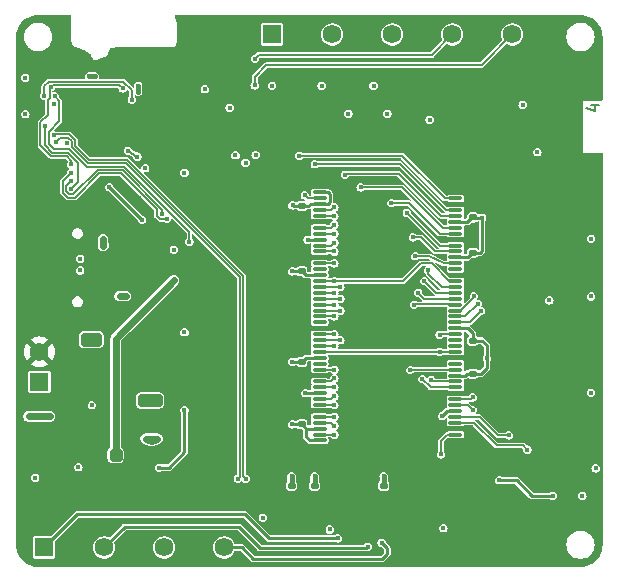
<source format=gbr>
%TF.GenerationSoftware,KiCad,Pcbnew,8.99.0-2608-ga0707285a1*%
%TF.CreationDate,2024-10-22T01:26:18-04:00*%
%TF.ProjectId,shinobi,7368696e-6f62-4692-9e6b-696361645f70,rev?*%
%TF.SameCoordinates,Original*%
%TF.FileFunction,Copper,L4,Bot*%
%TF.FilePolarity,Positive*%
%FSLAX46Y46*%
G04 Gerber Fmt 4.6, Leading zero omitted, Abs format (unit mm)*
G04 Created by KiCad (PCBNEW 8.99.0-2608-ga0707285a1) date 2024-10-22 01:26:18*
%MOMM*%
%LPD*%
G01*
G04 APERTURE LIST*
G04 Aperture macros list*
%AMRoundRect*
0 Rectangle with rounded corners*
0 $1 Rounding radius*
0 $2 $3 $4 $5 $6 $7 $8 $9 X,Y pos of 4 corners*
0 Add a 4 corners polygon primitive as box body*
4,1,4,$2,$3,$4,$5,$6,$7,$8,$9,$2,$3,0*
0 Add four circle primitives for the rounded corners*
1,1,$1+$1,$2,$3*
1,1,$1+$1,$4,$5*
1,1,$1+$1,$6,$7*
1,1,$1+$1,$8,$9*
0 Add four rect primitives between the rounded corners*
20,1,$1+$1,$2,$3,$4,$5,0*
20,1,$1+$1,$4,$5,$6,$7,0*
20,1,$1+$1,$6,$7,$8,$9,0*
20,1,$1+$1,$8,$9,$2,$3,0*%
G04 Aperture macros list end*
%ADD10C,0.200000*%
%TA.AperFunction,NonConductor*%
%ADD11C,0.200000*%
%TD*%
%TA.AperFunction,ComponentPad*%
%ADD12R,1.584000X1.584000*%
%TD*%
%TA.AperFunction,ComponentPad*%
%ADD13C,1.584000*%
%TD*%
%TA.AperFunction,ComponentPad*%
%ADD14RoundRect,0.500000X-0.300000X-0.000010X0.300000X-0.000010X0.300000X0.000010X-0.300000X0.000010X0*%
%TD*%
%TA.AperFunction,ComponentPad*%
%ADD15RoundRect,0.500000X-0.550000X-0.000010X0.550000X-0.000010X0.550000X0.000010X-0.550000X0.000010X0*%
%TD*%
%TA.AperFunction,SMDPad,CuDef*%
%ADD16RoundRect,0.140000X0.170000X-0.140000X0.170000X0.140000X-0.170000X0.140000X-0.170000X-0.140000X0*%
%TD*%
%TA.AperFunction,SMDPad,CuDef*%
%ADD17RoundRect,0.140000X-0.170000X0.140000X-0.170000X-0.140000X0.170000X-0.140000X0.170000X0.140000X0*%
%TD*%
%TA.AperFunction,SMDPad,CuDef*%
%ADD18RoundRect,0.076200X-0.527050X-0.063500X0.527050X-0.063500X0.527050X0.063500X-0.527050X0.063500X0*%
%TD*%
%TA.AperFunction,ViaPad*%
%ADD19C,0.400000*%
%TD*%
%TA.AperFunction,Conductor*%
%ADD20C,0.400000*%
%TD*%
%TA.AperFunction,Conductor*%
%ADD21C,0.600000*%
%TD*%
%TA.AperFunction,Conductor*%
%ADD22C,0.152400*%
%TD*%
%TA.AperFunction,Conductor*%
%ADD23C,0.254000*%
%TD*%
%TA.AperFunction,Conductor*%
%ADD24C,0.200000*%
%TD*%
G04 APERTURE END LIST*
D10*
D11*
X174818652Y-89294355D02*
X175485319Y-89294355D01*
X174437700Y-89532450D02*
X175151985Y-89770545D01*
X175151985Y-89770545D02*
X175151985Y-89151498D01*
D12*
%TO.P,J3,1,1*%
%TO.N,R_VGA*%
X147830100Y-83291600D03*
D13*
%TO.P,J3,2,2*%
%TO.N,GND*%
X150370100Y-83291600D03*
%TO.P,J3,3,3*%
%TO.N,G_VGA*%
X152910100Y-83291600D03*
%TO.P,J3,4,4*%
%TO.N,GND*%
X155450100Y-83291600D03*
%TO.P,J3,5,5*%
%TO.N,B_VGA*%
X157990100Y-83291600D03*
%TO.P,J3,6,6*%
%TO.N,GND*%
X160530100Y-83291600D03*
%TO.P,J3,7,7*%
%TO.N,H*%
X163070100Y-83291600D03*
%TO.P,J3,8,8*%
%TO.N,GND*%
X165610100Y-83291600D03*
%TO.P,J3,9,9*%
%TO.N,V*%
X168150100Y-83291600D03*
%TO.P,J3,10,10*%
%TO.N,GND*%
X170690100Y-83291600D03*
%TD*%
D12*
%TO.P,J1,1,1*%
%TO.N,VBUS*%
X128124900Y-112697400D03*
D13*
%TO.P,J1,2,2*%
%TO.N,GND*%
X128124900Y-110157400D03*
%TD*%
D14*
%TO.P,J2,13,GND*%
%TO.N,GND*%
X127806450Y-98707400D03*
%TO.P,J2,14,GND*%
X127806450Y-107347400D03*
D15*
%TO.P,J2,15,GND*%
X131806450Y-98707400D03*
%TO.P,J2,16,GND*%
X131806450Y-107347400D03*
%TD*%
D12*
%TO.P,J4,1,1*%
%TO.N,R*%
X128510100Y-126725600D03*
D13*
%TO.P,J4,2,2*%
%TO.N,GND*%
X131050100Y-126725600D03*
%TO.P,J4,3,3*%
%TO.N,G*%
X133590100Y-126725600D03*
%TO.P,J4,4,4*%
%TO.N,GND*%
X136130100Y-126725600D03*
%TO.P,J4,5,5*%
%TO.N,B*%
X138670100Y-126725600D03*
%TO.P,J4,6,6*%
%TO.N,GND*%
X141210100Y-126725600D03*
%TO.P,J4,7,7*%
%TO.N,S*%
X143750100Y-126725600D03*
%TD*%
D16*
%TO.P,C59,1*%
%TO.N,+2V5*%
X150343100Y-103329600D03*
%TO.P,C59,2*%
%TO.N,GND*%
X150343100Y-102369600D03*
%TD*%
D17*
%TO.P,C62,1*%
%TO.N,+2V5*%
X164801100Y-112023600D03*
%TO.P,C62,2*%
%TO.N,GND*%
X164801100Y-112983600D03*
%TD*%
%TO.P,C58,1*%
%TO.N,+2V5*%
X150343100Y-97797600D03*
%TO.P,C58,2*%
%TO.N,GND*%
X150343100Y-98757600D03*
%TD*%
%TO.P,C35,1*%
%TO.N,+2V5_FILT*%
X157268100Y-121482600D03*
%TO.P,C35,2*%
%TO.N,GND*%
X157268100Y-122442600D03*
%TD*%
%TO.P,C63,1*%
%TO.N,+2V5*%
X164801100Y-109223600D03*
%TO.P,C63,2*%
%TO.N,GND*%
X164801100Y-110183600D03*
%TD*%
D16*
%TO.P,C64,1*%
%TO.N,+2V5*%
X164801100Y-101783600D03*
%TO.P,C64,2*%
%TO.N,GND*%
X164801100Y-100823600D03*
%TD*%
%TO.P,C61,1*%
%TO.N,+2V5*%
X150343100Y-116283600D03*
%TO.P,C61,2*%
%TO.N,GND*%
X150343100Y-115323600D03*
%TD*%
D17*
%TO.P,C33,1*%
%TO.N,+2V5_FILT*%
X149468100Y-121482600D03*
%TO.P,C33,2*%
%TO.N,GND*%
X149468100Y-122442600D03*
%TD*%
D16*
%TO.P,C65,1*%
%TO.N,+2V5*%
X164801100Y-98783600D03*
%TO.P,C65,2*%
%TO.N,GND*%
X164801100Y-97823600D03*
%TD*%
D17*
%TO.P,C34,1*%
%TO.N,+2V5_FILT*%
X151418100Y-121482600D03*
%TO.P,C34,2*%
%TO.N,GND*%
X151418100Y-122442600D03*
%TD*%
%TO.P,C60,1*%
%TO.N,+2V5*%
X150343100Y-111005600D03*
%TO.P,C60,2*%
%TO.N,GND*%
X150343100Y-111965600D03*
%TD*%
D18*
%TO.P,U8,1,VDD_2*%
%TO.N,+2V5*%
X151843100Y-117667600D03*
%TO.P,U8,2,DQ0*%
%TO.N,MD0*%
X151843100Y-117167600D03*
%TO.P,U8,3,VDDQ_2*%
%TO.N,+2V5*%
X151843100Y-116667600D03*
%TO.P,U8,4,DQ1*%
%TO.N,MD1*%
X151843100Y-116167600D03*
%TO.P,U8,5,DQ2*%
%TO.N,MD2*%
X151843100Y-115667600D03*
%TO.P,U8,6,VSSQ_2*%
%TO.N,GND*%
X151843100Y-115167600D03*
%TO.P,U8,7,DQ3*%
%TO.N,MD3*%
X151843100Y-114667600D03*
%TO.P,U8,8,DQ4*%
%TO.N,MD4*%
X151843100Y-114167600D03*
%TO.P,U8,9,VDDQ_3*%
%TO.N,+2V5*%
X151843100Y-113667600D03*
%TO.P,U8,10,DQ5*%
%TO.N,MD5*%
X151843100Y-113167600D03*
%TO.P,U8,11,DQ6*%
%TO.N,MD6*%
X151843100Y-112667600D03*
%TO.P,U8,12,VSSQ_3*%
%TO.N,GND*%
X151843100Y-112167600D03*
%TO.P,U8,13,DQ7*%
%TO.N,MD7*%
X151843100Y-111667600D03*
%TO.P,U8,14,NC_2*%
%TO.N,unconnected-(U8-NC_2-Pad14)*%
X151843100Y-111167600D03*
%TO.P,U8,15,VDD_3*%
%TO.N,+2V5*%
X151843100Y-110667600D03*
%TO.P,U8,16,DQM0*%
%TO.N,DQM0#*%
X151843100Y-110167600D03*
%TO.P,U8,17,~{WE}*%
%TO.N,WE#*%
X151843100Y-109667600D03*
%TO.P,U8,18,~{CAS}*%
%TO.N,CAS#*%
X151843100Y-109167600D03*
%TO.P,U8,19,~{RAS}*%
%TO.N,RAS#*%
X151843100Y-108667600D03*
%TO.P,U8,20,~{CS}*%
%TO.N,GND*%
X151843100Y-108167600D03*
%TO.P,U8,21,NC_3*%
%TO.N,unconnected-(U8-NC_3-Pad21)*%
X151843100Y-107667600D03*
%TO.P,U8,22,BS0*%
%TO.N,MCS0#*%
X151843100Y-107167600D03*
%TO.P,U8,23,BS1*%
%TO.N,MCS1#*%
X151843100Y-106667600D03*
%TO.P,U8,24,A10/AP*%
%TO.N,MA10*%
X151843100Y-106167600D03*
%TO.P,U8,25,A0*%
%TO.N,MA0*%
X151843100Y-105667600D03*
%TO.P,U8,26,A1*%
%TO.N,MA1*%
X151843100Y-105167600D03*
%TO.P,U8,27,A2*%
%TO.N,MA2*%
X151843100Y-104667600D03*
%TO.P,U8,28,DQM2*%
%TO.N,DQM1#*%
X151843100Y-104167600D03*
%TO.P,U8,29,VDD_4*%
%TO.N,+2V5*%
X151843100Y-103667600D03*
%TO.P,U8,30,NC_4*%
%TO.N,unconnected-(U8-NC_4-Pad30)*%
X151843100Y-103167600D03*
%TO.P,U8,31,DQ16*%
%TO.N,MD16*%
X151843100Y-102667600D03*
%TO.P,U8,32,VSSQ_4*%
%TO.N,GND*%
X151843100Y-102167600D03*
%TO.P,U8,33,DQ17*%
%TO.N,MD17*%
X151843100Y-101667600D03*
%TO.P,U8,34,DQ18*%
%TO.N,MD18*%
X151843100Y-101167600D03*
%TO.P,U8,35,VDDQ_4*%
%TO.N,+2V5*%
X151843100Y-100667600D03*
%TO.P,U8,36,DQ19*%
%TO.N,MD19*%
X151843100Y-100167600D03*
%TO.P,U8,37,DQ20*%
%TO.N,MD20*%
X151843100Y-99667600D03*
%TO.P,U8,38,VSSQ_5*%
%TO.N,GND*%
X151843100Y-99167600D03*
%TO.P,U8,39,DQ21*%
%TO.N,MD21*%
X151843100Y-98667600D03*
%TO.P,U8,40,DQ22*%
%TO.N,MD22*%
X151843100Y-98167600D03*
%TO.P,U8,41,VDDQ_5*%
%TO.N,+2V5*%
X151843100Y-97667600D03*
%TO.P,U8,42,DQ23*%
%TO.N,MD23*%
X151843100Y-97167600D03*
%TO.P,U8,43,VDD*%
%TO.N,+2V5*%
X151843100Y-96667600D03*
%TO.P,U8,44,VSS_2*%
%TO.N,GND*%
X163343100Y-96667600D03*
%TO.P,U8,45,DQ24*%
%TO.N,MD24*%
X163343100Y-97167600D03*
%TO.P,U8,46,VSSQ_6*%
%TO.N,GND*%
X163343100Y-97667600D03*
%TO.P,U8,47,DQ25*%
%TO.N,MD25*%
X163343100Y-98167600D03*
%TO.P,U8,48,DQ26*%
%TO.N,MD26*%
X163343100Y-98667600D03*
%TO.P,U8,49,VDDQ_6*%
%TO.N,+2V5*%
X163343100Y-99167600D03*
%TO.P,U8,50,DQ27*%
%TO.N,MD27*%
X163343100Y-99667600D03*
%TO.P,U8,51,DQ28*%
%TO.N,MD28*%
X163343100Y-100167600D03*
%TO.P,U8,52,VSSQ_7*%
%TO.N,GND*%
X163343100Y-100667600D03*
%TO.P,U8,53,DQ29*%
%TO.N,MD29*%
X163343100Y-101167600D03*
%TO.P,U8,54,DQ30*%
%TO.N,MD30*%
X163343100Y-101667600D03*
%TO.P,U8,55,VDDQ_7*%
%TO.N,+2V5*%
X163343100Y-102167600D03*
%TO.P,U8,56,DQ31*%
%TO.N,MD31*%
X163343100Y-102667600D03*
%TO.P,U8,57,NC_5*%
%TO.N,unconnected-(U8-NC_5-Pad57)*%
X163343100Y-103167600D03*
%TO.P,U8,58,VSS_3*%
%TO.N,GND*%
X163343100Y-103667600D03*
%TO.P,U8,59,DQM3*%
%TO.N,DQM1#*%
X163343100Y-104167600D03*
%TO.P,U8,60,A3*%
%TO.N,MA3*%
X163343100Y-104667600D03*
%TO.P,U8,61,A4*%
%TO.N,MA4*%
X163343100Y-105167600D03*
%TO.P,U8,62,A5*%
%TO.N,MA5*%
X163343100Y-105667600D03*
%TO.P,U8,63,A6*%
%TO.N,MA6*%
X163343100Y-106167600D03*
%TO.P,U8,64,A7*%
%TO.N,MA7*%
X163343100Y-106667600D03*
%TO.P,U8,65,A8*%
%TO.N,MA8*%
X163343100Y-107167600D03*
%TO.P,U8,66,A9*%
%TO.N,MA9*%
X163343100Y-107667600D03*
%TO.P,U8,67,CKE*%
%TO.N,+2V5*%
X163343100Y-108167600D03*
%TO.P,U8,68,CLK*%
%TO.N,MCLK*%
X163343100Y-108667600D03*
%TO.P,U8,69,NC_6*%
%TO.N,unconnected-(U8-NC_6-Pad69)*%
X163343100Y-109167600D03*
%TO.P,U8,70,NC_7*%
%TO.N,unconnected-(U8-NC_7-Pad70)*%
X163343100Y-109667600D03*
%TO.P,U8,71,DQM1*%
%TO.N,DQM0#*%
X163343100Y-110167600D03*
%TO.P,U8,72,VSS_4*%
%TO.N,GND*%
X163343100Y-110667600D03*
%TO.P,U8,73,NC*%
%TO.N,unconnected-(U8-NC-Pad73)*%
X163343100Y-111167600D03*
%TO.P,U8,74,DQ8*%
%TO.N,MD8*%
X163343100Y-111667600D03*
%TO.P,U8,75,VDDQ_8*%
%TO.N,+2V5*%
X163343100Y-112167600D03*
%TO.P,U8,76,DQ9*%
%TO.N,MD9*%
X163343100Y-112667600D03*
%TO.P,U8,77,DQ10*%
%TO.N,MD10*%
X163343100Y-113167600D03*
%TO.P,U8,78,VSSQ_8*%
%TO.N,GND*%
X163343100Y-113667600D03*
%TO.P,U8,79,DQ11*%
%TO.N,MD11*%
X163343100Y-114167600D03*
%TO.P,U8,80,DQ12*%
%TO.N,MD12*%
X163343100Y-114667600D03*
%TO.P,U8,81,VDDQ*%
%TO.N,+2V5*%
X163343100Y-115167600D03*
%TO.P,U8,82,DQ13*%
%TO.N,MD13*%
X163343100Y-115667600D03*
%TO.P,U8,83,DQ14*%
%TO.N,MD14*%
X163343100Y-116167600D03*
%TO.P,U8,84,VSSQ*%
%TO.N,GND*%
X163343100Y-116667600D03*
%TO.P,U8,85,DQ15*%
%TO.N,MD15*%
X163343100Y-117167600D03*
%TO.P,U8,86,VSS*%
%TO.N,GND*%
X163343100Y-117667600D03*
%TD*%
D19*
%TO.N,VBUS*%
X133518100Y-101192600D03*
X135450636Y-105428205D03*
%TO.N,GND*%
X170118100Y-85792600D03*
X135274900Y-84539900D03*
X143024988Y-93721853D03*
X144838146Y-94226615D03*
X150740451Y-99411051D03*
X174162443Y-104186496D03*
X139274900Y-84539900D03*
X137780356Y-108997788D03*
X150971473Y-88437580D03*
X167041101Y-93240391D03*
X174790797Y-117682442D03*
X154674371Y-121079195D03*
X147247135Y-93668457D03*
X130474900Y-82539900D03*
X132618100Y-122392600D03*
X134537419Y-107723494D03*
X128157651Y-117758758D03*
X160938100Y-113532600D03*
X157508100Y-105162600D03*
X134574900Y-86539900D03*
X131374900Y-84639900D03*
X147318100Y-97392600D03*
X174118100Y-124092600D03*
X157318100Y-115162600D03*
X139818100Y-113492600D03*
X147834879Y-94193675D03*
X129233792Y-94250338D03*
X131815910Y-115088821D03*
X148318100Y-118392600D03*
X139974900Y-83939900D03*
X159618100Y-88492600D03*
X138717876Y-116248427D03*
X161242491Y-95052470D03*
X174845437Y-107719847D03*
X166418100Y-123792600D03*
X168218100Y-95192600D03*
X161618100Y-88592600D03*
X136571886Y-97173275D03*
X136607208Y-100609777D03*
X138274900Y-84539900D03*
X160750342Y-124506782D03*
X132274900Y-85139900D03*
X175018100Y-94692600D03*
X139774900Y-84439900D03*
X171476003Y-118556673D03*
X160517078Y-90497433D03*
X136518100Y-105592600D03*
X151541708Y-125031449D03*
X155118100Y-103392600D03*
X134274900Y-85539900D03*
X164496675Y-99785129D03*
X147240882Y-94193675D03*
X132574900Y-85639900D03*
X136774900Y-84539900D03*
X140418100Y-110992600D03*
X153978100Y-102162600D03*
X127699264Y-121595699D03*
X135618100Y-117192600D03*
X128658936Y-117772066D03*
X155218100Y-118292600D03*
X139550203Y-89562867D03*
X141522085Y-93704863D03*
X149393721Y-93225287D03*
X161388100Y-118862600D03*
X148889328Y-123999474D03*
X159398100Y-113482600D03*
X130318100Y-123292600D03*
X164518100Y-127892600D03*
X154948100Y-98782600D03*
X127153986Y-121307023D03*
X139618100Y-106692600D03*
X133128931Y-107076633D03*
X130823185Y-99700333D03*
X164790479Y-117159670D03*
X139974900Y-82939900D03*
X133674701Y-113116888D03*
X153318100Y-110892600D03*
X158318100Y-110892600D03*
X148025312Y-89091736D03*
X174781691Y-111335158D03*
X147218100Y-102592600D03*
X133615209Y-112172952D03*
X147095722Y-88181820D03*
X153652950Y-115156676D03*
X133410629Y-99815098D03*
X170918100Y-127992600D03*
X140409778Y-97521109D03*
X142118159Y-89797299D03*
X147803616Y-93668457D03*
X155949291Y-121088301D03*
X160549645Y-93298171D03*
X172918100Y-127992600D03*
X144618100Y-96392600D03*
X153618100Y-96592600D03*
X143718100Y-110092600D03*
X132361610Y-115370472D03*
X134474900Y-86039900D03*
X128871872Y-119213815D03*
X139587405Y-87211120D03*
X132613678Y-96619147D03*
X139873633Y-90522725D03*
X167118100Y-97192600D03*
X126417889Y-89387413D03*
X133869040Y-111752544D03*
X161348100Y-108702600D03*
X163718100Y-89992600D03*
X160918100Y-127892600D03*
X130874900Y-84439900D03*
X140627674Y-119947496D03*
X143618100Y-90292600D03*
X134923448Y-106565404D03*
X127918100Y-102892600D03*
X171494217Y-99114133D03*
X145328298Y-90333375D03*
X134774900Y-84539900D03*
X137774900Y-84539900D03*
X136512612Y-116265791D03*
X133401039Y-111653391D03*
X133274997Y-107754794D03*
X155088230Y-89652441D03*
X165074080Y-121060981D03*
X132944936Y-111645459D03*
X138718100Y-102292600D03*
X172218100Y-92692600D03*
X143329683Y-121196712D03*
X135774900Y-84539900D03*
X134923448Y-107107933D03*
X150667477Y-121060981D03*
X134074900Y-85039900D03*
X171448684Y-106836509D03*
X156278499Y-86809568D03*
X143918100Y-91992600D03*
X133369310Y-112759937D03*
X135618100Y-103792600D03*
X132774900Y-86139900D03*
X171512430Y-104277562D03*
X163744520Y-121051875D03*
X130574900Y-82039900D03*
X172418100Y-120792600D03*
X156981839Y-89131084D03*
X131874900Y-84839900D03*
X153645133Y-125173938D03*
X130474900Y-83039900D03*
X147479362Y-86775138D03*
X161176466Y-121070088D03*
X127938919Y-89785221D03*
X158918100Y-100892600D03*
X155346380Y-126049579D03*
X140309157Y-121611601D03*
X164318100Y-110692600D03*
X151202641Y-90203310D03*
X153945971Y-123890341D03*
X128254110Y-121602043D03*
X143718100Y-104892600D03*
X160418100Y-125392600D03*
X129138041Y-117949512D03*
X139974900Y-83439900D03*
X139774900Y-81839900D03*
X146250788Y-123765634D03*
X168018100Y-89292600D03*
X152707350Y-121115621D03*
X145710832Y-128132636D03*
X133170664Y-99199537D03*
X132999726Y-115326464D03*
X150318100Y-112692600D03*
X147118100Y-113492600D03*
X160518100Y-115562600D03*
X152481443Y-89017959D03*
X127918100Y-100692600D03*
X142924331Y-85087342D03*
X155118100Y-107892600D03*
X157508100Y-106122600D03*
X146303849Y-94202023D03*
X128552469Y-118898848D03*
X130574900Y-84039900D03*
X174918100Y-85392600D03*
X155963499Y-123822947D03*
X136274900Y-84539900D03*
X150718100Y-114692600D03*
X129118100Y-85592600D03*
X138774900Y-84539900D03*
X166339895Y-121033662D03*
X151310553Y-95508729D03*
X147538311Y-90524731D03*
X170624214Y-89998450D03*
X130474900Y-83539900D03*
X151758428Y-86829242D03*
X127754146Y-95294370D03*
X143718100Y-116592600D03*
X127918100Y-105092600D03*
X144418100Y-100592600D03*
X133932291Y-107754794D03*
X136118100Y-118492600D03*
X139974900Y-82339900D03*
X155068556Y-88457254D03*
X138792412Y-88168725D03*
X135618100Y-116392600D03*
X136618100Y-119992600D03*
X127018100Y-124992600D03*
X145407652Y-88477708D03*
X146219506Y-88428875D03*
X146305427Y-121006342D03*
X143718100Y-97092600D03*
X171293872Y-112637398D03*
X150326717Y-101699250D03*
X147509744Y-93187007D03*
X163618100Y-86792600D03*
X145512145Y-124708838D03*
X137274900Y-84539900D03*
X147206181Y-108168306D03*
X172418100Y-89392600D03*
X161491248Y-117134144D03*
X128984831Y-121853374D03*
X145828839Y-89478792D03*
X127355256Y-122489886D03*
X132724900Y-90077400D03*
X126918100Y-93692600D03*
X159227659Y-121079195D03*
X169590942Y-93249498D03*
X145600508Y-94895527D03*
X134274900Y-84639900D03*
X128783148Y-118295532D03*
X174790797Y-98276328D03*
%TO.N,SCL*%
X144918500Y-120909000D03*
X129514900Y-92427400D03*
%TO.N,SDA*%
X129318100Y-91827400D03*
X145578900Y-120909000D03*
%TO.N,R*%
X153376700Y-125963600D03*
%TO.N,G*%
X155916700Y-126649400D03*
%TO.N,S*%
X157085100Y-126319200D03*
%TO.N,V*%
X146348100Y-87605100D03*
%TO.N,H*%
X146374900Y-85339900D03*
%TO.N,BOUT*%
X146418100Y-93492600D03*
X156404900Y-87627400D03*
%TO.N,GOUT*%
X145568100Y-94167600D03*
X152004900Y-87627400D03*
%TO.N,ROUT*%
X144718100Y-93517600D03*
X147814900Y-87627400D03*
%TO.N,Net-(Q1A-B1)*%
X130818100Y-95692600D03*
X138518100Y-98492600D03*
%TO.N,GPIO0*%
X128618100Y-91077400D03*
X130818100Y-96392600D03*
%TO.N,RST*%
X130818100Y-94292600D03*
X135165261Y-87855519D03*
X129114900Y-87727400D03*
%TO.N,Net-(Q1A-E1)*%
X138918100Y-98892600D03*
X130818100Y-94992600D03*
%TO.N,VBUS*%
X134918100Y-105427400D03*
X133114900Y-109427400D03*
X127214900Y-115627400D03*
X128414900Y-115627400D03*
X132514900Y-109427400D03*
X127814900Y-115627400D03*
X134032205Y-96218189D03*
X133114900Y-108827400D03*
X131914900Y-109427400D03*
X136815734Y-99001718D03*
X133514900Y-100627400D03*
X132514900Y-108827400D03*
X131914900Y-108827400D03*
X129014900Y-115627400D03*
%TO.N,+2V5*%
X137069717Y-94612276D03*
X165601100Y-98803600D03*
X136474900Y-88139900D03*
X137214900Y-114027400D03*
X132564900Y-114677400D03*
X137714900Y-114027400D03*
X138214900Y-114027400D03*
X137214900Y-114527400D03*
X166001100Y-110703600D03*
X174814900Y-113627400D03*
X150621183Y-113657378D03*
X154282300Y-90006800D03*
X150819998Y-100657763D03*
X174824900Y-100577400D03*
X136474900Y-87639900D03*
X174082300Y-122356800D03*
X132318100Y-86840890D03*
X149543100Y-103349600D03*
X161162273Y-90501252D03*
X140401100Y-115103600D03*
X138214900Y-114527400D03*
X136714900Y-114027400D03*
X126915870Y-86954848D03*
X129321066Y-89185668D03*
X142124900Y-87927400D03*
X140401100Y-95003600D03*
X149543100Y-110985600D03*
X149543100Y-116303600D03*
X132817900Y-86830759D03*
X149547212Y-97764568D03*
X139501100Y-101503600D03*
X169023300Y-89256800D03*
X162201100Y-115603600D03*
X140401100Y-108503600D03*
X126921788Y-90040916D03*
X137714900Y-114527400D03*
X175214900Y-120027400D03*
X170282056Y-93259466D03*
X171301100Y-105803600D03*
X138256615Y-119968604D03*
X144218100Y-89492600D03*
X136714900Y-114527400D03*
X130412896Y-92513566D03*
%TO.N,/DEBUG*%
X140814900Y-100827400D03*
X129414900Y-88527400D03*
%TO.N,MD29*%
X159223781Y-98376663D03*
%TO.N,MD6*%
X153093100Y-112417600D03*
%TO.N,MD4*%
X153093100Y-113917600D03*
%TO.N,MD27*%
X155319800Y-96245600D03*
%TO.N,MD3*%
X153093100Y-114667600D03*
%TO.N,MA6*%
X159843100Y-106167600D03*
%TO.N,MD25*%
X151443100Y-94267600D03*
%TO.N,MA2*%
X153593100Y-104667600D03*
%TO.N,MD5*%
X153093100Y-113167600D03*
%TO.N,MCS0#*%
X153093100Y-107167600D03*
%TO.N,MA3*%
X161047500Y-103256000D03*
%TO.N,MD26*%
X153986300Y-95167600D03*
%TO.N,MD12*%
X164806700Y-115092400D03*
%TO.N,MA9*%
X165517900Y-106710400D03*
%TO.N,MCLK*%
X162010157Y-108703600D03*
%TO.N,MA1*%
X153093100Y-105167600D03*
%TO.N,MD24*%
X150117878Y-93553200D03*
%TO.N,MD16*%
X153093100Y-102667600D03*
%TO.N,MD22*%
X153093100Y-97917600D03*
%TO.N,MD20*%
X153093100Y-99417600D03*
%TO.N,MA4*%
X160691900Y-104170400D03*
%TO.N,MD1*%
X153093100Y-116417600D03*
%TO.N,CAS#*%
X153593100Y-109167600D03*
%TO.N,MA5*%
X160183900Y-105167600D03*
%TO.N,MCS1#*%
X153593100Y-106667600D03*
%TO.N,MD21*%
X153093100Y-98667600D03*
%TO.N,MD11*%
X164806700Y-114025600D03*
%TO.N,MD9*%
X161276100Y-112534622D03*
%TO.N,MD13*%
X167871300Y-117242600D03*
%TO.N,MD0*%
X153093100Y-117167600D03*
%TO.N,MA8*%
X165213100Y-106100800D03*
%TO.N,MD15*%
X162114300Y-118851600D03*
%TO.N,MD14*%
X169429500Y-118445200D03*
%TO.N,MA0*%
X153593100Y-105667600D03*
%TO.N,RAS#*%
X153093100Y-108667600D03*
%TO.N,+1V5*%
X134314900Y-119127400D03*
X134814900Y-119127400D03*
X134814900Y-118627400D03*
X131414900Y-119927400D03*
X127764900Y-120827400D03*
X139501100Y-104103600D03*
X134314900Y-118627400D03*
X174824900Y-105477400D03*
X157582300Y-90006800D03*
%TO.N,DQM0#*%
X162001100Y-110167600D03*
%TO.N,MD10*%
X160543100Y-112467600D03*
%TO.N,MA7*%
X164908300Y-105440400D03*
%TO.N,MD30*%
X159743100Y-100467600D03*
%TO.N,DQM1#*%
X153093100Y-104167600D03*
%TO.N,MA10*%
X153093100Y-106167600D03*
%TO.N,MD17*%
X153093100Y-101667600D03*
%TO.N,WE#*%
X153093100Y-109667600D03*
%TO.N,MD31*%
X159943100Y-102067600D03*
%TO.N,MD8*%
X159501100Y-111703600D03*
%TO.N,MD19*%
X153093100Y-100167600D03*
%TO.N,MD23*%
X150593100Y-96917600D03*
%TO.N,MD18*%
X153093100Y-100917600D03*
%TO.N,MD2*%
X153093100Y-115667600D03*
%TO.N,MD7*%
X153093100Y-111667600D03*
%TO.N,MD28*%
X157925840Y-97567600D03*
%TO.N,+2V5_FILT*%
X157268100Y-120692600D03*
X151418100Y-120692600D03*
X147039545Y-124221676D03*
X152701100Y-125203600D03*
X162318100Y-125092600D03*
X149468100Y-120692600D03*
X137614900Y-117727400D03*
X137114900Y-117527400D03*
X138114900Y-117527400D03*
%TO.N,RES12K*%
X135945526Y-88825578D03*
X128518100Y-88477400D03*
%TO.N,Net-(U3-UD-)*%
X131574042Y-102277674D03*
X131570334Y-103275054D03*
%TO.N,Net-(U7-RSTN)*%
X171563100Y-122356800D03*
X167041900Y-121036000D03*
%TO.N,Net-(U3-TXD)*%
X135614900Y-93127400D03*
X136414900Y-93627400D03*
%TD*%
D20*
%TO.N,+2V5_FILT*%
X157268100Y-120692600D02*
X157268100Y-121482600D01*
X149468100Y-120692600D02*
X149468100Y-121482600D01*
X151418100Y-120692600D02*
X151418100Y-121482600D01*
%TO.N,+2V5*%
X136474900Y-87639900D02*
X136474900Y-88139900D01*
X132318100Y-86840890D02*
X132817900Y-86830759D01*
D21*
%TO.N,VBUS*%
X133518100Y-101192600D02*
X133514900Y-100627400D01*
X134918100Y-105427400D02*
X135450636Y-105428205D01*
X131914900Y-108827400D02*
X131914900Y-109427400D01*
X133114900Y-109427400D02*
X131914900Y-109427400D01*
X133114900Y-108827400D02*
X133114900Y-109427400D01*
X131914900Y-108827400D02*
X133114900Y-108827400D01*
X127214900Y-115627400D02*
X129014900Y-115627400D01*
D22*
%TO.N,SCL*%
X145080000Y-103860350D02*
X135432850Y-94213200D01*
X130843096Y-92335371D02*
X130576425Y-92068700D01*
X130576425Y-92068700D02*
X129873600Y-92068700D01*
X144918500Y-120909000D02*
X145080000Y-120747500D01*
X130843096Y-92822464D02*
X130843096Y-92335371D01*
X132233832Y-94213200D02*
X130843096Y-92822464D01*
X145080000Y-120747500D02*
X145080000Y-103860350D01*
X135432850Y-94213200D02*
X132233832Y-94213200D01*
X129873600Y-92068700D02*
X129514900Y-92427400D01*
%TO.N,SDA*%
X130649792Y-91746936D02*
X131122496Y-92219640D01*
X129318100Y-91827400D02*
X129398564Y-91746936D01*
X131122496Y-92706732D02*
X132349564Y-93933800D01*
X145359400Y-103744619D02*
X145359400Y-120689500D01*
X145359400Y-120689500D02*
X145578900Y-120909000D01*
X131122496Y-92219640D02*
X131122496Y-92706732D01*
X135548581Y-93933800D02*
X145359400Y-103744619D01*
X132349564Y-93933800D02*
X135548581Y-93933800D01*
X129398564Y-91746936D02*
X130649792Y-91746936D01*
D23*
%TO.N,R*%
X145502700Y-123931600D02*
X147534700Y-125963600D01*
X147534700Y-125963600D02*
X153376700Y-125963600D01*
X128510100Y-126725600D02*
X131304100Y-123931600D01*
X131304100Y-123931600D02*
X145502700Y-123931600D01*
%TO.N,G*%
X133590100Y-126725600D02*
X135323100Y-124992600D01*
X145018100Y-124992600D02*
X146801900Y-126776400D01*
X146801900Y-126776400D02*
X155789700Y-126776400D01*
X155789700Y-126776400D02*
X155916700Y-126649400D01*
X135323100Y-124992600D02*
X145018100Y-124992600D01*
%TO.N,S*%
X157090181Y-126319200D02*
X157085100Y-126319200D01*
X143750100Y-126725600D02*
X145248700Y-126725600D01*
X157110500Y-127716200D02*
X157567700Y-127259000D01*
X146239300Y-127716200D02*
X157110500Y-127716200D01*
X157567700Y-127259000D02*
X157567700Y-126796719D01*
X157567700Y-126796719D02*
X157090181Y-126319200D01*
X145248700Y-126725600D02*
X146239300Y-127716200D01*
D24*
%TO.N,V*%
X147318100Y-85892600D02*
X165549100Y-85892600D01*
X146348100Y-87605100D02*
X146348100Y-86862600D01*
X146348100Y-86862600D02*
X147318100Y-85892600D01*
X165549100Y-85892600D02*
X168150100Y-83291600D01*
%TO.N,H*%
X146722200Y-84992600D02*
X161369100Y-84992600D01*
X161369100Y-84992600D02*
X163070100Y-83291600D01*
X146374900Y-85339900D02*
X146722200Y-84992600D01*
D22*
%TO.N,Net-(Q1A-B1)*%
X130387900Y-96122800D02*
X130387900Y-96570795D01*
X130818100Y-95692600D02*
X130387900Y-96122800D01*
X133047095Y-94772000D02*
X135177368Y-94772000D01*
X130639905Y-96822800D02*
X130996295Y-96822800D01*
X130996295Y-96822800D02*
X133047095Y-94772000D01*
X138518100Y-98112732D02*
X138518100Y-98492600D01*
X135177368Y-94772000D02*
X138518100Y-98112732D01*
X130387900Y-96570795D02*
X130639905Y-96822800D01*
%TO.N,GPIO0*%
X131418100Y-95792600D02*
X131418100Y-94192600D01*
X130818100Y-96392600D02*
X131418100Y-95792600D01*
X130518100Y-93292600D02*
X129218100Y-93292600D01*
X129218100Y-93292600D02*
X128608500Y-92683000D01*
X128608500Y-92683000D02*
X128608500Y-91087000D01*
X131418100Y-94192600D02*
X130518100Y-93292600D01*
X128608500Y-91087000D02*
X128618100Y-91077400D01*
%TO.N,RST*%
X134886342Y-87576600D02*
X135165261Y-87855519D01*
X130418100Y-93592600D02*
X129118100Y-93592600D01*
X128818100Y-88872195D02*
X128984700Y-88705595D01*
X129114900Y-87727400D02*
X129265700Y-87576600D01*
X130818100Y-94292600D02*
X130818100Y-93992600D01*
X130818100Y-93992600D02*
X130418100Y-93592600D01*
X129265700Y-87576600D02*
X134886342Y-87576600D01*
X128984700Y-87857600D02*
X129114900Y-87727400D01*
X128187900Y-90722800D02*
X128818100Y-90092600D01*
X128984700Y-88705595D02*
X128984700Y-87857600D01*
X128187900Y-92662400D02*
X128187900Y-90722800D01*
X128818100Y-90092600D02*
X128818100Y-88872195D01*
X129118100Y-93592600D02*
X128187900Y-92662400D01*
%TO.N,Net-(Q1A-E1)*%
X133162827Y-95051400D02*
X131112027Y-97102200D01*
X130108500Y-95702200D02*
X130818100Y-94992600D01*
X138887900Y-98922800D02*
X138339905Y-98922800D01*
X138339905Y-98922800D02*
X138087900Y-98670795D01*
X130524173Y-97102200D02*
X130108500Y-96686527D01*
X131112027Y-97102200D02*
X130524173Y-97102200D01*
X135061636Y-95051400D02*
X133162827Y-95051400D01*
X130108500Y-96686527D02*
X130108500Y-95702200D01*
X138918100Y-98892600D02*
X138887900Y-98922800D01*
X138087900Y-98670795D02*
X138087900Y-98077664D01*
X138087900Y-98077664D02*
X135061636Y-95051400D01*
D23*
%TO.N,VBUS*%
X134032205Y-96218189D02*
X136815734Y-99001718D01*
D21*
%TO.N,+2V5*%
X136714900Y-114027400D02*
X138214900Y-114027400D01*
D23*
X151843100Y-97667600D02*
X151043100Y-97667600D01*
X163343100Y-99167600D02*
X164315100Y-99167600D01*
X166001100Y-109625600D02*
X166001100Y-110703600D01*
X165579100Y-109203600D02*
X166001100Y-109625600D01*
X151043100Y-97667600D02*
X150933100Y-97777600D01*
X151843100Y-117667600D02*
X150993100Y-117667600D01*
X151843100Y-110667600D02*
X150661100Y-110667600D01*
X150993100Y-117667600D02*
X150707100Y-117381600D01*
X140401100Y-115103600D02*
X140401100Y-118677200D01*
X164801100Y-112003600D02*
X164801100Y-111903600D01*
X164801100Y-98803600D02*
X165601100Y-98803600D01*
X150343100Y-116303600D02*
X149543100Y-116303600D01*
D21*
X136714900Y-114027400D02*
X136714900Y-114527400D01*
D23*
X164801100Y-101803600D02*
X165401100Y-101803600D01*
X164373591Y-108167600D02*
X164801100Y-108595109D01*
X162637100Y-115167600D02*
X162201100Y-115603600D01*
X163343100Y-102167600D02*
X164363100Y-102167600D01*
X139109696Y-119968604D02*
X138256615Y-119968604D01*
X152565100Y-96667600D02*
X152701100Y-96803600D01*
X166001100Y-110703600D02*
X166001100Y-111509600D01*
X151843100Y-113667600D02*
X150631405Y-113667600D01*
X150707100Y-116667600D02*
X150343100Y-116303600D01*
D21*
X136714900Y-114527400D02*
X138214900Y-114527400D01*
D23*
X163343100Y-115167600D02*
X162637100Y-115167600D01*
X150661100Y-110667600D02*
X150343100Y-110985600D01*
X164363100Y-102167600D02*
X164705100Y-101825600D01*
X150933100Y-97777600D02*
X150343100Y-97777600D01*
X151843100Y-100667600D02*
X150829835Y-100667600D01*
X150343100Y-103349600D02*
X149543100Y-103349600D01*
X150354100Y-97777600D02*
X149560244Y-97777600D01*
X164801100Y-108595109D02*
X164801100Y-109203600D01*
X140401100Y-118677200D02*
X139109696Y-119968604D01*
X152701100Y-97503600D02*
X152537100Y-97667600D01*
X151843100Y-116667600D02*
X150707100Y-116667600D01*
X163343100Y-108167600D02*
X164373591Y-108167600D01*
X151843100Y-96667600D02*
X152565100Y-96667600D01*
X165507100Y-112003600D02*
X164801100Y-112003600D01*
X150829835Y-100667600D02*
X150819998Y-100657763D01*
X164285269Y-112003600D02*
X164801100Y-112003600D01*
X152701100Y-96803600D02*
X152701100Y-97503600D01*
X150661100Y-103667600D02*
X150343100Y-103349600D01*
X150707100Y-117381600D02*
X150707100Y-116667600D01*
X164121269Y-112167600D02*
X164285269Y-112003600D01*
X164801100Y-109203600D02*
X165579100Y-109203600D01*
D21*
X138214900Y-114527400D02*
X138214900Y-114027400D01*
D23*
X165401100Y-101803600D02*
X165601100Y-101603600D01*
X149560244Y-97777600D02*
X149547212Y-97764568D01*
X163343100Y-112167600D02*
X164121269Y-112167600D01*
X165601100Y-101603600D02*
X165601100Y-98803600D01*
X164315100Y-99167600D02*
X164705100Y-98777600D01*
X150343100Y-110985600D02*
X149543100Y-110985600D01*
X151843100Y-103667600D02*
X150661100Y-103667600D01*
X152537100Y-97667600D02*
X151843100Y-97667600D01*
X150631405Y-113667600D02*
X150621183Y-113657378D01*
X166001100Y-111509600D02*
X165507100Y-112003600D01*
D22*
%TO.N,/DEBUG*%
X128887900Y-91522800D02*
X129818100Y-90592600D01*
X132118100Y-94492600D02*
X130618100Y-92992600D01*
X130618100Y-92992600D02*
X129318100Y-92992600D01*
X129818100Y-90592600D02*
X129818100Y-88930600D01*
X129818100Y-88930600D02*
X129414900Y-88527400D01*
X140814900Y-100827400D02*
X140814900Y-100014400D01*
X128887900Y-92562400D02*
X128887900Y-91522800D01*
X140814900Y-100014400D02*
X135293100Y-94492600D01*
X135293100Y-94492600D02*
X132118100Y-94492600D01*
X129318100Y-92992600D02*
X128887900Y-92562400D01*
%TO.N,MD29*%
X162057725Y-101167600D02*
X159266788Y-98376663D01*
X159266788Y-98376663D02*
X159223781Y-98376663D01*
X163343100Y-101167600D02*
X162057725Y-101167600D01*
%TO.N,MD6*%
X152843100Y-112667600D02*
X153093100Y-112417600D01*
X151843100Y-112667600D02*
X152843100Y-112667600D01*
X151843100Y-112667600D02*
X151855800Y-112680300D01*
%TO.N,MD4*%
X151843100Y-114167600D02*
X152843100Y-114167600D01*
X152843100Y-114167600D02*
X153093100Y-113917600D01*
%TO.N,MD27*%
X155319800Y-96245600D02*
X158843100Y-96245600D01*
X162265100Y-99667600D02*
X163343100Y-99667600D01*
X158843100Y-96245600D02*
X162265100Y-99667600D01*
%TO.N,MD3*%
X151843100Y-114667600D02*
X153093100Y-114667600D01*
%TO.N,MA6*%
X163329511Y-106154011D02*
X163343100Y-106167600D01*
X159843100Y-106167600D02*
X159856689Y-106154011D01*
X159856689Y-106154011D02*
X163329511Y-106154011D01*
%TO.N,MD25*%
X158676656Y-94267600D02*
X162576656Y-98167600D01*
X162576656Y-98167600D02*
X163343100Y-98167600D01*
X151443100Y-94267600D02*
X158676656Y-94267600D01*
%TO.N,MA2*%
X151843100Y-104667600D02*
X153593100Y-104667600D01*
%TO.N,MD5*%
X151843100Y-113167600D02*
X153093100Y-113167600D01*
%TO.N,MCS0#*%
X151843100Y-107167600D02*
X153093100Y-107167600D01*
%TO.N,MA3*%
X162165100Y-104667600D02*
X161047500Y-103550000D01*
X163343100Y-104667600D02*
X162165100Y-104667600D01*
X161047500Y-103550000D02*
X161047500Y-103256000D01*
%TO.N,MD26*%
X153986300Y-95167600D02*
X154076700Y-95077200D01*
X162126550Y-98667600D02*
X163343100Y-98667600D01*
X158536150Y-95077200D02*
X162126550Y-98667600D01*
X154076700Y-95077200D02*
X158536150Y-95077200D01*
%TO.N,MD12*%
X164381900Y-114667600D02*
X164806700Y-115092400D01*
X163343100Y-114667600D02*
X164381900Y-114667600D01*
%TO.N,MA9*%
X164552700Y-107675600D02*
X163343100Y-107667600D01*
X165517900Y-106710400D02*
X164552700Y-107675600D01*
%TO.N,MCLK*%
X162046157Y-108667600D02*
X163343100Y-108667600D01*
X162010157Y-108703600D02*
X162046157Y-108667600D01*
%TO.N,MA1*%
X151843100Y-105167600D02*
X153093100Y-105167600D01*
X151843100Y-105167600D02*
X151844618Y-105166082D01*
%TO.N,MD24*%
X162426700Y-97167600D02*
X158812300Y-93553200D01*
X163343100Y-97167600D02*
X162426700Y-97167600D01*
X158812300Y-93553200D02*
X150117878Y-93553200D01*
%TO.N,MD16*%
X151843100Y-102667600D02*
X153093100Y-102667600D01*
%TO.N,MD22*%
X151843100Y-98167600D02*
X152843100Y-98167600D01*
X152843100Y-98167600D02*
X153093100Y-97917600D01*
%TO.N,MD20*%
X152843100Y-99667600D02*
X153093100Y-99417600D01*
X151843100Y-99667600D02*
X152843100Y-99667600D01*
%TO.N,MA4*%
X160708015Y-104170400D02*
X160691900Y-104170400D01*
X163343100Y-105167600D02*
X161705215Y-105167600D01*
X161705215Y-105167600D02*
X160708015Y-104170400D01*
%TO.N,MD1*%
X151843100Y-116167600D02*
X152843100Y-116167600D01*
X152843100Y-116167600D02*
X153093100Y-116417600D01*
%TO.N,CAS#*%
X151843100Y-109167600D02*
X153593100Y-109167600D01*
%TO.N,MA5*%
X160183900Y-105177852D02*
X160673648Y-105667600D01*
X160673648Y-105667600D02*
X163343100Y-105667600D01*
X160183900Y-105167600D02*
X160183900Y-105177852D01*
%TO.N,MCS1#*%
X151843100Y-106667600D02*
X153593100Y-106667600D01*
%TO.N,MD21*%
X151843100Y-98667600D02*
X153093100Y-98667600D01*
%TO.N,MD11*%
X163343100Y-114167600D02*
X164664700Y-114167600D01*
X164664700Y-114167600D02*
X164806700Y-114025600D01*
%TO.N,MD9*%
X161409078Y-112667600D02*
X161276100Y-112534622D01*
X163343100Y-112667600D02*
X161409078Y-112667600D01*
%TO.N,MD13*%
X165381900Y-115667600D02*
X166956900Y-117242600D01*
X166956900Y-117242600D02*
X167871300Y-117242600D01*
X163343100Y-115667600D02*
X165381900Y-115667600D01*
%TO.N,MD0*%
X151843100Y-117167600D02*
X153093100Y-117167600D01*
X151843100Y-117167600D02*
X151843121Y-117167579D01*
%TO.N,MA8*%
X164146300Y-107167600D02*
X163343100Y-107167600D01*
X165213100Y-106100800D02*
X164146300Y-107167600D01*
%TO.N,MD15*%
X162114300Y-117683200D02*
X162629900Y-117167600D01*
X162114300Y-118851600D02*
X162114300Y-117683200D01*
X162629900Y-117167600D02*
X163343100Y-117167600D01*
%TO.N,MD14*%
X169429500Y-118445200D02*
X169073900Y-118089600D01*
X166838700Y-118089600D02*
X169073900Y-118089600D01*
X163343100Y-116167600D02*
X164916700Y-116167600D01*
X164916700Y-116167600D02*
X166838700Y-118089600D01*
%TO.N,MA0*%
X151843100Y-105667600D02*
X153593100Y-105667600D01*
%TO.N,RAS#*%
X151843100Y-108667600D02*
X153093100Y-108667600D01*
D21*
%TO.N,+1V5*%
X134314900Y-118627400D02*
X134814900Y-118627400D01*
X134562533Y-109042167D02*
X139501100Y-104103600D01*
X134562533Y-118375033D02*
X134562533Y-117927400D01*
X134814900Y-118627400D02*
X134814900Y-118827400D01*
X134814900Y-118827400D02*
X134562533Y-118575033D01*
X134562533Y-118379767D02*
X134562533Y-117927400D01*
X134562533Y-118575033D02*
X134562533Y-117927400D01*
X134314900Y-119127400D02*
X134314900Y-118627400D01*
X134814900Y-118627400D02*
X134562533Y-118375033D01*
X134314900Y-118627400D02*
X134562533Y-118379767D01*
X134562533Y-117927400D02*
X134562533Y-109042167D01*
X134814900Y-119127400D02*
X134314900Y-119127400D01*
X134814900Y-118827400D02*
X134814900Y-119127400D01*
D22*
%TO.N,DQM0#*%
X163343100Y-110167600D02*
X162001100Y-110167600D01*
X151843100Y-110167600D02*
X162001100Y-110167600D01*
%TO.N,MD10*%
X161243100Y-113167600D02*
X163343100Y-113167600D01*
X160543100Y-112467600D02*
X161243100Y-113167600D01*
%TO.N,MA7*%
X163790700Y-106659600D02*
X164908300Y-105542000D01*
X164908300Y-105542000D02*
X164908300Y-105440400D01*
X163343100Y-106667600D02*
X163790700Y-106659600D01*
%TO.N,MD30*%
X159743100Y-100467600D02*
X160443100Y-100467600D01*
X161643100Y-101667600D02*
X163343100Y-101667600D01*
X160443100Y-100467600D02*
X161643100Y-101667600D01*
%TO.N,DQM1#*%
X161321925Y-102667600D02*
X160421200Y-102667600D01*
X151843100Y-104167600D02*
X153093100Y-104167600D01*
X162821925Y-104167600D02*
X161321925Y-102667600D01*
X158921200Y-104167600D02*
X153093100Y-104167600D01*
X160421200Y-102667600D02*
X158921200Y-104167600D01*
X163343100Y-104167600D02*
X162821925Y-104167600D01*
%TO.N,MA10*%
X151843100Y-106167600D02*
X153093100Y-106167600D01*
%TO.N,MD17*%
X151843100Y-101667600D02*
X153093100Y-101667600D01*
%TO.N,WE#*%
X151843100Y-109667600D02*
X153093100Y-109667600D01*
%TO.N,MD31*%
X162343100Y-102667600D02*
X163343100Y-102667600D01*
X159943100Y-102067600D02*
X161143100Y-102067600D01*
X161143100Y-102067600D02*
X162343100Y-102667600D01*
%TO.N,MD8*%
X159537100Y-111667600D02*
X163343100Y-111667600D01*
X159501100Y-111703600D02*
X159537100Y-111667600D01*
%TO.N,MD19*%
X151843100Y-100167600D02*
X153093100Y-100167600D01*
%TO.N,MD23*%
X151843100Y-97167600D02*
X150843100Y-97167600D01*
X150843100Y-97167600D02*
X150593100Y-96917600D01*
%TO.N,MD18*%
X152843100Y-101167600D02*
X153093100Y-100917600D01*
X151843100Y-101167600D02*
X152843100Y-101167600D01*
%TO.N,MD2*%
X151843100Y-115667600D02*
X153093100Y-115667600D01*
%TO.N,MD7*%
X151843100Y-111667600D02*
X153093100Y-111667600D01*
%TO.N,MD28*%
X162014399Y-100167600D02*
X163343100Y-100167600D01*
X159414399Y-97567600D02*
X162014399Y-100167600D01*
X157925840Y-97567600D02*
X159414399Y-97567600D01*
D21*
%TO.N,+2V5_FILT*%
X137614900Y-117727400D02*
X138114900Y-117527400D01*
X137114900Y-117527400D02*
X138114900Y-117527400D01*
X137114900Y-117527400D02*
X137614900Y-117727400D01*
X137114900Y-117527400D02*
X137414900Y-117527400D01*
X137414900Y-117527400D02*
X137614900Y-117727400D01*
D22*
%TO.N,RES12K*%
X128518100Y-87692600D02*
X128913500Y-87297200D01*
X135215337Y-87297200D02*
X135945526Y-88027389D01*
X128518100Y-88477400D02*
X128518100Y-87692600D01*
X128913500Y-87297200D02*
X135215337Y-87297200D01*
X135945526Y-88027389D02*
X135945526Y-88825578D01*
D23*
%TO.N,Net-(U7-RSTN)*%
X169835900Y-122356800D02*
X171563100Y-122356800D01*
X168515100Y-121036000D02*
X169835900Y-122356800D01*
X167041900Y-121036000D02*
X168515100Y-121036000D01*
D24*
%TO.N,Net-(U3-TXD)*%
X135614900Y-93127400D02*
X136414900Y-93627400D01*
%TD*%
%TA.AperFunction,Conductor*%
%TO.N,GND*%
G36*
X130760314Y-81645686D02*
G01*
X130774900Y-81680900D01*
X130774900Y-83339647D01*
X130774898Y-83340113D01*
X130770422Y-83818596D01*
X130770422Y-83818597D01*
X130991503Y-84272002D01*
X130991504Y-84272003D01*
X131426204Y-84444384D01*
X131910857Y-84629365D01*
X131922409Y-84635630D01*
X132377986Y-84967291D01*
X132390463Y-84980462D01*
X132737677Y-85516058D01*
X132737677Y-85516057D01*
X132737678Y-85516058D01*
X133203055Y-85339900D01*
X146015981Y-85339900D01*
X146033547Y-85450810D01*
X146033548Y-85450813D01*
X146066792Y-85516058D01*
X146084528Y-85550867D01*
X146163933Y-85630272D01*
X146263988Y-85681252D01*
X146374900Y-85698819D01*
X146485812Y-85681252D01*
X146585867Y-85630272D01*
X146665272Y-85550867D01*
X146716252Y-85450812D01*
X146732164Y-85350344D01*
X146746138Y-85322922D01*
X146811376Y-85257686D01*
X146842058Y-85244977D01*
X146846589Y-85243100D01*
X161418926Y-85243100D01*
X161418928Y-85243100D01*
X161510997Y-85204964D01*
X162577159Y-84138800D01*
X162612372Y-84124215D01*
X162632627Y-84128520D01*
X162647905Y-84135322D01*
X162777247Y-84192909D01*
X162971039Y-84234100D01*
X162971042Y-84234100D01*
X163169158Y-84234100D01*
X163169161Y-84234100D01*
X163362953Y-84192909D01*
X163543946Y-84112325D01*
X163704230Y-83995872D01*
X163836799Y-83848639D01*
X163935860Y-83677061D01*
X163997083Y-83488636D01*
X164017792Y-83291600D01*
X163997083Y-83094564D01*
X163935860Y-82906139D01*
X163836799Y-82734561D01*
X163704230Y-82587328D01*
X163543946Y-82470875D01*
X163362953Y-82390291D01*
X163362951Y-82390290D01*
X163362950Y-82390290D01*
X163292731Y-82375365D01*
X163169161Y-82349100D01*
X162971039Y-82349100D01*
X162889582Y-82366414D01*
X162777249Y-82390290D01*
X162741513Y-82406200D01*
X162596254Y-82470875D01*
X162596253Y-82470875D01*
X162596252Y-82470876D01*
X162435972Y-82587326D01*
X162303401Y-82734561D01*
X162303399Y-82734564D01*
X162204342Y-82906134D01*
X162204340Y-82906137D01*
X162143117Y-83094564D01*
X162122408Y-83291598D01*
X162122408Y-83291601D01*
X162143117Y-83488635D01*
X162204340Y-83677062D01*
X162204342Y-83677065D01*
X162231366Y-83723871D01*
X162236341Y-83761660D01*
X162223452Y-83783985D01*
X161279925Y-84727514D01*
X161244711Y-84742100D01*
X146672371Y-84742100D01*
X146580302Y-84780236D01*
X146391875Y-84968662D01*
X146364452Y-84982635D01*
X146263988Y-84998547D01*
X146263986Y-84998548D01*
X146163935Y-85049526D01*
X146084526Y-85128935D01*
X146033548Y-85228986D01*
X146033547Y-85228989D01*
X146015981Y-85339900D01*
X133203055Y-85339900D01*
X133873372Y-85086167D01*
X134135952Y-84498941D01*
X134163641Y-84472750D01*
X134170170Y-84470757D01*
X134740430Y-84338797D01*
X134751666Y-84337516D01*
X139571979Y-84339898D01*
X139574899Y-84339900D01*
X139574899Y-84339899D01*
X139574900Y-84339900D01*
X139783274Y-83960708D01*
X139777638Y-83488635D01*
X139765652Y-82484779D01*
X146887600Y-82484779D01*
X146887600Y-84098420D01*
X146896333Y-84142322D01*
X146896333Y-84142323D01*
X146929594Y-84192102D01*
X146929597Y-84192105D01*
X146954487Y-84208735D01*
X146979378Y-84225367D01*
X147023280Y-84234100D01*
X147023285Y-84234100D01*
X148636915Y-84234100D01*
X148636920Y-84234100D01*
X148680822Y-84225367D01*
X148730604Y-84192104D01*
X148763867Y-84142322D01*
X148772600Y-84098420D01*
X148772600Y-83291598D01*
X151962408Y-83291598D01*
X151962408Y-83291601D01*
X151983117Y-83488635D01*
X152044340Y-83677062D01*
X152044342Y-83677065D01*
X152071501Y-83724105D01*
X152143401Y-83848639D01*
X152275970Y-83995872D01*
X152436254Y-84112325D01*
X152617247Y-84192909D01*
X152811039Y-84234100D01*
X152811042Y-84234100D01*
X153009158Y-84234100D01*
X153009161Y-84234100D01*
X153202953Y-84192909D01*
X153383946Y-84112325D01*
X153544230Y-83995872D01*
X153676799Y-83848639D01*
X153775860Y-83677061D01*
X153837083Y-83488636D01*
X153857792Y-83291600D01*
X153857792Y-83291598D01*
X157042408Y-83291598D01*
X157042408Y-83291601D01*
X157063117Y-83488635D01*
X157124340Y-83677062D01*
X157124342Y-83677065D01*
X157151501Y-83724105D01*
X157223401Y-83848639D01*
X157355970Y-83995872D01*
X157516254Y-84112325D01*
X157697247Y-84192909D01*
X157891039Y-84234100D01*
X157891042Y-84234100D01*
X158089158Y-84234100D01*
X158089161Y-84234100D01*
X158282953Y-84192909D01*
X158463946Y-84112325D01*
X158624230Y-83995872D01*
X158756799Y-83848639D01*
X158855860Y-83677061D01*
X158917083Y-83488636D01*
X158937792Y-83291600D01*
X158917083Y-83094564D01*
X158855860Y-82906139D01*
X158756799Y-82734561D01*
X158624230Y-82587328D01*
X158463946Y-82470875D01*
X158282953Y-82390291D01*
X158282951Y-82390290D01*
X158282950Y-82390290D01*
X158212731Y-82375365D01*
X158089161Y-82349100D01*
X157891039Y-82349100D01*
X157809582Y-82366414D01*
X157697249Y-82390290D01*
X157661513Y-82406200D01*
X157516254Y-82470875D01*
X157516253Y-82470875D01*
X157516252Y-82470876D01*
X157355972Y-82587326D01*
X157223401Y-82734561D01*
X157223399Y-82734564D01*
X157124342Y-82906134D01*
X157124340Y-82906137D01*
X157063117Y-83094564D01*
X157042408Y-83291598D01*
X153857792Y-83291598D01*
X153837083Y-83094564D01*
X153775860Y-82906139D01*
X153676799Y-82734561D01*
X153544230Y-82587328D01*
X153383946Y-82470875D01*
X153202953Y-82390291D01*
X153202951Y-82390290D01*
X153202950Y-82390290D01*
X153132731Y-82375365D01*
X153009161Y-82349100D01*
X152811039Y-82349100D01*
X152729582Y-82366414D01*
X152617249Y-82390290D01*
X152581513Y-82406200D01*
X152436254Y-82470875D01*
X152436253Y-82470875D01*
X152436252Y-82470876D01*
X152275972Y-82587326D01*
X152143401Y-82734561D01*
X152143399Y-82734564D01*
X152044342Y-82906134D01*
X152044340Y-82906137D01*
X151983117Y-83094564D01*
X151962408Y-83291598D01*
X148772600Y-83291598D01*
X148772600Y-82484780D01*
X148763867Y-82440878D01*
X148756200Y-82429404D01*
X148730605Y-82391097D01*
X148730602Y-82391094D01*
X148680822Y-82357833D01*
X148636920Y-82349100D01*
X147023280Y-82349100D01*
X147023279Y-82349100D01*
X146979377Y-82357833D01*
X146979376Y-82357833D01*
X146929597Y-82391094D01*
X146929594Y-82391097D01*
X146896333Y-82440876D01*
X146896333Y-82440877D01*
X146887600Y-82484779D01*
X139765652Y-82484779D01*
X139765630Y-82482928D01*
X139763443Y-82299791D01*
X139763443Y-82299787D01*
X139574449Y-81873341D01*
X139570181Y-81852706D01*
X139571766Y-81680442D01*
X139586676Y-81645364D01*
X139621564Y-81631100D01*
X173895799Y-81631100D01*
X173923276Y-81631100D01*
X173926532Y-81631206D01*
X174166055Y-81646905D01*
X174172504Y-81647754D01*
X174406341Y-81694268D01*
X174412626Y-81695952D01*
X174638391Y-81772589D01*
X174644398Y-81775077D01*
X174858229Y-81880526D01*
X174863859Y-81883777D01*
X175062093Y-82016233D01*
X175067246Y-82020186D01*
X175246510Y-82177397D01*
X175251102Y-82181989D01*
X175408312Y-82361251D01*
X175412267Y-82366408D01*
X175491364Y-82484784D01*
X175544719Y-82564635D01*
X175547976Y-82570276D01*
X175653419Y-82784095D01*
X175655912Y-82790113D01*
X175732546Y-83015869D01*
X175734232Y-83022161D01*
X175780744Y-83255990D01*
X175781594Y-83262449D01*
X175797293Y-83501967D01*
X175797400Y-83505224D01*
X175797400Y-88842800D01*
X175782814Y-88878014D01*
X175747600Y-88892600D01*
X174118100Y-88892600D01*
X174118100Y-93292600D01*
X175747600Y-93292600D01*
X175782814Y-93307186D01*
X175797400Y-93342400D01*
X175797400Y-126501975D01*
X175797293Y-126505232D01*
X175781594Y-126744750D01*
X175780744Y-126751209D01*
X175734232Y-126985038D01*
X175732546Y-126991330D01*
X175655912Y-127217086D01*
X175653419Y-127223104D01*
X175547976Y-127436923D01*
X175544719Y-127442564D01*
X175412272Y-127640785D01*
X175408307Y-127645954D01*
X175251109Y-127825203D01*
X175246503Y-127829809D01*
X175067254Y-127987007D01*
X175062085Y-127990972D01*
X174863864Y-128123419D01*
X174858223Y-128126676D01*
X174644404Y-128232119D01*
X174638386Y-128234612D01*
X174412630Y-128311246D01*
X174406338Y-128312932D01*
X174172509Y-128359444D01*
X174166050Y-128360294D01*
X173926533Y-128375993D01*
X173923276Y-128376100D01*
X128002724Y-128376100D01*
X127999467Y-128375993D01*
X127759949Y-128360294D01*
X127753490Y-128359444D01*
X127519661Y-128312932D01*
X127513369Y-128311246D01*
X127287613Y-128234612D01*
X127281595Y-128232119D01*
X127067776Y-128126676D01*
X127062135Y-128123419D01*
X127036920Y-128106571D01*
X126863908Y-127990967D01*
X126858751Y-127987012D01*
X126679489Y-127829802D01*
X126674897Y-127825210D01*
X126517686Y-127645946D01*
X126513733Y-127640793D01*
X126381277Y-127442559D01*
X126378026Y-127436929D01*
X126272577Y-127223098D01*
X126270087Y-127217086D01*
X126260529Y-127188930D01*
X126193452Y-126991326D01*
X126191767Y-126985038D01*
X126182763Y-126939772D01*
X126145254Y-126751204D01*
X126144405Y-126744750D01*
X126135545Y-126609572D01*
X126128707Y-126505232D01*
X126128600Y-126501975D01*
X126128600Y-125918779D01*
X127567600Y-125918779D01*
X127567600Y-127532420D01*
X127576333Y-127576322D01*
X127576333Y-127576323D01*
X127609594Y-127626102D01*
X127609597Y-127626105D01*
X127631568Y-127640785D01*
X127659378Y-127659367D01*
X127703280Y-127668100D01*
X127703285Y-127668100D01*
X129316915Y-127668100D01*
X129316920Y-127668100D01*
X129360822Y-127659367D01*
X129410604Y-127626104D01*
X129443867Y-127576322D01*
X129452600Y-127532420D01*
X129452600Y-126725598D01*
X132642408Y-126725598D01*
X132642408Y-126725601D01*
X132646043Y-126760184D01*
X132663117Y-126922636D01*
X132668685Y-126939772D01*
X132724340Y-127111062D01*
X132724342Y-127111065D01*
X132738345Y-127135319D01*
X132823401Y-127282639D01*
X132955970Y-127429872D01*
X133116254Y-127546325D01*
X133297247Y-127626909D01*
X133491039Y-127668100D01*
X133491042Y-127668100D01*
X133689158Y-127668100D01*
X133689161Y-127668100D01*
X133882953Y-127626909D01*
X134063946Y-127546325D01*
X134224230Y-127429872D01*
X134356799Y-127282639D01*
X134455860Y-127111061D01*
X134517083Y-126922636D01*
X134537792Y-126725600D01*
X134537792Y-126725598D01*
X137722408Y-126725598D01*
X137722408Y-126725601D01*
X137726043Y-126760184D01*
X137743117Y-126922636D01*
X137748685Y-126939772D01*
X137804340Y-127111062D01*
X137804342Y-127111065D01*
X137818345Y-127135319D01*
X137903401Y-127282639D01*
X138035970Y-127429872D01*
X138196254Y-127546325D01*
X138377247Y-127626909D01*
X138571039Y-127668100D01*
X138571042Y-127668100D01*
X138769158Y-127668100D01*
X138769161Y-127668100D01*
X138962953Y-127626909D01*
X139143946Y-127546325D01*
X139304230Y-127429872D01*
X139436799Y-127282639D01*
X139535860Y-127111061D01*
X139597083Y-126922636D01*
X139617792Y-126725600D01*
X139617792Y-126725598D01*
X142802408Y-126725598D01*
X142802408Y-126725601D01*
X142806043Y-126760184D01*
X142823117Y-126922636D01*
X142828685Y-126939772D01*
X142884340Y-127111062D01*
X142884342Y-127111065D01*
X142898345Y-127135319D01*
X142983401Y-127282639D01*
X143115970Y-127429872D01*
X143276254Y-127546325D01*
X143457247Y-127626909D01*
X143651039Y-127668100D01*
X143651042Y-127668100D01*
X143849158Y-127668100D01*
X143849161Y-127668100D01*
X144042953Y-127626909D01*
X144223946Y-127546325D01*
X144384230Y-127429872D01*
X144516799Y-127282639D01*
X144615860Y-127111061D01*
X144634433Y-127053900D01*
X144639759Y-127037511D01*
X144664513Y-127008528D01*
X144687121Y-127003100D01*
X145113127Y-127003100D01*
X145148341Y-127017686D01*
X146068911Y-127938256D01*
X146132189Y-127974789D01*
X146202766Y-127993701D01*
X146278880Y-127993701D01*
X146278896Y-127993700D01*
X157070904Y-127993700D01*
X157070920Y-127993701D01*
X157073966Y-127993701D01*
X157147034Y-127993701D01*
X157217611Y-127974789D01*
X157280889Y-127938256D01*
X157733988Y-127485154D01*
X157733993Y-127485151D01*
X157738087Y-127481056D01*
X157738089Y-127481056D01*
X157789756Y-127429389D01*
X157826289Y-127366111D01*
X157845200Y-127295534D01*
X157845200Y-126837273D01*
X157845201Y-126837260D01*
X157845201Y-126760184D01*
X157835934Y-126725601D01*
X157826289Y-126689608D01*
X157789756Y-126626330D01*
X157667026Y-126503600D01*
X172724900Y-126503600D01*
X172745332Y-126724099D01*
X172745333Y-126724105D01*
X172800941Y-126919545D01*
X172805933Y-126937090D01*
X172892562Y-127111065D01*
X172904639Y-127135319D01*
X172904640Y-127135322D01*
X173038084Y-127312030D01*
X173038089Y-127312036D01*
X173166819Y-127429388D01*
X173201738Y-127461221D01*
X173390014Y-127577796D01*
X173596504Y-127657791D01*
X173814178Y-127698481D01*
X173814179Y-127698481D01*
X174035621Y-127698481D01*
X174035622Y-127698481D01*
X174253296Y-127657791D01*
X174459786Y-127577796D01*
X174648062Y-127461221D01*
X174811711Y-127312035D01*
X174881081Y-127220175D01*
X174945159Y-127135322D01*
X174945159Y-127135321D01*
X174945161Y-127135319D01*
X175043867Y-126937090D01*
X175104468Y-126724099D01*
X175124900Y-126503600D01*
X175104468Y-126283101D01*
X175043867Y-126070110D01*
X174945161Y-125871881D01*
X174945159Y-125871879D01*
X174945159Y-125871877D01*
X174811715Y-125695169D01*
X174811710Y-125695163D01*
X174648061Y-125545978D01*
X174459788Y-125429405D01*
X174459786Y-125429404D01*
X174383881Y-125399998D01*
X174253297Y-125349409D01*
X174066617Y-125314513D01*
X174035622Y-125308719D01*
X173814178Y-125308719D01*
X173783183Y-125314513D01*
X173596502Y-125349409D01*
X173390011Y-125429405D01*
X173201738Y-125545978D01*
X173038089Y-125695163D01*
X173038084Y-125695169D01*
X172904640Y-125871877D01*
X172904639Y-125871880D01*
X172805932Y-126070112D01*
X172745333Y-126283094D01*
X172745332Y-126283100D01*
X172724900Y-126503600D01*
X157667026Y-126503600D01*
X157448194Y-126284768D01*
X157434221Y-126257345D01*
X157426452Y-126208288D01*
X157375472Y-126108233D01*
X157296067Y-126028828D01*
X157296064Y-126028826D01*
X157196013Y-125977848D01*
X157196010Y-125977847D01*
X157085100Y-125960281D01*
X156974189Y-125977847D01*
X156974186Y-125977848D01*
X156874135Y-126028826D01*
X156794726Y-126108235D01*
X156743748Y-126208286D01*
X156743747Y-126208289D01*
X156726181Y-126319200D01*
X156743747Y-126430110D01*
X156743748Y-126430113D01*
X156782023Y-126505232D01*
X156794728Y-126530167D01*
X156874133Y-126609572D01*
X156974188Y-126660552D01*
X157035319Y-126670233D01*
X157062742Y-126684206D01*
X157275614Y-126897078D01*
X157290200Y-126932292D01*
X157290200Y-127123427D01*
X157275614Y-127158641D01*
X157010141Y-127424114D01*
X156974927Y-127438700D01*
X146374873Y-127438700D01*
X146339659Y-127424114D01*
X145419088Y-126503543D01*
X145355815Y-126467013D01*
X145355812Y-126467012D01*
X145355811Y-126467011D01*
X145355809Y-126467010D01*
X145355808Y-126467010D01*
X145285234Y-126448099D01*
X145212166Y-126448099D01*
X145209120Y-126448099D01*
X145209104Y-126448100D01*
X144687121Y-126448100D01*
X144651907Y-126433514D01*
X144639759Y-126413689D01*
X144615862Y-126340146D01*
X144615860Y-126340139D01*
X144516799Y-126168561D01*
X144384230Y-126021328D01*
X144223946Y-125904875D01*
X144042953Y-125824291D01*
X144042951Y-125824290D01*
X144042950Y-125824290D01*
X143972731Y-125809365D01*
X143849161Y-125783100D01*
X143651039Y-125783100D01*
X143568659Y-125800610D01*
X143457249Y-125824290D01*
X143421513Y-125840200D01*
X143276254Y-125904875D01*
X143276253Y-125904875D01*
X143276252Y-125904876D01*
X143115972Y-126021326D01*
X143115970Y-126021327D01*
X143115970Y-126021328D01*
X143037719Y-126108235D01*
X142983401Y-126168561D01*
X142983399Y-126168564D01*
X142884342Y-126340134D01*
X142884340Y-126340137D01*
X142823117Y-126528564D01*
X142802408Y-126725598D01*
X139617792Y-126725598D01*
X139597083Y-126528564D01*
X139535860Y-126340139D01*
X139436799Y-126168561D01*
X139304230Y-126021328D01*
X139143946Y-125904875D01*
X138962953Y-125824291D01*
X138962951Y-125824290D01*
X138962950Y-125824290D01*
X138892731Y-125809365D01*
X138769161Y-125783100D01*
X138571039Y-125783100D01*
X138488659Y-125800610D01*
X138377249Y-125824290D01*
X138341513Y-125840200D01*
X138196254Y-125904875D01*
X138196253Y-125904875D01*
X138196252Y-125904876D01*
X138035972Y-126021326D01*
X138035970Y-126021327D01*
X138035970Y-126021328D01*
X137957719Y-126108235D01*
X137903401Y-126168561D01*
X137903399Y-126168564D01*
X137804342Y-126340134D01*
X137804340Y-126340137D01*
X137743117Y-126528564D01*
X137722408Y-126725598D01*
X134537792Y-126725598D01*
X134517083Y-126528564D01*
X134455860Y-126340139D01*
X134442808Y-126317534D01*
X134437832Y-126279747D01*
X134450720Y-126257422D01*
X135423458Y-125284686D01*
X135458672Y-125270100D01*
X144882527Y-125270100D01*
X144917741Y-125284686D01*
X146578100Y-126945044D01*
X146578105Y-126945050D01*
X146579844Y-126946789D01*
X146631511Y-126998456D01*
X146694789Y-127034989D01*
X146765366Y-127053900D01*
X155750104Y-127053900D01*
X155750120Y-127053901D01*
X155753166Y-127053901D01*
X155826234Y-127053901D01*
X155896811Y-127034989D01*
X155944957Y-127007191D01*
X155962064Y-127001133D01*
X156027612Y-126990752D01*
X156127667Y-126939772D01*
X156207072Y-126860367D01*
X156258052Y-126760312D01*
X156275619Y-126649400D01*
X156258052Y-126538488D01*
X156207072Y-126438433D01*
X156127667Y-126359028D01*
X156127664Y-126359026D01*
X156027613Y-126308048D01*
X156027610Y-126308047D01*
X155916700Y-126290481D01*
X155805789Y-126308047D01*
X155805786Y-126308048D01*
X155705735Y-126359026D01*
X155626326Y-126438435D01*
X155609373Y-126471709D01*
X155580390Y-126496463D01*
X155565001Y-126498900D01*
X146937472Y-126498900D01*
X146902258Y-126484314D01*
X145188488Y-124770543D01*
X145125215Y-124734013D01*
X145125212Y-124734012D01*
X145125211Y-124734011D01*
X145125209Y-124734010D01*
X145125208Y-124734010D01*
X145054634Y-124715099D01*
X144981566Y-124715099D01*
X144978520Y-124715099D01*
X144978504Y-124715100D01*
X135286564Y-124715100D01*
X135215993Y-124734009D01*
X135215984Y-124734013D01*
X135152711Y-124770543D01*
X135101042Y-124822213D01*
X134056619Y-125866634D01*
X134021405Y-125881220D01*
X134001150Y-125876915D01*
X133920305Y-125840921D01*
X133882953Y-125824291D01*
X133689161Y-125783100D01*
X133491039Y-125783100D01*
X133408659Y-125800610D01*
X133297249Y-125824290D01*
X133261513Y-125840200D01*
X133116254Y-125904875D01*
X133116253Y-125904875D01*
X133116252Y-125904876D01*
X132955972Y-126021326D01*
X132955970Y-126021327D01*
X132955970Y-126021328D01*
X132877719Y-126108235D01*
X132823401Y-126168561D01*
X132823399Y-126168564D01*
X132724342Y-126340134D01*
X132724340Y-126340137D01*
X132663117Y-126528564D01*
X132642408Y-126725598D01*
X129452600Y-126725598D01*
X129452600Y-126196172D01*
X129467186Y-126160958D01*
X131404458Y-124223686D01*
X131439672Y-124209100D01*
X145367127Y-124209100D01*
X145402341Y-124223686D01*
X147364311Y-126185656D01*
X147427589Y-126222189D01*
X147498166Y-126241101D01*
X147574280Y-126241101D01*
X147574296Y-126241100D01*
X153132234Y-126241100D01*
X153161453Y-126253203D01*
X153162567Y-126251671D01*
X153165731Y-126253970D01*
X153165733Y-126253972D01*
X153265788Y-126304952D01*
X153376700Y-126322519D01*
X153487612Y-126304952D01*
X153587667Y-126253972D01*
X153667072Y-126174567D01*
X153718052Y-126074512D01*
X153735619Y-125963600D01*
X153718052Y-125852688D01*
X153667072Y-125752633D01*
X153587667Y-125673228D01*
X153587664Y-125673226D01*
X153487613Y-125622248D01*
X153487610Y-125622247D01*
X153376700Y-125604681D01*
X153265789Y-125622247D01*
X153265786Y-125622248D01*
X153165735Y-125673226D01*
X153162567Y-125675529D01*
X153161453Y-125673996D01*
X153132234Y-125686100D01*
X147670273Y-125686100D01*
X147635059Y-125671514D01*
X147167145Y-125203600D01*
X152342181Y-125203600D01*
X152359747Y-125314510D01*
X152359748Y-125314513D01*
X152394630Y-125382973D01*
X152410728Y-125414567D01*
X152490133Y-125493972D01*
X152590188Y-125544952D01*
X152701100Y-125562519D01*
X152812012Y-125544952D01*
X152912067Y-125493972D01*
X152991472Y-125414567D01*
X153042452Y-125314512D01*
X153060019Y-125203600D01*
X153042452Y-125092688D01*
X153042407Y-125092600D01*
X161959181Y-125092600D01*
X161976747Y-125203510D01*
X161976748Y-125203513D01*
X162027726Y-125303564D01*
X162027728Y-125303567D01*
X162107133Y-125382972D01*
X162207188Y-125433952D01*
X162318100Y-125451519D01*
X162429012Y-125433952D01*
X162529067Y-125382972D01*
X162608472Y-125303567D01*
X162659452Y-125203512D01*
X162677019Y-125092600D01*
X162659452Y-124981688D01*
X162608472Y-124881633D01*
X162529067Y-124802228D01*
X162529064Y-124802226D01*
X162429013Y-124751248D01*
X162429010Y-124751247D01*
X162318100Y-124733681D01*
X162207189Y-124751247D01*
X162207186Y-124751248D01*
X162107135Y-124802226D01*
X162027726Y-124881635D01*
X161976748Y-124981686D01*
X161976747Y-124981689D01*
X161959181Y-125092600D01*
X153042407Y-125092600D01*
X152991472Y-124992633D01*
X152912067Y-124913228D01*
X152912064Y-124913226D01*
X152812013Y-124862248D01*
X152812010Y-124862247D01*
X152701100Y-124844681D01*
X152590189Y-124862247D01*
X152590186Y-124862248D01*
X152490135Y-124913226D01*
X152410726Y-124992635D01*
X152359748Y-125092686D01*
X152359747Y-125092689D01*
X152342181Y-125203600D01*
X147167145Y-125203600D01*
X146185221Y-124221676D01*
X146680626Y-124221676D01*
X146698192Y-124332586D01*
X146698193Y-124332589D01*
X146749171Y-124432640D01*
X146749173Y-124432643D01*
X146828578Y-124512048D01*
X146928633Y-124563028D01*
X147039545Y-124580595D01*
X147150457Y-124563028D01*
X147250512Y-124512048D01*
X147329917Y-124432643D01*
X147380897Y-124332588D01*
X147398464Y-124221676D01*
X147380897Y-124110764D01*
X147329917Y-124010709D01*
X147250512Y-123931304D01*
X147250509Y-123931302D01*
X147150458Y-123880324D01*
X147150455Y-123880323D01*
X147039545Y-123862757D01*
X146928634Y-123880323D01*
X146928631Y-123880324D01*
X146828580Y-123931302D01*
X146749171Y-124010711D01*
X146698193Y-124110762D01*
X146698192Y-124110765D01*
X146680626Y-124221676D01*
X146185221Y-124221676D01*
X145673088Y-123709543D01*
X145609815Y-123673013D01*
X145609812Y-123673012D01*
X145609811Y-123673011D01*
X145609809Y-123673010D01*
X145609808Y-123673010D01*
X145539234Y-123654099D01*
X145466166Y-123654099D01*
X145463120Y-123654099D01*
X145463104Y-123654100D01*
X131343696Y-123654100D01*
X131343680Y-123654099D01*
X131340634Y-123654099D01*
X131267566Y-123654099D01*
X131196991Y-123673010D01*
X131196984Y-123673013D01*
X131133711Y-123709543D01*
X129074741Y-125768514D01*
X129039527Y-125783100D01*
X127703279Y-125783100D01*
X127659377Y-125791833D01*
X127659376Y-125791833D01*
X127609597Y-125825094D01*
X127609594Y-125825097D01*
X127576333Y-125874876D01*
X127576333Y-125874877D01*
X127567600Y-125918779D01*
X126128600Y-125918779D01*
X126128600Y-121299225D01*
X149007600Y-121299225D01*
X149007600Y-121665970D01*
X149007601Y-121665980D01*
X149010417Y-121690259D01*
X149054286Y-121789615D01*
X149054287Y-121789616D01*
X149131084Y-121866413D01*
X149230438Y-121910282D01*
X149254727Y-121913100D01*
X149681472Y-121913099D01*
X149705762Y-121910282D01*
X149805116Y-121866413D01*
X149881913Y-121789616D01*
X149925782Y-121690262D01*
X149928600Y-121665973D01*
X149928599Y-121299228D01*
X149928599Y-121299225D01*
X150957600Y-121299225D01*
X150957600Y-121665970D01*
X150957601Y-121665980D01*
X150960417Y-121690259D01*
X151004286Y-121789615D01*
X151004287Y-121789616D01*
X151081084Y-121866413D01*
X151180438Y-121910282D01*
X151204727Y-121913100D01*
X151631472Y-121913099D01*
X151655762Y-121910282D01*
X151755116Y-121866413D01*
X151831913Y-121789616D01*
X151875782Y-121690262D01*
X151878600Y-121665973D01*
X151878599Y-121299228D01*
X151878599Y-121299225D01*
X156807600Y-121299225D01*
X156807600Y-121665970D01*
X156807601Y-121665980D01*
X156810417Y-121690259D01*
X156854286Y-121789615D01*
X156854287Y-121789616D01*
X156931084Y-121866413D01*
X157030438Y-121910282D01*
X157054727Y-121913100D01*
X157481472Y-121913099D01*
X157505762Y-121910282D01*
X157605116Y-121866413D01*
X157681913Y-121789616D01*
X157725782Y-121690262D01*
X157728600Y-121665973D01*
X157728599Y-121299228D01*
X157725782Y-121274938D01*
X157681913Y-121175584D01*
X157633186Y-121126857D01*
X157618600Y-121091643D01*
X157618600Y-121036000D01*
X166682981Y-121036000D01*
X166700547Y-121146910D01*
X166700548Y-121146913D01*
X166751526Y-121246964D01*
X166751528Y-121246967D01*
X166830933Y-121326372D01*
X166930988Y-121377352D01*
X167041900Y-121394919D01*
X167152812Y-121377352D01*
X167252867Y-121326372D01*
X167252871Y-121326367D01*
X167256033Y-121324071D01*
X167257146Y-121325603D01*
X167286366Y-121313500D01*
X168379527Y-121313500D01*
X168414741Y-121328086D01*
X169612100Y-122525444D01*
X169612105Y-122525450D01*
X169613844Y-122527189D01*
X169665511Y-122578856D01*
X169728789Y-122615389D01*
X169799366Y-122634300D01*
X169872434Y-122634300D01*
X171318634Y-122634300D01*
X171347853Y-122646403D01*
X171348967Y-122644871D01*
X171352131Y-122647170D01*
X171352133Y-122647172D01*
X171452188Y-122698152D01*
X171563100Y-122715719D01*
X171674012Y-122698152D01*
X171774067Y-122647172D01*
X171853472Y-122567767D01*
X171904452Y-122467712D01*
X171922019Y-122356800D01*
X173723381Y-122356800D01*
X173740947Y-122467710D01*
X173740948Y-122467713D01*
X173791926Y-122567764D01*
X173791928Y-122567767D01*
X173871333Y-122647172D01*
X173971388Y-122698152D01*
X174082300Y-122715719D01*
X174193212Y-122698152D01*
X174293267Y-122647172D01*
X174372672Y-122567767D01*
X174423652Y-122467712D01*
X174441219Y-122356800D01*
X174423652Y-122245888D01*
X174372672Y-122145833D01*
X174293267Y-122066428D01*
X174293264Y-122066426D01*
X174193213Y-122015448D01*
X174193210Y-122015447D01*
X174082300Y-121997881D01*
X173971389Y-122015447D01*
X173971386Y-122015448D01*
X173871335Y-122066426D01*
X173791926Y-122145835D01*
X173740948Y-122245886D01*
X173740947Y-122245889D01*
X173723381Y-122356800D01*
X171922019Y-122356800D01*
X171904452Y-122245888D01*
X171853472Y-122145833D01*
X171774067Y-122066428D01*
X171774064Y-122066426D01*
X171674013Y-122015448D01*
X171674010Y-122015447D01*
X171563100Y-121997881D01*
X171452189Y-122015447D01*
X171452186Y-122015448D01*
X171352135Y-122066426D01*
X171348967Y-122068729D01*
X171347853Y-122067196D01*
X171318634Y-122079300D01*
X169971472Y-122079300D01*
X169936258Y-122064714D01*
X168685488Y-120813943D01*
X168622215Y-120777413D01*
X168622212Y-120777412D01*
X168622211Y-120777411D01*
X168622209Y-120777410D01*
X168622208Y-120777410D01*
X168551634Y-120758499D01*
X168478566Y-120758499D01*
X168475520Y-120758499D01*
X168475504Y-120758500D01*
X167286366Y-120758500D01*
X167257146Y-120746396D01*
X167256033Y-120747929D01*
X167252864Y-120745626D01*
X167152813Y-120694648D01*
X167152810Y-120694647D01*
X167041900Y-120677081D01*
X166930989Y-120694647D01*
X166930986Y-120694648D01*
X166830935Y-120745626D01*
X166751526Y-120825035D01*
X166700548Y-120925086D01*
X166700547Y-120925089D01*
X166682981Y-121036000D01*
X157618600Y-121036000D01*
X157618600Y-120749674D01*
X157619213Y-120741883D01*
X157623235Y-120716488D01*
X157627019Y-120692600D01*
X157609452Y-120581688D01*
X157558472Y-120481633D01*
X157479067Y-120402228D01*
X157479064Y-120402226D01*
X157379013Y-120351248D01*
X157379010Y-120351247D01*
X157268100Y-120333681D01*
X157157189Y-120351247D01*
X157157186Y-120351248D01*
X157057135Y-120402226D01*
X156977726Y-120481635D01*
X156926748Y-120581686D01*
X156926747Y-120581689D01*
X156920897Y-120618628D01*
X156909181Y-120692600D01*
X156910042Y-120698033D01*
X156916987Y-120741883D01*
X156917600Y-120749674D01*
X156917600Y-121091643D01*
X156903014Y-121126857D01*
X156854286Y-121175584D01*
X156810419Y-121274933D01*
X156810418Y-121274939D01*
X156807600Y-121299225D01*
X151878599Y-121299225D01*
X151875782Y-121274938D01*
X151831913Y-121175584D01*
X151783186Y-121126857D01*
X151768600Y-121091643D01*
X151768600Y-120749674D01*
X151769213Y-120741883D01*
X151773235Y-120716488D01*
X151777019Y-120692600D01*
X151759452Y-120581688D01*
X151708472Y-120481633D01*
X151629067Y-120402228D01*
X151629064Y-120402226D01*
X151529013Y-120351248D01*
X151529010Y-120351247D01*
X151418100Y-120333681D01*
X151307189Y-120351247D01*
X151307186Y-120351248D01*
X151207135Y-120402226D01*
X151127726Y-120481635D01*
X151076748Y-120581686D01*
X151076747Y-120581689D01*
X151070897Y-120618628D01*
X151059181Y-120692600D01*
X151060042Y-120698033D01*
X151066987Y-120741883D01*
X151067600Y-120749674D01*
X151067600Y-121091643D01*
X151053014Y-121126857D01*
X151004286Y-121175584D01*
X150960419Y-121274933D01*
X150960418Y-121274939D01*
X150957600Y-121299225D01*
X149928599Y-121299225D01*
X149925782Y-121274938D01*
X149881913Y-121175584D01*
X149833186Y-121126857D01*
X149818600Y-121091643D01*
X149818600Y-120749674D01*
X149819213Y-120741883D01*
X149823235Y-120716488D01*
X149827019Y-120692600D01*
X149809452Y-120581688D01*
X149758472Y-120481633D01*
X149679067Y-120402228D01*
X149679064Y-120402226D01*
X149579013Y-120351248D01*
X149579010Y-120351247D01*
X149468100Y-120333681D01*
X149357189Y-120351247D01*
X149357186Y-120351248D01*
X149257135Y-120402226D01*
X149177726Y-120481635D01*
X149126748Y-120581686D01*
X149126747Y-120581689D01*
X149120897Y-120618628D01*
X149109181Y-120692600D01*
X149110042Y-120698033D01*
X149116987Y-120741883D01*
X149117600Y-120749674D01*
X149117600Y-121091643D01*
X149103014Y-121126857D01*
X149054286Y-121175584D01*
X149010419Y-121274933D01*
X149010418Y-121274939D01*
X149007600Y-121299225D01*
X126128600Y-121299225D01*
X126128600Y-120827400D01*
X127405981Y-120827400D01*
X127423547Y-120938310D01*
X127423548Y-120938313D01*
X127474526Y-121038364D01*
X127474528Y-121038367D01*
X127553933Y-121117772D01*
X127653988Y-121168752D01*
X127764900Y-121186319D01*
X127875812Y-121168752D01*
X127975867Y-121117772D01*
X128055272Y-121038367D01*
X128106252Y-120938312D01*
X128123819Y-120827400D01*
X128106252Y-120716488D01*
X128055272Y-120616433D01*
X127975867Y-120537028D01*
X127975864Y-120537026D01*
X127875813Y-120486048D01*
X127875810Y-120486047D01*
X127764900Y-120468481D01*
X127653989Y-120486047D01*
X127653986Y-120486048D01*
X127553935Y-120537026D01*
X127474526Y-120616435D01*
X127423548Y-120716486D01*
X127423547Y-120716489D01*
X127405981Y-120827400D01*
X126128600Y-120827400D01*
X126128600Y-119927400D01*
X131055981Y-119927400D01*
X131073547Y-120038310D01*
X131073548Y-120038313D01*
X131124500Y-120138312D01*
X131124528Y-120138367D01*
X131203933Y-120217772D01*
X131303988Y-120268752D01*
X131414900Y-120286319D01*
X131525812Y-120268752D01*
X131625867Y-120217772D01*
X131705272Y-120138367D01*
X131756252Y-120038312D01*
X131767293Y-119968604D01*
X137897696Y-119968604D01*
X137915262Y-120079514D01*
X137915263Y-120079517D01*
X137966241Y-120179568D01*
X137966243Y-120179571D01*
X138045648Y-120258976D01*
X138145703Y-120309956D01*
X138256615Y-120327523D01*
X138367527Y-120309956D01*
X138467582Y-120258976D01*
X138467586Y-120258971D01*
X138470748Y-120256675D01*
X138471861Y-120258207D01*
X138501081Y-120246104D01*
X139070100Y-120246104D01*
X139070116Y-120246105D01*
X139073162Y-120246105D01*
X139146230Y-120246105D01*
X139216807Y-120227193D01*
X139280085Y-120190660D01*
X140623156Y-118847589D01*
X140659689Y-118784311D01*
X140678600Y-118713734D01*
X140678600Y-118640666D01*
X140678600Y-115348066D01*
X140690703Y-115318846D01*
X140689171Y-115317733D01*
X140691467Y-115314571D01*
X140691472Y-115314567D01*
X140742452Y-115214512D01*
X140760019Y-115103600D01*
X140742452Y-114992688D01*
X140691472Y-114892633D01*
X140612067Y-114813228D01*
X140612064Y-114813226D01*
X140512013Y-114762248D01*
X140512010Y-114762247D01*
X140401100Y-114744681D01*
X140290189Y-114762247D01*
X140290186Y-114762248D01*
X140190135Y-114813226D01*
X140110726Y-114892635D01*
X140059748Y-114992686D01*
X140059747Y-114992689D01*
X140042181Y-115103600D01*
X140059747Y-115214510D01*
X140059748Y-115214513D01*
X140110726Y-115314564D01*
X140113029Y-115317733D01*
X140111496Y-115318846D01*
X140123600Y-115348066D01*
X140123600Y-118541627D01*
X140109014Y-118576841D01*
X139009337Y-119676518D01*
X138974123Y-119691104D01*
X138501081Y-119691104D01*
X138471861Y-119679000D01*
X138470748Y-119680533D01*
X138467579Y-119678230D01*
X138367528Y-119627252D01*
X138367525Y-119627251D01*
X138256615Y-119609685D01*
X138145704Y-119627251D01*
X138145701Y-119627252D01*
X138045650Y-119678230D01*
X137966241Y-119757639D01*
X137915263Y-119857690D01*
X137915262Y-119857693D01*
X137897696Y-119968604D01*
X131767293Y-119968604D01*
X131773819Y-119927400D01*
X131756252Y-119816488D01*
X131705272Y-119716433D01*
X131625867Y-119637028D01*
X131625864Y-119637026D01*
X131525813Y-119586048D01*
X131525810Y-119586047D01*
X131414900Y-119568481D01*
X131303989Y-119586047D01*
X131303986Y-119586048D01*
X131203935Y-119637026D01*
X131124526Y-119716435D01*
X131073548Y-119816486D01*
X131073547Y-119816489D01*
X131055981Y-119927400D01*
X126128600Y-119927400D01*
X126128600Y-118568089D01*
X133864400Y-118568089D01*
X133864400Y-119186710D01*
X133895099Y-119301281D01*
X133895100Y-119301283D01*
X133895101Y-119301286D01*
X133954411Y-119404013D01*
X134038287Y-119487889D01*
X134141014Y-119547199D01*
X134255591Y-119577900D01*
X134874209Y-119577900D01*
X134988786Y-119547199D01*
X135091513Y-119487889D01*
X135175389Y-119404013D01*
X135234699Y-119301286D01*
X135265400Y-119186709D01*
X135265400Y-118768091D01*
X135265400Y-118568091D01*
X135234699Y-118453514D01*
X135234699Y-118453513D01*
X135175390Y-118350786D01*
X135027619Y-118203015D01*
X135013033Y-118167801D01*
X135013033Y-117532940D01*
X136660547Y-117532940D01*
X136663694Y-117554784D01*
X136663891Y-117556147D01*
X136664400Y-117563249D01*
X136664400Y-117586709D01*
X136672823Y-117618146D01*
X136677463Y-117650346D01*
X136688102Y-117675173D01*
X136689027Y-117678622D01*
X136689029Y-117678626D01*
X136695100Y-117701282D01*
X136695104Y-117701293D01*
X136709890Y-117726903D01*
X136712535Y-117732183D01*
X136724190Y-117759377D01*
X136738693Y-117777808D01*
X136740902Y-117780615D01*
X136754411Y-117804013D01*
X136777416Y-117827018D01*
X136777418Y-117827021D01*
X136779245Y-117829342D01*
X136779247Y-117829345D01*
X136797538Y-117852591D01*
X136797539Y-117852592D01*
X136797541Y-117852594D01*
X136819183Y-117868785D01*
X136838287Y-117887889D01*
X136866458Y-117904153D01*
X136868831Y-117905928D01*
X136868832Y-117905929D01*
X136892520Y-117923651D01*
X136892521Y-117923652D01*
X136900885Y-117926997D01*
X136914299Y-117932363D01*
X136917617Y-117933690D01*
X136941014Y-117947199D01*
X136972440Y-117955619D01*
X137414299Y-118132362D01*
X137420686Y-118135463D01*
X137441013Y-118147199D01*
X137463689Y-118153274D01*
X137468345Y-118154772D01*
X137469377Y-118155161D01*
X137491954Y-118164837D01*
X137496968Y-118165559D01*
X137502054Y-118167476D01*
X137502165Y-118167580D01*
X137502648Y-118167703D01*
X137502650Y-118167703D01*
X137502655Y-118167705D01*
X137525951Y-118170483D01*
X137532936Y-118171828D01*
X137555591Y-118177899D01*
X137579041Y-118177899D01*
X137583942Y-118178141D01*
X137585053Y-118178250D01*
X137609360Y-118181753D01*
X137614393Y-118181152D01*
X137619800Y-118181687D01*
X137619935Y-118181759D01*
X137620437Y-118181753D01*
X137620437Y-118181752D01*
X137620439Y-118181753D01*
X137643655Y-118178407D01*
X137650758Y-118177899D01*
X137674208Y-118177899D01*
X137674209Y-118177899D01*
X137696868Y-118171826D01*
X137701651Y-118170795D01*
X137702738Y-118170615D01*
X137727144Y-118167706D01*
X137731857Y-118165819D01*
X137737216Y-118164937D01*
X137737364Y-118164971D01*
X137737840Y-118164837D01*
X137737846Y-118164837D01*
X137737851Y-118164834D01*
X137737854Y-118164834D01*
X137759391Y-118155603D01*
X137766118Y-118153272D01*
X137788787Y-118147199D01*
X137809105Y-118135467D01*
X137815492Y-118132365D01*
X138257357Y-117955620D01*
X138288786Y-117947199D01*
X138312186Y-117933688D01*
X138337278Y-117923652D01*
X138363335Y-117904157D01*
X138391513Y-117887889D01*
X138410619Y-117868782D01*
X138432258Y-117852594D01*
X138450557Y-117829336D01*
X138454473Y-117824928D01*
X138475386Y-117804016D01*
X138475386Y-117804015D01*
X138475389Y-117804013D01*
X138487116Y-117783698D01*
X138491107Y-117777804D01*
X138505611Y-117759374D01*
X138518427Y-117729468D01*
X138534699Y-117701286D01*
X138541693Y-117675180D01*
X138552337Y-117650347D01*
X138556554Y-117621070D01*
X138557742Y-117615285D01*
X138561431Y-117601519D01*
X138565400Y-117586709D01*
X138565400Y-117559682D01*
X138569253Y-117532940D01*
X138565400Y-117500634D01*
X138565400Y-117468091D01*
X138562688Y-117457972D01*
X138559328Y-117445432D01*
X138558403Y-117441983D01*
X138555205Y-117415156D01*
X138543121Y-117384948D01*
X138534699Y-117353514D01*
X138521185Y-117330108D01*
X138511151Y-117305022D01*
X138491659Y-117278968D01*
X138491654Y-117278960D01*
X138490179Y-117276404D01*
X138475389Y-117250787D01*
X138456281Y-117231679D01*
X138440094Y-117210042D01*
X138414521Y-117189919D01*
X138391513Y-117166911D01*
X138368109Y-117153399D01*
X138346874Y-117136689D01*
X138316969Y-117123872D01*
X138314400Y-117122389D01*
X138314399Y-117122387D01*
X138288793Y-117107604D01*
X138288788Y-117107602D01*
X138288786Y-117107601D01*
X138266126Y-117101528D01*
X138262672Y-117100602D01*
X138237846Y-117089963D01*
X138205646Y-117085323D01*
X138192400Y-117081774D01*
X138174210Y-117076900D01*
X138174209Y-117076900D01*
X138147181Y-117076900D01*
X138120439Y-117073047D01*
X138088134Y-117076900D01*
X137474209Y-117076900D01*
X137144629Y-117076900D01*
X137138732Y-117076550D01*
X137137399Y-117076391D01*
X137109360Y-117073047D01*
X137109359Y-117073047D01*
X137086150Y-117076391D01*
X137079049Y-117076900D01*
X137055587Y-117076900D01*
X137027014Y-117084555D01*
X137027015Y-117084556D01*
X137024151Y-117085323D01*
X136991954Y-117089963D01*
X136967129Y-117100601D01*
X136963682Y-117101525D01*
X136963676Y-117101528D01*
X136941015Y-117107600D01*
X136915402Y-117122387D01*
X136912830Y-117123872D01*
X136882926Y-117136689D01*
X136861689Y-117153399D01*
X136858597Y-117155184D01*
X136858596Y-117155184D01*
X136838289Y-117166909D01*
X136817370Y-117187826D01*
X136812955Y-117191746D01*
X136789705Y-117210041D01*
X136775652Y-117228825D01*
X136773514Y-117231683D01*
X136754411Y-117250787D01*
X136738146Y-117278957D01*
X136736373Y-117281328D01*
X136718647Y-117305021D01*
X136718646Y-117305024D01*
X136709932Y-117326804D01*
X136709933Y-117326805D01*
X136708606Y-117330120D01*
X136695101Y-117353514D01*
X136686682Y-117384932D01*
X136685583Y-117387680D01*
X136685581Y-117387685D01*
X136677102Y-117408886D01*
X136674594Y-117415157D01*
X136674592Y-117415164D01*
X136671815Y-117438447D01*
X136670471Y-117445432D01*
X136664401Y-117468090D01*
X136664400Y-117468092D01*
X136664400Y-117497670D01*
X136664050Y-117503566D01*
X136660547Y-117532940D01*
X135013033Y-117532940D01*
X135013033Y-113968089D01*
X136264400Y-113968089D01*
X136264400Y-114586710D01*
X136295099Y-114701281D01*
X136295103Y-114701289D01*
X136353263Y-114802026D01*
X136354411Y-114804013D01*
X136438287Y-114887889D01*
X136541014Y-114947199D01*
X136655591Y-114977900D01*
X138274209Y-114977900D01*
X138388786Y-114947199D01*
X138491513Y-114887889D01*
X138575389Y-114804013D01*
X138634699Y-114701286D01*
X138665400Y-114586709D01*
X138665400Y-113968091D01*
X138634699Y-113853514D01*
X138575389Y-113750787D01*
X138491513Y-113666911D01*
X138491512Y-113666910D01*
X138428643Y-113630613D01*
X138388786Y-113607601D01*
X138388783Y-113607600D01*
X138388781Y-113607599D01*
X138274210Y-113576900D01*
X138274209Y-113576900D01*
X136774209Y-113576900D01*
X136655591Y-113576900D01*
X136655589Y-113576900D01*
X136541018Y-113607599D01*
X136541010Y-113607603D01*
X136438287Y-113666910D01*
X136354410Y-113750787D01*
X136295103Y-113853510D01*
X136295099Y-113853518D01*
X136264400Y-113968089D01*
X135013033Y-113968089D01*
X135013033Y-109249398D01*
X135027619Y-109214184D01*
X135738203Y-108503600D01*
X140042181Y-108503600D01*
X140059747Y-108614510D01*
X140059748Y-108614513D01*
X140110726Y-108714564D01*
X140110728Y-108714567D01*
X140190133Y-108793972D01*
X140290188Y-108844952D01*
X140401100Y-108862519D01*
X140512012Y-108844952D01*
X140612067Y-108793972D01*
X140691472Y-108714567D01*
X140742452Y-108614512D01*
X140760019Y-108503600D01*
X140742452Y-108392688D01*
X140691472Y-108292633D01*
X140612067Y-108213228D01*
X140612064Y-108213226D01*
X140512013Y-108162248D01*
X140512010Y-108162247D01*
X140401100Y-108144681D01*
X140290189Y-108162247D01*
X140290186Y-108162248D01*
X140190135Y-108213226D01*
X140110726Y-108292635D01*
X140059748Y-108392686D01*
X140059747Y-108392689D01*
X140042181Y-108503600D01*
X135738203Y-108503600D01*
X135777336Y-108464467D01*
X137814487Y-106427316D01*
X139861589Y-104380214D01*
X139920898Y-104277487D01*
X139951599Y-104162910D01*
X139951599Y-104044291D01*
X139920898Y-103929714D01*
X139861589Y-103826986D01*
X139777714Y-103743111D01*
X139777713Y-103743110D01*
X139674990Y-103683804D01*
X139674981Y-103683800D01*
X139560410Y-103653101D01*
X139560409Y-103653101D01*
X139441790Y-103653101D01*
X139441788Y-103653101D01*
X139327217Y-103683800D01*
X139327209Y-103683804D01*
X139224486Y-103743110D01*
X134202043Y-108765553D01*
X134142736Y-108868276D01*
X134142732Y-108868284D01*
X134137796Y-108886709D01*
X134112033Y-108982856D01*
X134112033Y-118172536D01*
X134097447Y-118207750D01*
X133954410Y-118350786D01*
X133895100Y-118453513D01*
X133895101Y-118453513D01*
X133895101Y-118453514D01*
X133864400Y-118568089D01*
X126128600Y-118568089D01*
X126128600Y-115568089D01*
X126764400Y-115568089D01*
X126764400Y-115686710D01*
X126795099Y-115801281D01*
X126795103Y-115801289D01*
X126851970Y-115899786D01*
X126854411Y-115904013D01*
X126938287Y-115987889D01*
X127041014Y-116047199D01*
X127155591Y-116077900D01*
X129074209Y-116077900D01*
X129188786Y-116047199D01*
X129291513Y-115987889D01*
X129375389Y-115904013D01*
X129434699Y-115801286D01*
X129465400Y-115686709D01*
X129465400Y-115568091D01*
X129434699Y-115453514D01*
X129375389Y-115350787D01*
X129291513Y-115266911D01*
X129291512Y-115266910D01*
X129200756Y-115214512D01*
X129188786Y-115207601D01*
X129188783Y-115207600D01*
X129188781Y-115207599D01*
X129074210Y-115176900D01*
X129074209Y-115176900D01*
X127155591Y-115176900D01*
X127155589Y-115176900D01*
X127041018Y-115207599D01*
X127041010Y-115207603D01*
X126938287Y-115266910D01*
X126854410Y-115350787D01*
X126795103Y-115453510D01*
X126795099Y-115453518D01*
X126764400Y-115568089D01*
X126128600Y-115568089D01*
X126128600Y-114677400D01*
X132205981Y-114677400D01*
X132223547Y-114788310D01*
X132223548Y-114788313D01*
X132270995Y-114881433D01*
X132274528Y-114888367D01*
X132353933Y-114967772D01*
X132453988Y-115018752D01*
X132564900Y-115036319D01*
X132675812Y-115018752D01*
X132775867Y-114967772D01*
X132855272Y-114888367D01*
X132906252Y-114788312D01*
X132923819Y-114677400D01*
X132906252Y-114566488D01*
X132855272Y-114466433D01*
X132775867Y-114387028D01*
X132775864Y-114387026D01*
X132675813Y-114336048D01*
X132675810Y-114336047D01*
X132564900Y-114318481D01*
X132453989Y-114336047D01*
X132453986Y-114336048D01*
X132353935Y-114387026D01*
X132274526Y-114466435D01*
X132223548Y-114566486D01*
X132223547Y-114566489D01*
X132205981Y-114677400D01*
X126128600Y-114677400D01*
X126128600Y-111890579D01*
X127182400Y-111890579D01*
X127182400Y-113504220D01*
X127191133Y-113548122D01*
X127191133Y-113548123D01*
X127224394Y-113597902D01*
X127224397Y-113597905D01*
X127249287Y-113614535D01*
X127274178Y-113631167D01*
X127318080Y-113639900D01*
X127318085Y-113639900D01*
X128931715Y-113639900D01*
X128931720Y-113639900D01*
X128975622Y-113631167D01*
X129025404Y-113597904D01*
X129058667Y-113548122D01*
X129067400Y-113504220D01*
X129067400Y-111890580D01*
X129058667Y-111846678D01*
X129040543Y-111819554D01*
X129025405Y-111796897D01*
X129025402Y-111796894D01*
X128975622Y-111763633D01*
X128931720Y-111754900D01*
X127318080Y-111754900D01*
X127318079Y-111754900D01*
X127274177Y-111763633D01*
X127274176Y-111763633D01*
X127224397Y-111796894D01*
X127224394Y-111796897D01*
X127191133Y-111846676D01*
X127191133Y-111846677D01*
X127182400Y-111890579D01*
X126128600Y-111890579D01*
X126128600Y-110157400D01*
X126827965Y-110157400D01*
X126847668Y-110382614D01*
X126906179Y-110600975D01*
X126906183Y-110600986D01*
X127001719Y-110805864D01*
X127001722Y-110805869D01*
X127051617Y-110877127D01*
X127601112Y-110327632D01*
X127612382Y-110369692D01*
X127684790Y-110495108D01*
X127787192Y-110597510D01*
X127912608Y-110669918D01*
X127954665Y-110681187D01*
X127405171Y-111230681D01*
X127476430Y-111280577D01*
X127476435Y-111280580D01*
X127681313Y-111376116D01*
X127681324Y-111376120D01*
X127899686Y-111434631D01*
X127899685Y-111434631D01*
X128124900Y-111454334D01*
X128350114Y-111434631D01*
X128568475Y-111376120D01*
X128568486Y-111376116D01*
X128773364Y-111280580D01*
X128773369Y-111280577D01*
X128844627Y-111230681D01*
X128844627Y-111230680D01*
X128295134Y-110681187D01*
X128337192Y-110669918D01*
X128462608Y-110597510D01*
X128565010Y-110495108D01*
X128637418Y-110369692D01*
X128648687Y-110327634D01*
X129198180Y-110877127D01*
X129198181Y-110877127D01*
X129248077Y-110805869D01*
X129248080Y-110805864D01*
X129343616Y-110600986D01*
X129343620Y-110600975D01*
X129402131Y-110382614D01*
X129421834Y-110157400D01*
X129402131Y-109932185D01*
X129343620Y-109713824D01*
X129343616Y-109713813D01*
X129248080Y-109508936D01*
X129248077Y-109508931D01*
X129198181Y-109437671D01*
X128648687Y-109987165D01*
X128637418Y-109945108D01*
X128565010Y-109819692D01*
X128462608Y-109717290D01*
X128337192Y-109644882D01*
X128295132Y-109633612D01*
X128844627Y-109084117D01*
X128773369Y-109034222D01*
X128773364Y-109034219D01*
X128568486Y-108938683D01*
X128568475Y-108938679D01*
X128350113Y-108880168D01*
X128350114Y-108880168D01*
X128124900Y-108860465D01*
X127899685Y-108880168D01*
X127681324Y-108938679D01*
X127681313Y-108938683D01*
X127476436Y-109034219D01*
X127476431Y-109034222D01*
X127405171Y-109084117D01*
X127954665Y-109633612D01*
X127912608Y-109644882D01*
X127787192Y-109717290D01*
X127684790Y-109819692D01*
X127612382Y-109945108D01*
X127601112Y-109987165D01*
X127051617Y-109437671D01*
X127001722Y-109508931D01*
X127001719Y-109508936D01*
X126906183Y-109713813D01*
X126906179Y-109713824D01*
X126847668Y-109932185D01*
X126827965Y-110157400D01*
X126128600Y-110157400D01*
X126128600Y-108768089D01*
X131464400Y-108768089D01*
X131464400Y-109486710D01*
X131495099Y-109601281D01*
X131495100Y-109601283D01*
X131495101Y-109601286D01*
X131554411Y-109704013D01*
X131638287Y-109787889D01*
X131741014Y-109847199D01*
X131855591Y-109877900D01*
X133174209Y-109877900D01*
X133288786Y-109847199D01*
X133391513Y-109787889D01*
X133475389Y-109704013D01*
X133534699Y-109601286D01*
X133565400Y-109486709D01*
X133565400Y-108768091D01*
X133534699Y-108653514D01*
X133475389Y-108550787D01*
X133391513Y-108466911D01*
X133391512Y-108466910D01*
X133321199Y-108426315D01*
X133288786Y-108407601D01*
X133288783Y-108407600D01*
X133288781Y-108407599D01*
X133174210Y-108376900D01*
X133174209Y-108376900D01*
X131974209Y-108376900D01*
X131855591Y-108376900D01*
X131855589Y-108376900D01*
X131741018Y-108407599D01*
X131741010Y-108407603D01*
X131638287Y-108466910D01*
X131554410Y-108550787D01*
X131495103Y-108653510D01*
X131495099Y-108653518D01*
X131464400Y-108768089D01*
X126128600Y-108768089D01*
X126128600Y-105917398D01*
X130896097Y-105917398D01*
X130896097Y-105917401D01*
X130912373Y-106030606D01*
X130914615Y-106046195D01*
X130968668Y-106164556D01*
X130968669Y-106164557D01*
X130968671Y-106164560D01*
X131053876Y-106262892D01*
X131053878Y-106262893D01*
X131163335Y-106333237D01*
X131163338Y-106333238D01*
X131163342Y-106333241D01*
X131288190Y-106369900D01*
X131288191Y-106369900D01*
X131418309Y-106369900D01*
X131418310Y-106369900D01*
X131543158Y-106333241D01*
X131652622Y-106262893D01*
X131737832Y-106164556D01*
X131791885Y-106046195D01*
X131810403Y-105917400D01*
X131809987Y-105914510D01*
X131796335Y-105819555D01*
X131791885Y-105788605D01*
X131737832Y-105670244D01*
X131721475Y-105651367D01*
X131652623Y-105571907D01*
X131652621Y-105571906D01*
X131589143Y-105531111D01*
X131543164Y-105501562D01*
X131543156Y-105501558D01*
X131490272Y-105486030D01*
X134467510Y-105486030D01*
X134467511Y-105486032D01*
X134495904Y-105592635D01*
X134498039Y-105600651D01*
X134557193Y-105703468D01*
X134640943Y-105787471D01*
X134743576Y-105846934D01*
X134743577Y-105846934D01*
X134743580Y-105846936D01*
X134858110Y-105877810D01*
X135509264Y-105878794D01*
X135623888Y-105848266D01*
X135726704Y-105789112D01*
X135810707Y-105705363D01*
X135870172Y-105602725D01*
X135901046Y-105488195D01*
X135901226Y-105369577D01*
X135901225Y-105369576D01*
X135901226Y-105369575D01*
X135901225Y-105369573D01*
X135889686Y-105326247D01*
X135870698Y-105254954D01*
X135811543Y-105152137D01*
X135727794Y-105068135D01*
X135727793Y-105068134D01*
X135625158Y-105008669D01*
X135596524Y-105000950D01*
X135510626Y-104977795D01*
X135507679Y-104977790D01*
X134859471Y-104976810D01*
X134859468Y-104976811D01*
X134744851Y-105007338D01*
X134744849Y-105007338D01*
X134744849Y-105007339D01*
X134739023Y-105010691D01*
X134642031Y-105066493D01*
X134558028Y-105150243D01*
X134498565Y-105252875D01*
X134498565Y-105252876D01*
X134494910Y-105266435D01*
X134467690Y-105367410D01*
X134467690Y-105367412D01*
X134467510Y-105486030D01*
X131490272Y-105486030D01*
X131460881Y-105477400D01*
X131418310Y-105464900D01*
X131288190Y-105464900D01*
X131163343Y-105501558D01*
X131163335Y-105501562D01*
X131053878Y-105571906D01*
X131053876Y-105571907D01*
X130968671Y-105670239D01*
X130968669Y-105670242D01*
X130914615Y-105788604D01*
X130914614Y-105788609D01*
X130896097Y-105917398D01*
X126128600Y-105917398D01*
X126128600Y-103275054D01*
X131211415Y-103275054D01*
X131228981Y-103385964D01*
X131228982Y-103385967D01*
X131279960Y-103486018D01*
X131279962Y-103486021D01*
X131359367Y-103565426D01*
X131459422Y-103616406D01*
X131570334Y-103633973D01*
X131681246Y-103616406D01*
X131781301Y-103565426D01*
X131860706Y-103486021D01*
X131911686Y-103385966D01*
X131929253Y-103275054D01*
X131911686Y-103164142D01*
X131860706Y-103064087D01*
X131781301Y-102984682D01*
X131781298Y-102984680D01*
X131681247Y-102933702D01*
X131681244Y-102933701D01*
X131570334Y-102916135D01*
X131459423Y-102933701D01*
X131459420Y-102933702D01*
X131359369Y-102984680D01*
X131279960Y-103064089D01*
X131228982Y-103164140D01*
X131228981Y-103164143D01*
X131211415Y-103275054D01*
X126128600Y-103275054D01*
X126128600Y-102277674D01*
X131215123Y-102277674D01*
X131232689Y-102388584D01*
X131232690Y-102388587D01*
X131283668Y-102488638D01*
X131283670Y-102488641D01*
X131363075Y-102568046D01*
X131363077Y-102568047D01*
X131437419Y-102605926D01*
X131463130Y-102619026D01*
X131574042Y-102636593D01*
X131684954Y-102619026D01*
X131785009Y-102568046D01*
X131864414Y-102488641D01*
X131915394Y-102388586D01*
X131932961Y-102277674D01*
X131915394Y-102166762D01*
X131864414Y-102066707D01*
X131785009Y-101987302D01*
X131785006Y-101987300D01*
X131684955Y-101936322D01*
X131684952Y-101936321D01*
X131574042Y-101918755D01*
X131463131Y-101936321D01*
X131463128Y-101936322D01*
X131363077Y-101987300D01*
X131283668Y-102066709D01*
X131232690Y-102166760D01*
X131232689Y-102166763D01*
X131215123Y-102277674D01*
X126128600Y-102277674D01*
X126128600Y-100137398D01*
X130896097Y-100137398D01*
X130896097Y-100137401D01*
X130914493Y-100265351D01*
X130914615Y-100266195D01*
X130968668Y-100384556D01*
X130968669Y-100384557D01*
X130968671Y-100384560D01*
X131053876Y-100482892D01*
X131053878Y-100482893D01*
X131163335Y-100553237D01*
X131163338Y-100553238D01*
X131163342Y-100553241D01*
X131288190Y-100589900D01*
X131288191Y-100589900D01*
X131418309Y-100589900D01*
X131418310Y-100589900D01*
X131483886Y-100570645D01*
X133064070Y-100570645D01*
X133067942Y-101254456D01*
X133067943Y-101254460D01*
X133099290Y-101368856D01*
X133099292Y-101368860D01*
X133159183Y-101471249D01*
X133243532Y-101554649D01*
X133346594Y-101613377D01*
X133461343Y-101643429D01*
X133579959Y-101642757D01*
X133694360Y-101611408D01*
X133796750Y-101551517D01*
X133844127Y-101503600D01*
X139142181Y-101503600D01*
X139159747Y-101614510D01*
X139159748Y-101614513D01*
X139208763Y-101710711D01*
X139210728Y-101714567D01*
X139290133Y-101793972D01*
X139390188Y-101844952D01*
X139501100Y-101862519D01*
X139612012Y-101844952D01*
X139712067Y-101793972D01*
X139791472Y-101714567D01*
X139842452Y-101614512D01*
X139860019Y-101503600D01*
X139842452Y-101392688D01*
X139791472Y-101292633D01*
X139712067Y-101213228D01*
X139712064Y-101213226D01*
X139612013Y-101162248D01*
X139612010Y-101162247D01*
X139501100Y-101144681D01*
X139390189Y-101162247D01*
X139390186Y-101162248D01*
X139290135Y-101213226D01*
X139210726Y-101292635D01*
X139159748Y-101392686D01*
X139159747Y-101392689D01*
X139142181Y-101503600D01*
X133844127Y-101503600D01*
X133880149Y-101467168D01*
X133938877Y-101364106D01*
X133968929Y-101249357D01*
X133965057Y-100565541D01*
X133942409Y-100482892D01*
X133933710Y-100451146D01*
X133933709Y-100451143D01*
X133933708Y-100451140D01*
X133873817Y-100348750D01*
X133789468Y-100265351D01*
X133686406Y-100206623D01*
X133571657Y-100176571D01*
X133571653Y-100176570D01*
X133453043Y-100177242D01*
X133453039Y-100177243D01*
X133338646Y-100208589D01*
X133338639Y-100208592D01*
X133236249Y-100268483D01*
X133152851Y-100352831D01*
X133094123Y-100455893D01*
X133064070Y-100570645D01*
X131483886Y-100570645D01*
X131543158Y-100553241D01*
X131583662Y-100527211D01*
X131585909Y-100525767D01*
X131628760Y-100498228D01*
X131652622Y-100482893D01*
X131737832Y-100384556D01*
X131791885Y-100266195D01*
X131810403Y-100137400D01*
X131808799Y-100126247D01*
X131792897Y-100015644D01*
X131791885Y-100008605D01*
X131737832Y-99890244D01*
X131711441Y-99859787D01*
X131652623Y-99791907D01*
X131652621Y-99791906D01*
X131543164Y-99721562D01*
X131543156Y-99721558D01*
X131470206Y-99700138D01*
X131418310Y-99684900D01*
X131288190Y-99684900D01*
X131163343Y-99721558D01*
X131163335Y-99721562D01*
X131053878Y-99791906D01*
X131053876Y-99791907D01*
X130968671Y-99890239D01*
X130968669Y-99890242D01*
X130914615Y-100008604D01*
X130914614Y-100008609D01*
X130896097Y-100137398D01*
X126128600Y-100137398D01*
X126128600Y-90677707D01*
X127961200Y-90677707D01*
X127961200Y-92617306D01*
X127961200Y-92707494D01*
X127995713Y-92790816D01*
X128925913Y-93721015D01*
X128989685Y-93784787D01*
X129027410Y-93800413D01*
X129073006Y-93819300D01*
X129073007Y-93819300D01*
X130303569Y-93819300D01*
X130338783Y-93833886D01*
X130431145Y-93926248D01*
X130522397Y-94017499D01*
X130536983Y-94052713D01*
X130528833Y-94077797D01*
X130529507Y-94078141D01*
X130476748Y-94181686D01*
X130476747Y-94181689D01*
X130459181Y-94292600D01*
X130476747Y-94403510D01*
X130476748Y-94403513D01*
X130526606Y-94501365D01*
X130527728Y-94503567D01*
X130607133Y-94582972D01*
X130607135Y-94582973D01*
X130637074Y-94598228D01*
X130661828Y-94627211D01*
X130658837Y-94665209D01*
X130637074Y-94686972D01*
X130607135Y-94702226D01*
X130527726Y-94781635D01*
X130476748Y-94881686D01*
X130476747Y-94881689D01*
X130459181Y-94992599D01*
X130459181Y-94992601D01*
X130460450Y-95000616D01*
X130451551Y-95037678D01*
X130446477Y-95043618D01*
X129916313Y-95573783D01*
X129916312Y-95573784D01*
X129885777Y-95647505D01*
X129885777Y-95647506D01*
X129881800Y-95657107D01*
X129881800Y-96641433D01*
X129881800Y-96731621D01*
X129916313Y-96814943D01*
X130331986Y-97230615D01*
X130395758Y-97294387D01*
X130420162Y-97304495D01*
X130444567Y-97314604D01*
X130456520Y-97319555D01*
X130479079Y-97328900D01*
X131157119Y-97328900D01*
X131157121Y-97328900D01*
X131240443Y-97294387D01*
X132316641Y-96218189D01*
X133673286Y-96218189D01*
X133690852Y-96329099D01*
X133690853Y-96329102D01*
X133741831Y-96429153D01*
X133741833Y-96429156D01*
X133821238Y-96508561D01*
X133921293Y-96559541D01*
X133976387Y-96568266D01*
X134003810Y-96582239D01*
X136451682Y-99030110D01*
X136465655Y-99057533D01*
X136474381Y-99112629D01*
X136474382Y-99112631D01*
X136510223Y-99182973D01*
X136525362Y-99212685D01*
X136604767Y-99292090D01*
X136704822Y-99343070D01*
X136815734Y-99360637D01*
X136926646Y-99343070D01*
X137026701Y-99292090D01*
X137106106Y-99212685D01*
X137157086Y-99112630D01*
X137174653Y-99001718D01*
X137157086Y-98890806D01*
X137106106Y-98790751D01*
X137026701Y-98711346D01*
X137026698Y-98711344D01*
X136926647Y-98660366D01*
X136926645Y-98660365D01*
X136871549Y-98651639D01*
X136844126Y-98637666D01*
X134396255Y-96189794D01*
X134382282Y-96162371D01*
X134373557Y-96107277D01*
X134322577Y-96007222D01*
X134243172Y-95927817D01*
X134243169Y-95927815D01*
X134143118Y-95876837D01*
X134143115Y-95876836D01*
X134032205Y-95859270D01*
X133921294Y-95876836D01*
X133921291Y-95876837D01*
X133821240Y-95927815D01*
X133741831Y-96007224D01*
X133690853Y-96107275D01*
X133690852Y-96107278D01*
X133673286Y-96218189D01*
X132316641Y-96218189D01*
X133242144Y-95292686D01*
X133277358Y-95278100D01*
X134947105Y-95278100D01*
X134982319Y-95292686D01*
X137846614Y-98156980D01*
X137861200Y-98192194D01*
X137861200Y-98625701D01*
X137861200Y-98715889D01*
X137895713Y-98799211D01*
X138211490Y-99114987D01*
X138294811Y-99149500D01*
X138294812Y-99149500D01*
X138653033Y-99149500D01*
X138688246Y-99164085D01*
X138707133Y-99182972D01*
X138807188Y-99233952D01*
X138918100Y-99251519D01*
X139029012Y-99233952D01*
X139129067Y-99182972D01*
X139208472Y-99103567D01*
X139259452Y-99003512D01*
X139274784Y-98906707D01*
X139294698Y-98874211D01*
X139331760Y-98865313D01*
X139359184Y-98879286D01*
X140573614Y-100093716D01*
X140588200Y-100128930D01*
X140588200Y-100532133D01*
X140573614Y-100567347D01*
X140524526Y-100616435D01*
X140473548Y-100716486D01*
X140473547Y-100716489D01*
X140455981Y-100827400D01*
X140473547Y-100938310D01*
X140473548Y-100938313D01*
X140519507Y-101028513D01*
X140524528Y-101038367D01*
X140603933Y-101117772D01*
X140703988Y-101168752D01*
X140814900Y-101186319D01*
X140925812Y-101168752D01*
X141025867Y-101117772D01*
X141105272Y-101038367D01*
X141156252Y-100938312D01*
X141173819Y-100827400D01*
X141156252Y-100716488D01*
X141105272Y-100616433D01*
X141056186Y-100567347D01*
X141041600Y-100532133D01*
X141041600Y-100262780D01*
X141056186Y-100227566D01*
X141091400Y-100212980D01*
X141126614Y-100227566D01*
X144838714Y-103939666D01*
X144853300Y-103974880D01*
X144853300Y-120517874D01*
X144838714Y-120553088D01*
X144811293Y-120567060D01*
X144807591Y-120567646D01*
X144807588Y-120567647D01*
X144707537Y-120618624D01*
X144628126Y-120698035D01*
X144577148Y-120798086D01*
X144577147Y-120798089D01*
X144559581Y-120909000D01*
X144577147Y-121019910D01*
X144577148Y-121019913D01*
X144627010Y-121117773D01*
X144628128Y-121119967D01*
X144707533Y-121199372D01*
X144807588Y-121250352D01*
X144918500Y-121267919D01*
X145029412Y-121250352D01*
X145129467Y-121199372D01*
X145208872Y-121119967D01*
X145208873Y-121119964D01*
X145211643Y-121117195D01*
X145212527Y-121118079D01*
X145240907Y-121100686D01*
X145277969Y-121109581D01*
X145285670Y-121117282D01*
X145285757Y-121117195D01*
X145288526Y-121119964D01*
X145288528Y-121119967D01*
X145367933Y-121199372D01*
X145467988Y-121250352D01*
X145578900Y-121267919D01*
X145689812Y-121250352D01*
X145789867Y-121199372D01*
X145869272Y-121119967D01*
X145920252Y-121019912D01*
X145937819Y-120909000D01*
X145920252Y-120798088D01*
X145869272Y-120698033D01*
X145789867Y-120618628D01*
X145789864Y-120618626D01*
X145789862Y-120618624D01*
X145689813Y-120567648D01*
X145689808Y-120567647D01*
X145628109Y-120557874D01*
X145595610Y-120537958D01*
X145586100Y-120508687D01*
X145586100Y-120027400D01*
X174855981Y-120027400D01*
X174873547Y-120138310D01*
X174873548Y-120138313D01*
X174924526Y-120238364D01*
X174924528Y-120238367D01*
X175003933Y-120317772D01*
X175103988Y-120368752D01*
X175214900Y-120386319D01*
X175325812Y-120368752D01*
X175425867Y-120317772D01*
X175505272Y-120238367D01*
X175556252Y-120138312D01*
X175573819Y-120027400D01*
X175556252Y-119916488D01*
X175505272Y-119816433D01*
X175425867Y-119737028D01*
X175425864Y-119737026D01*
X175325813Y-119686048D01*
X175325810Y-119686047D01*
X175214900Y-119668481D01*
X175103989Y-119686047D01*
X175103986Y-119686048D01*
X175003935Y-119737026D01*
X174924526Y-119816435D01*
X174873548Y-119916486D01*
X174873547Y-119916489D01*
X174855981Y-120027400D01*
X145586100Y-120027400D01*
X145586100Y-118851600D01*
X161755381Y-118851600D01*
X161772947Y-118962510D01*
X161772948Y-118962513D01*
X161823926Y-119062564D01*
X161823928Y-119062567D01*
X161903333Y-119141972D01*
X162003388Y-119192952D01*
X162114300Y-119210519D01*
X162225212Y-119192952D01*
X162325267Y-119141972D01*
X162404672Y-119062567D01*
X162455652Y-118962512D01*
X162473219Y-118851600D01*
X162455652Y-118740688D01*
X162404672Y-118640633D01*
X162355586Y-118591547D01*
X162341000Y-118556333D01*
X162341000Y-117797729D01*
X162355585Y-117762516D01*
X162666242Y-117451858D01*
X162701455Y-117437273D01*
X162722675Y-117443709D01*
X162723065Y-117442769D01*
X162727593Y-117444644D01*
X162727596Y-117444646D01*
X162793724Y-117457800D01*
X162793729Y-117457800D01*
X163892471Y-117457800D01*
X163892476Y-117457800D01*
X163958604Y-117444646D01*
X164033591Y-117394541D01*
X164083696Y-117319554D01*
X164096850Y-117253426D01*
X164096850Y-117081774D01*
X164083696Y-117015646D01*
X164041321Y-116952228D01*
X164033592Y-116940660D01*
X164033589Y-116940657D01*
X163958604Y-116890554D01*
X163892476Y-116877400D01*
X162793724Y-116877400D01*
X162793723Y-116877400D01*
X162727595Y-116890554D01*
X162727594Y-116890554D01*
X162664809Y-116932507D01*
X162637142Y-116940900D01*
X162584807Y-116940900D01*
X162557464Y-116952226D01*
X162501484Y-116975413D01*
X161922112Y-117554784D01*
X161896037Y-117617738D01*
X161896037Y-117617739D01*
X161887600Y-117638106D01*
X161887600Y-118556333D01*
X161873014Y-118591547D01*
X161823926Y-118640635D01*
X161772948Y-118740686D01*
X161772947Y-118740689D01*
X161755381Y-118851600D01*
X145586100Y-118851600D01*
X145586100Y-116303600D01*
X149184181Y-116303600D01*
X149201747Y-116414510D01*
X149201748Y-116414513D01*
X149252726Y-116514564D01*
X149252728Y-116514567D01*
X149332133Y-116593972D01*
X149432188Y-116644952D01*
X149543100Y-116662519D01*
X149654012Y-116644952D01*
X149754067Y-116593972D01*
X149754071Y-116593967D01*
X149757233Y-116591671D01*
X149758346Y-116593203D01*
X149787566Y-116581100D01*
X149899143Y-116581100D01*
X149934357Y-116595686D01*
X150006084Y-116667413D01*
X150097943Y-116707973D01*
X150105438Y-116711282D01*
X150129727Y-116714100D01*
X150340526Y-116714099D01*
X150375740Y-116728685D01*
X150415014Y-116767959D01*
X150429600Y-116803173D01*
X150429600Y-117342003D01*
X150429599Y-117342021D01*
X150429599Y-117418134D01*
X150448510Y-117488708D01*
X150448513Y-117488715D01*
X150474064Y-117532972D01*
X150485044Y-117551989D01*
X150822711Y-117889656D01*
X150885989Y-117926189D01*
X150956566Y-117945100D01*
X151029634Y-117945100D01*
X151224973Y-117945100D01*
X151234688Y-117946057D01*
X151255114Y-117950119D01*
X151293724Y-117957800D01*
X151293729Y-117957800D01*
X152392471Y-117957800D01*
X152392476Y-117957800D01*
X152458604Y-117944646D01*
X152533591Y-117894541D01*
X152583696Y-117819554D01*
X152596850Y-117753426D01*
X152596850Y-117581774D01*
X152583696Y-117515646D01*
X152573665Y-117500634D01*
X152554377Y-117471767D01*
X152546941Y-117434385D01*
X152568117Y-117402693D01*
X152595784Y-117394300D01*
X152797833Y-117394300D01*
X152833047Y-117408886D01*
X152882133Y-117457972D01*
X152982188Y-117508952D01*
X153093100Y-117526519D01*
X153204012Y-117508952D01*
X153304067Y-117457972D01*
X153383472Y-117378567D01*
X153434452Y-117278512D01*
X153452019Y-117167600D01*
X153434452Y-117056688D01*
X153383472Y-116956633D01*
X153304067Y-116877228D01*
X153304064Y-116877226D01*
X153304062Y-116877224D01*
X153225060Y-116836972D01*
X153200306Y-116807989D01*
X153203296Y-116769992D01*
X153225060Y-116748228D01*
X153304062Y-116707975D01*
X153304062Y-116707974D01*
X153304067Y-116707972D01*
X153383472Y-116628567D01*
X153434452Y-116528512D01*
X153452019Y-116417600D01*
X153434452Y-116306688D01*
X153383472Y-116206633D01*
X153304067Y-116127228D01*
X153304064Y-116127226D01*
X153304062Y-116127224D01*
X153225060Y-116086972D01*
X153200306Y-116057989D01*
X153203296Y-116019992D01*
X153225060Y-115998228D01*
X153304062Y-115957975D01*
X153304062Y-115957974D01*
X153304067Y-115957972D01*
X153383472Y-115878567D01*
X153434452Y-115778512D01*
X153452019Y-115667600D01*
X153441882Y-115603600D01*
X161842181Y-115603600D01*
X161859747Y-115714510D01*
X161859748Y-115714513D01*
X161910726Y-115814564D01*
X161910728Y-115814567D01*
X161990133Y-115893972D01*
X162090188Y-115944952D01*
X162201100Y-115962519D01*
X162312012Y-115944952D01*
X162412067Y-115893972D01*
X162491472Y-115814567D01*
X162505417Y-115787196D01*
X162534399Y-115762444D01*
X162572397Y-115765433D01*
X162597151Y-115794416D01*
X162598632Y-115800089D01*
X162602504Y-115819554D01*
X162602504Y-115819555D01*
X162649529Y-115889933D01*
X162656965Y-115927316D01*
X162649529Y-115945267D01*
X162602504Y-116015644D01*
X162602504Y-116015645D01*
X162589350Y-116081773D01*
X162589350Y-116253426D01*
X162602504Y-116319554D01*
X162602504Y-116319555D01*
X162652607Y-116394539D01*
X162652610Y-116394542D01*
X162682499Y-116414513D01*
X162727596Y-116444646D01*
X162793724Y-116457800D01*
X162793729Y-116457800D01*
X163892471Y-116457800D01*
X163892476Y-116457800D01*
X163958604Y-116444646D01*
X164003701Y-116414513D01*
X164021391Y-116402693D01*
X164049058Y-116394300D01*
X164802169Y-116394300D01*
X164837383Y-116408886D01*
X166646513Y-118218015D01*
X166710285Y-118281787D01*
X166734689Y-118291895D01*
X166759094Y-118302004D01*
X166776349Y-118309151D01*
X166793606Y-118316300D01*
X166793607Y-118316300D01*
X168959369Y-118316300D01*
X168994583Y-118330886D01*
X169057877Y-118394179D01*
X169072463Y-118429393D01*
X169071850Y-118437180D01*
X169070581Y-118445195D01*
X169070581Y-118445199D01*
X169088147Y-118556110D01*
X169088148Y-118556113D01*
X169139126Y-118656164D01*
X169139128Y-118656167D01*
X169218533Y-118735572D01*
X169318588Y-118786552D01*
X169429500Y-118804119D01*
X169540412Y-118786552D01*
X169640467Y-118735572D01*
X169719872Y-118656167D01*
X169770852Y-118556112D01*
X169788419Y-118445200D01*
X169770852Y-118334288D01*
X169719872Y-118234233D01*
X169640467Y-118154828D01*
X169640464Y-118154826D01*
X169540413Y-118103848D01*
X169540410Y-118103847D01*
X169450371Y-118089586D01*
X169429500Y-118086281D01*
X169429499Y-118086281D01*
X169429496Y-118086281D01*
X169421480Y-118087550D01*
X169384418Y-118078650D01*
X169378479Y-118073577D01*
X169202316Y-117897413D01*
X169195382Y-117894541D01*
X169118994Y-117862900D01*
X169118993Y-117862900D01*
X166953230Y-117862900D01*
X166918016Y-117848314D01*
X165987302Y-116917600D01*
X165049017Y-115979314D01*
X165034431Y-115944100D01*
X165049017Y-115908886D01*
X165084231Y-115894300D01*
X165267369Y-115894300D01*
X165302583Y-115908886D01*
X166764713Y-117371015D01*
X166828485Y-117434787D01*
X166854455Y-117445544D01*
X166911806Y-117469300D01*
X166911807Y-117469300D01*
X167576033Y-117469300D01*
X167611247Y-117483886D01*
X167660333Y-117532972D01*
X167760388Y-117583952D01*
X167871300Y-117601519D01*
X167982212Y-117583952D01*
X168082267Y-117532972D01*
X168161672Y-117453567D01*
X168212652Y-117353512D01*
X168230219Y-117242600D01*
X168212652Y-117131688D01*
X168207914Y-117122390D01*
X168161673Y-117031635D01*
X168161672Y-117031633D01*
X168082267Y-116952228D01*
X168082264Y-116952226D01*
X167982213Y-116901248D01*
X167982210Y-116901247D01*
X167871300Y-116883681D01*
X167760389Y-116901247D01*
X167760386Y-116901248D01*
X167660335Y-116952226D01*
X167611247Y-117001314D01*
X167576033Y-117015900D01*
X167071430Y-117015900D01*
X167036216Y-117001314D01*
X165510316Y-115475413D01*
X165426994Y-115440900D01*
X165426993Y-115440900D01*
X165079766Y-115440900D01*
X165044552Y-115426314D01*
X165029966Y-115391100D01*
X165044551Y-115355887D01*
X165097072Y-115303367D01*
X165148052Y-115203312D01*
X165165619Y-115092400D01*
X165148052Y-114981488D01*
X165135982Y-114957800D01*
X165097073Y-114881435D01*
X165097072Y-114881433D01*
X165017667Y-114802028D01*
X165017664Y-114802026D01*
X164917613Y-114751048D01*
X164917610Y-114751047D01*
X164827571Y-114736786D01*
X164806700Y-114733481D01*
X164806699Y-114733481D01*
X164806696Y-114733481D01*
X164798680Y-114734750D01*
X164761618Y-114725850D01*
X164755679Y-114720777D01*
X164514217Y-114479314D01*
X164499631Y-114444100D01*
X164514217Y-114408886D01*
X164549431Y-114394300D01*
X164709793Y-114394300D01*
X164709794Y-114394300D01*
X164740705Y-114381495D01*
X164767551Y-114378318D01*
X164806700Y-114384519D01*
X164917612Y-114366952D01*
X165017667Y-114315972D01*
X165097072Y-114236567D01*
X165148052Y-114136512D01*
X165165619Y-114025600D01*
X165148052Y-113914688D01*
X165097072Y-113814633D01*
X165017667Y-113735228D01*
X165017664Y-113735226D01*
X164917613Y-113684248D01*
X164917610Y-113684247D01*
X164844500Y-113672668D01*
X164806700Y-113666681D01*
X164695789Y-113684247D01*
X164695786Y-113684248D01*
X164595735Y-113735226D01*
X164516324Y-113814637D01*
X164465847Y-113913708D01*
X164436864Y-113938462D01*
X164421475Y-113940900D01*
X164049058Y-113940900D01*
X164021391Y-113932507D01*
X163958604Y-113890554D01*
X163892476Y-113877400D01*
X162793724Y-113877400D01*
X162793723Y-113877400D01*
X162727595Y-113890554D01*
X162727594Y-113890554D01*
X162652610Y-113940657D01*
X162652607Y-113940660D01*
X162602504Y-114015644D01*
X162602504Y-114015645D01*
X162589350Y-114081773D01*
X162589350Y-114253426D01*
X162602504Y-114319554D01*
X162602504Y-114319555D01*
X162649529Y-114389933D01*
X162656965Y-114427316D01*
X162649529Y-114445267D01*
X162602504Y-114515644D01*
X162602504Y-114515645D01*
X162592391Y-114566488D01*
X162589350Y-114581774D01*
X162589350Y-114753426D01*
X162602504Y-114819554D01*
X162603579Y-114821163D01*
X162603956Y-114823060D01*
X162604381Y-114824085D01*
X162604177Y-114824169D01*
X162611015Y-114858545D01*
X162589840Y-114890237D01*
X162575062Y-114896933D01*
X162529992Y-114909010D01*
X162529984Y-114909013D01*
X162466711Y-114945543D01*
X162415042Y-114997213D01*
X162172706Y-115239548D01*
X162145283Y-115253521D01*
X162090191Y-115262247D01*
X162090186Y-115262248D01*
X161990137Y-115313224D01*
X161910726Y-115392635D01*
X161859748Y-115492686D01*
X161859747Y-115492689D01*
X161842181Y-115603600D01*
X153441882Y-115603600D01*
X153434452Y-115556688D01*
X153383472Y-115456633D01*
X153304067Y-115377228D01*
X153304064Y-115377226D01*
X153204013Y-115326248D01*
X153204010Y-115326247D01*
X153093100Y-115308681D01*
X152982189Y-115326247D01*
X152982186Y-115326248D01*
X152882135Y-115377226D01*
X152833047Y-115426314D01*
X152797833Y-115440900D01*
X152549058Y-115440900D01*
X152521391Y-115432507D01*
X152458604Y-115390554D01*
X152392476Y-115377400D01*
X151293724Y-115377400D01*
X151293723Y-115377400D01*
X151227595Y-115390554D01*
X151227594Y-115390554D01*
X151152610Y-115440657D01*
X151152607Y-115440660D01*
X151102504Y-115515644D01*
X151102504Y-115515645D01*
X151089350Y-115581773D01*
X151089350Y-115753426D01*
X151102504Y-115819554D01*
X151102504Y-115819555D01*
X151149529Y-115889933D01*
X151156965Y-115927316D01*
X151149529Y-115945267D01*
X151102504Y-116015644D01*
X151102504Y-116015645D01*
X151089350Y-116081773D01*
X151089350Y-116253426D01*
X151102504Y-116319556D01*
X151103204Y-116321245D01*
X151103203Y-116323071D01*
X151103461Y-116324364D01*
X151103203Y-116324415D01*
X151103202Y-116359360D01*
X151076249Y-116386310D01*
X151057194Y-116390100D01*
X150853399Y-116390100D01*
X150818185Y-116375514D01*
X150803599Y-116340300D01*
X150803599Y-116100229D01*
X150803598Y-116100219D01*
X150801459Y-116081773D01*
X150800782Y-116075938D01*
X150756913Y-115976584D01*
X150680116Y-115899787D01*
X150680115Y-115899786D01*
X150580766Y-115855919D01*
X150580763Y-115855918D01*
X150580762Y-115855918D01*
X150556473Y-115853100D01*
X150129729Y-115853100D01*
X150129719Y-115853101D01*
X150105440Y-115855917D01*
X150006084Y-115899786D01*
X149929287Y-115976583D01*
X149920531Y-115996415D01*
X149913766Y-116002873D01*
X149910188Y-116011514D01*
X149900526Y-116015515D01*
X149892964Y-116022737D01*
X149874974Y-116026100D01*
X149787566Y-116026100D01*
X149758346Y-116013996D01*
X149757233Y-116015529D01*
X149754064Y-116013226D01*
X149654013Y-115962248D01*
X149654010Y-115962247D01*
X149543100Y-115944681D01*
X149432189Y-115962247D01*
X149432186Y-115962248D01*
X149332135Y-116013226D01*
X149252726Y-116092635D01*
X149201748Y-116192686D01*
X149201747Y-116192689D01*
X149184181Y-116303600D01*
X145586100Y-116303600D01*
X145586100Y-103699527D01*
X145586100Y-103699526D01*
X145551587Y-103616204D01*
X145487815Y-103552432D01*
X145284983Y-103349600D01*
X149184181Y-103349600D01*
X149201747Y-103460510D01*
X149201748Y-103460513D01*
X149248583Y-103552432D01*
X149252728Y-103560567D01*
X149332133Y-103639972D01*
X149432188Y-103690952D01*
X149543100Y-103708519D01*
X149654012Y-103690952D01*
X149754067Y-103639972D01*
X149754071Y-103639967D01*
X149757233Y-103637671D01*
X149758346Y-103639203D01*
X149787566Y-103627100D01*
X149899143Y-103627100D01*
X149934357Y-103641686D01*
X150006084Y-103713413D01*
X150096693Y-103753421D01*
X150105438Y-103757282D01*
X150129727Y-103760100D01*
X150340526Y-103760099D01*
X150375740Y-103774685D01*
X150490711Y-103889656D01*
X150553989Y-103926189D01*
X150624566Y-103945101D01*
X150700680Y-103945101D01*
X150700696Y-103945100D01*
X151057194Y-103945100D01*
X151092408Y-103959686D01*
X151106994Y-103994900D01*
X151103204Y-104013955D01*
X151102504Y-104015643D01*
X151089350Y-104081773D01*
X151089350Y-104253426D01*
X151102504Y-104319554D01*
X151102504Y-104319555D01*
X151149529Y-104389933D01*
X151156965Y-104427316D01*
X151149529Y-104445267D01*
X151102504Y-104515644D01*
X151102504Y-104515645D01*
X151089350Y-104581773D01*
X151089350Y-104753426D01*
X151102504Y-104819554D01*
X151102504Y-104819555D01*
X151149529Y-104889933D01*
X151156965Y-104927316D01*
X151149529Y-104945267D01*
X151102504Y-105015644D01*
X151102504Y-105015645D01*
X151089350Y-105081773D01*
X151089350Y-105253426D01*
X151102504Y-105319554D01*
X151102504Y-105319555D01*
X151149529Y-105389933D01*
X151156965Y-105427316D01*
X151149529Y-105445267D01*
X151102504Y-105515644D01*
X151102504Y-105515645D01*
X151089350Y-105581773D01*
X151089350Y-105753426D01*
X151102504Y-105819554D01*
X151102504Y-105819555D01*
X151149529Y-105889933D01*
X151156965Y-105927316D01*
X151149529Y-105945267D01*
X151102504Y-106015644D01*
X151102504Y-106015645D01*
X151089350Y-106081773D01*
X151089350Y-106253426D01*
X151102504Y-106319554D01*
X151102504Y-106319555D01*
X151149529Y-106389933D01*
X151156965Y-106427316D01*
X151149529Y-106445267D01*
X151102504Y-106515644D01*
X151102504Y-106515645D01*
X151089350Y-106581773D01*
X151089350Y-106753426D01*
X151102504Y-106819554D01*
X151102504Y-106819555D01*
X151149529Y-106889933D01*
X151156965Y-106927316D01*
X151149529Y-106945267D01*
X151102504Y-107015644D01*
X151102504Y-107015645D01*
X151089350Y-107081773D01*
X151089350Y-107253426D01*
X151102504Y-107319554D01*
X151102504Y-107319555D01*
X151149529Y-107389933D01*
X151156965Y-107427316D01*
X151149529Y-107445267D01*
X151102504Y-107515644D01*
X151102504Y-107515645D01*
X151089350Y-107581773D01*
X151089350Y-107753426D01*
X151102504Y-107819554D01*
X151102504Y-107819555D01*
X151152607Y-107894539D01*
X151152610Y-107894542D01*
X151174265Y-107909011D01*
X151227596Y-107944646D01*
X151293724Y-107957800D01*
X151293729Y-107957800D01*
X152392471Y-107957800D01*
X152392476Y-107957800D01*
X152458604Y-107944646D01*
X152533591Y-107894541D01*
X152583696Y-107819554D01*
X152596850Y-107753426D01*
X152596850Y-107581774D01*
X152583696Y-107515646D01*
X152554377Y-107471767D01*
X152546941Y-107434385D01*
X152568117Y-107402693D01*
X152595784Y-107394300D01*
X152797833Y-107394300D01*
X152833047Y-107408886D01*
X152882133Y-107457972D01*
X152982188Y-107508952D01*
X153093100Y-107526519D01*
X153204012Y-107508952D01*
X153304067Y-107457972D01*
X153383472Y-107378567D01*
X153434452Y-107278512D01*
X153452019Y-107167600D01*
X153436191Y-107067668D01*
X153445089Y-107030606D01*
X153477587Y-107010691D01*
X153493167Y-107010691D01*
X153593100Y-107026519D01*
X153704012Y-107008952D01*
X153804067Y-106957972D01*
X153883472Y-106878567D01*
X153934452Y-106778512D01*
X153952019Y-106667600D01*
X153934452Y-106556688D01*
X153883472Y-106456633D01*
X153804067Y-106377228D01*
X153804064Y-106377226D01*
X153704013Y-106326248D01*
X153704010Y-106326247D01*
X153612584Y-106311767D01*
X153593100Y-106308681D01*
X153593099Y-106308681D01*
X153493168Y-106324508D01*
X153456106Y-106315610D01*
X153436191Y-106283111D01*
X153436191Y-106267530D01*
X153452019Y-106167600D01*
X153436191Y-106067668D01*
X153445089Y-106030606D01*
X153477587Y-106010691D01*
X153493167Y-106010691D01*
X153593100Y-106026519D01*
X153704012Y-106008952D01*
X153804067Y-105957972D01*
X153883472Y-105878567D01*
X153934452Y-105778512D01*
X153952019Y-105667600D01*
X153934452Y-105556688D01*
X153883472Y-105456633D01*
X153804067Y-105377228D01*
X153804064Y-105377226D01*
X153704013Y-105326248D01*
X153704010Y-105326247D01*
X153613971Y-105311986D01*
X153593100Y-105308681D01*
X153593099Y-105308681D01*
X153493168Y-105324508D01*
X153456106Y-105315610D01*
X153436191Y-105283111D01*
X153436191Y-105267530D01*
X153452019Y-105167600D01*
X153436191Y-105067668D01*
X153445089Y-105030606D01*
X153477587Y-105010691D01*
X153493167Y-105010691D01*
X153593100Y-105026519D01*
X153704012Y-105008952D01*
X153804067Y-104957972D01*
X153883472Y-104878567D01*
X153934452Y-104778512D01*
X153952019Y-104667600D01*
X153934452Y-104556688D01*
X153888606Y-104466709D01*
X153885615Y-104428711D01*
X153910369Y-104399728D01*
X153932978Y-104394300D01*
X158966292Y-104394300D01*
X158966294Y-104394300D01*
X159049616Y-104359787D01*
X160500516Y-102908885D01*
X160535730Y-102894300D01*
X160787634Y-102894300D01*
X160822848Y-102908886D01*
X160837434Y-102944100D01*
X160822848Y-102979312D01*
X160786517Y-103015644D01*
X160757126Y-103045035D01*
X160706148Y-103145086D01*
X160706147Y-103145089D01*
X160688581Y-103256000D01*
X160706147Y-103366910D01*
X160706148Y-103366913D01*
X160757126Y-103466964D01*
X160757128Y-103466967D01*
X160806214Y-103516053D01*
X160820800Y-103551266D01*
X160820800Y-103595094D01*
X160855313Y-103678416D01*
X162032783Y-104855886D01*
X162047369Y-104891100D01*
X162032783Y-104926314D01*
X161997569Y-104940900D01*
X161819745Y-104940900D01*
X161784531Y-104926314D01*
X161065405Y-104207187D01*
X161051749Y-104174220D01*
X161051432Y-104174271D01*
X161051222Y-104172946D01*
X161050819Y-104171973D01*
X161050819Y-104170400D01*
X161033252Y-104059489D01*
X161033251Y-104059486D01*
X160982273Y-103959435D01*
X160982272Y-103959433D01*
X160902867Y-103880028D01*
X160902864Y-103880026D01*
X160802813Y-103829048D01*
X160802810Y-103829047D01*
X160691900Y-103811481D01*
X160580989Y-103829047D01*
X160580986Y-103829048D01*
X160480935Y-103880026D01*
X160401526Y-103959435D01*
X160350548Y-104059486D01*
X160350547Y-104059489D01*
X160332981Y-104170400D01*
X160350547Y-104281310D01*
X160350548Y-104281313D01*
X160401526Y-104381364D01*
X160401528Y-104381367D01*
X160480933Y-104460772D01*
X160580988Y-104511752D01*
X160691900Y-104529319D01*
X160691900Y-104529318D01*
X160691901Y-104529319D01*
X160691902Y-104529319D01*
X160702320Y-104527668D01*
X160713823Y-104525846D01*
X160750886Y-104534741D01*
X160756830Y-104539818D01*
X161572899Y-105355886D01*
X161587485Y-105391100D01*
X161572899Y-105426314D01*
X161537685Y-105440900D01*
X160788178Y-105440900D01*
X160752964Y-105426314D01*
X160554120Y-105227469D01*
X160539534Y-105192255D01*
X160540145Y-105184476D01*
X160542819Y-105167600D01*
X160525252Y-105056688D01*
X160474272Y-104956633D01*
X160394867Y-104877228D01*
X160394864Y-104877226D01*
X160294813Y-104826248D01*
X160294810Y-104826247D01*
X160183900Y-104808681D01*
X160072989Y-104826247D01*
X160072986Y-104826248D01*
X159972935Y-104877226D01*
X159893526Y-104956635D01*
X159842548Y-105056686D01*
X159842547Y-105056689D01*
X159824981Y-105167600D01*
X159842547Y-105278510D01*
X159842548Y-105278513D01*
X159893526Y-105378564D01*
X159893528Y-105378567D01*
X159972933Y-105457972D01*
X160072988Y-105508952D01*
X160183900Y-105526519D01*
X160183900Y-105526518D01*
X160183901Y-105526519D01*
X160187821Y-105526519D01*
X160187821Y-105527794D01*
X160220124Y-105535546D01*
X160226070Y-105540624D01*
X160527743Y-105842297D01*
X160542329Y-105877511D01*
X160527743Y-105912725D01*
X160492529Y-105927311D01*
X160124778Y-105927311D01*
X160089565Y-105912725D01*
X160054068Y-105877229D01*
X160054064Y-105877226D01*
X159954013Y-105826248D01*
X159954010Y-105826247D01*
X159843100Y-105808681D01*
X159732189Y-105826247D01*
X159732186Y-105826248D01*
X159632135Y-105877226D01*
X159552726Y-105956635D01*
X159501748Y-106056686D01*
X159501747Y-106056689D01*
X159484181Y-106167600D01*
X159501747Y-106278510D01*
X159501748Y-106278513D01*
X159552726Y-106378564D01*
X159552728Y-106378567D01*
X159632133Y-106457972D01*
X159732188Y-106508952D01*
X159843100Y-106526519D01*
X159954012Y-106508952D01*
X160054067Y-106457972D01*
X160116742Y-106395297D01*
X160151956Y-106380711D01*
X162599496Y-106380711D01*
X162634710Y-106395297D01*
X162649296Y-106430511D01*
X162640903Y-106458177D01*
X162606977Y-106508952D01*
X162602504Y-106515646D01*
X162589350Y-106581773D01*
X162589350Y-106753426D01*
X162602504Y-106819554D01*
X162602504Y-106819555D01*
X162649529Y-106889933D01*
X162656965Y-106927316D01*
X162649529Y-106945267D01*
X162602504Y-107015644D01*
X162602504Y-107015645D01*
X162589350Y-107081773D01*
X162589350Y-107253426D01*
X162602504Y-107319554D01*
X162602504Y-107319555D01*
X162649529Y-107389933D01*
X162656965Y-107427316D01*
X162649529Y-107445267D01*
X162602504Y-107515644D01*
X162602504Y-107515645D01*
X162589350Y-107581773D01*
X162589350Y-107753426D01*
X162602504Y-107819554D01*
X162602504Y-107819555D01*
X162649529Y-107889933D01*
X162656965Y-107927316D01*
X162649529Y-107945267D01*
X162602504Y-108015644D01*
X162602504Y-108015645D01*
X162589350Y-108081773D01*
X162589350Y-108253426D01*
X162602504Y-108319554D01*
X162602504Y-108319555D01*
X162631823Y-108363433D01*
X162639259Y-108400815D01*
X162618083Y-108432507D01*
X162590416Y-108440900D01*
X162269424Y-108440900D01*
X162234211Y-108426315D01*
X162232616Y-108424720D01*
X162221124Y-108413228D01*
X162221121Y-108413226D01*
X162121070Y-108362248D01*
X162121067Y-108362247D01*
X162010157Y-108344681D01*
X161899246Y-108362247D01*
X161899243Y-108362248D01*
X161799192Y-108413226D01*
X161719783Y-108492635D01*
X161668805Y-108592686D01*
X161668804Y-108592689D01*
X161651238Y-108703600D01*
X161668804Y-108814510D01*
X161668805Y-108814513D01*
X161719783Y-108914564D01*
X161719785Y-108914567D01*
X161799190Y-108993972D01*
X161899245Y-109044952D01*
X162010157Y-109062519D01*
X162121069Y-109044952D01*
X162221124Y-108993972D01*
X162300529Y-108914567D01*
X162300529Y-108914566D01*
X162303301Y-108911795D01*
X162304057Y-108912551D01*
X162332832Y-108894914D01*
X162340628Y-108894300D01*
X162590416Y-108894300D01*
X162625630Y-108908886D01*
X162640216Y-108944100D01*
X162631823Y-108971767D01*
X162602504Y-109015644D01*
X162602504Y-109015645D01*
X162589350Y-109081773D01*
X162589350Y-109253426D01*
X162602504Y-109319554D01*
X162602504Y-109319555D01*
X162649529Y-109389933D01*
X162656965Y-109427316D01*
X162649529Y-109445267D01*
X162602504Y-109515644D01*
X162602504Y-109515645D01*
X162589350Y-109581773D01*
X162589350Y-109753426D01*
X162602504Y-109819554D01*
X162602504Y-109819555D01*
X162631823Y-109863433D01*
X162639259Y-109900815D01*
X162618083Y-109932507D01*
X162590416Y-109940900D01*
X162296367Y-109940900D01*
X162261153Y-109926314D01*
X162242724Y-109907885D01*
X162212067Y-109877228D01*
X162212064Y-109877226D01*
X162112013Y-109826248D01*
X162112010Y-109826247D01*
X162001100Y-109808681D01*
X161890189Y-109826247D01*
X161890186Y-109826248D01*
X161790135Y-109877226D01*
X161741047Y-109926314D01*
X161705833Y-109940900D01*
X153432978Y-109940900D01*
X153397764Y-109926314D01*
X153383178Y-109891100D01*
X153388606Y-109868491D01*
X153399456Y-109847196D01*
X153434452Y-109778512D01*
X153452019Y-109667600D01*
X153436191Y-109567668D01*
X153445089Y-109530606D01*
X153477587Y-109510691D01*
X153493167Y-109510691D01*
X153593100Y-109526519D01*
X153704012Y-109508952D01*
X153804067Y-109457972D01*
X153883472Y-109378567D01*
X153934452Y-109278512D01*
X153952019Y-109167600D01*
X153934452Y-109056688D01*
X153883472Y-108956633D01*
X153804067Y-108877228D01*
X153804064Y-108877226D01*
X153704013Y-108826248D01*
X153704010Y-108826247D01*
X153613971Y-108811986D01*
X153593100Y-108808681D01*
X153593099Y-108808681D01*
X153493168Y-108824508D01*
X153456106Y-108815610D01*
X153436191Y-108783111D01*
X153436191Y-108767530D01*
X153452019Y-108667600D01*
X153434452Y-108556688D01*
X153411089Y-108510836D01*
X153383473Y-108456635D01*
X153383472Y-108456633D01*
X153304067Y-108377228D01*
X153304064Y-108377226D01*
X153204013Y-108326248D01*
X153204010Y-108326247D01*
X153093100Y-108308681D01*
X152982189Y-108326247D01*
X152982186Y-108326248D01*
X152882135Y-108377226D01*
X152833047Y-108426314D01*
X152797833Y-108440900D01*
X152549058Y-108440900D01*
X152521391Y-108432507D01*
X152458604Y-108390554D01*
X152392476Y-108377400D01*
X151293724Y-108377400D01*
X151293723Y-108377400D01*
X151227595Y-108390554D01*
X151227594Y-108390554D01*
X151152610Y-108440657D01*
X151152607Y-108440660D01*
X151102504Y-108515644D01*
X151102504Y-108515645D01*
X151089350Y-108581773D01*
X151089350Y-108753426D01*
X151102504Y-108819554D01*
X151102504Y-108819555D01*
X151149529Y-108889933D01*
X151156965Y-108927316D01*
X151149529Y-108945267D01*
X151102504Y-109015644D01*
X151102504Y-109015645D01*
X151089350Y-109081773D01*
X151089350Y-109253426D01*
X151102504Y-109319554D01*
X151102504Y-109319555D01*
X151149529Y-109389933D01*
X151156965Y-109427316D01*
X151149529Y-109445267D01*
X151102504Y-109515644D01*
X151102504Y-109515645D01*
X151089350Y-109581773D01*
X151089350Y-109753426D01*
X151102504Y-109819554D01*
X151102504Y-109819555D01*
X151149529Y-109889933D01*
X151156965Y-109927316D01*
X151149529Y-109945267D01*
X151102504Y-110015644D01*
X151102504Y-110015645D01*
X151089350Y-110081773D01*
X151089350Y-110253426D01*
X151102504Y-110319556D01*
X151103204Y-110321245D01*
X151103203Y-110323071D01*
X151103461Y-110324364D01*
X151103203Y-110324415D01*
X151103202Y-110359360D01*
X151076249Y-110386310D01*
X151057194Y-110390100D01*
X150700696Y-110390100D01*
X150700680Y-110390099D01*
X150697634Y-110390099D01*
X150624566Y-110390099D01*
X150553991Y-110409010D01*
X150553984Y-110409013D01*
X150490711Y-110445543D01*
X150375740Y-110560514D01*
X150340526Y-110575100D01*
X150129729Y-110575100D01*
X150129719Y-110575101D01*
X150105440Y-110577917D01*
X150006084Y-110621786D01*
X149934357Y-110693514D01*
X149899143Y-110708100D01*
X149787566Y-110708100D01*
X149758346Y-110695996D01*
X149757233Y-110697529D01*
X149754064Y-110695226D01*
X149654013Y-110644248D01*
X149654010Y-110644247D01*
X149543100Y-110626681D01*
X149432189Y-110644247D01*
X149432186Y-110644248D01*
X149332135Y-110695226D01*
X149252726Y-110774635D01*
X149201748Y-110874686D01*
X149201747Y-110874689D01*
X149184181Y-110985600D01*
X149201747Y-111096510D01*
X149201748Y-111096513D01*
X149248859Y-111188974D01*
X149252728Y-111196567D01*
X149332133Y-111275972D01*
X149432188Y-111326952D01*
X149543100Y-111344519D01*
X149654012Y-111326952D01*
X149754067Y-111275972D01*
X149754071Y-111275967D01*
X149757233Y-111273671D01*
X149758346Y-111275203D01*
X149787566Y-111263100D01*
X149874974Y-111263100D01*
X149910188Y-111277686D01*
X149920531Y-111292785D01*
X149929287Y-111312616D01*
X150006084Y-111389413D01*
X150103682Y-111432507D01*
X150105438Y-111433282D01*
X150129727Y-111436100D01*
X150556472Y-111436099D01*
X150580762Y-111433282D01*
X150680116Y-111389413D01*
X150756913Y-111312616D01*
X150800782Y-111213262D01*
X150803600Y-111188973D01*
X150803599Y-110994899D01*
X150818185Y-110959686D01*
X150853399Y-110945100D01*
X151057194Y-110945100D01*
X151092408Y-110959686D01*
X151106994Y-110994900D01*
X151103204Y-111013955D01*
X151102504Y-111015643D01*
X151089350Y-111081773D01*
X151089350Y-111253426D01*
X151102504Y-111319554D01*
X151102504Y-111319555D01*
X151149529Y-111389933D01*
X151156965Y-111427316D01*
X151149529Y-111445267D01*
X151102504Y-111515644D01*
X151102504Y-111515645D01*
X151089350Y-111581773D01*
X151089350Y-111753426D01*
X151102504Y-111819554D01*
X151102504Y-111819555D01*
X151152607Y-111894539D01*
X151152610Y-111894542D01*
X151178431Y-111911795D01*
X151227596Y-111944646D01*
X151293724Y-111957800D01*
X151293729Y-111957800D01*
X152392471Y-111957800D01*
X152392476Y-111957800D01*
X152458604Y-111944646D01*
X152521391Y-111902693D01*
X152549058Y-111894300D01*
X152797833Y-111894300D01*
X152833047Y-111908886D01*
X152882133Y-111957972D01*
X152882135Y-111957973D01*
X152961140Y-111998228D01*
X152985894Y-112027211D01*
X152982903Y-112065209D01*
X152961140Y-112086972D01*
X152882135Y-112127226D01*
X152802726Y-112206635D01*
X152751748Y-112306686D01*
X152751747Y-112306688D01*
X152737144Y-112398891D01*
X152717229Y-112431389D01*
X152687957Y-112440900D01*
X152549058Y-112440900D01*
X152521391Y-112432507D01*
X152458604Y-112390554D01*
X152392476Y-112377400D01*
X151293724Y-112377400D01*
X151293723Y-112377400D01*
X151227595Y-112390554D01*
X151227594Y-112390554D01*
X151152610Y-112440657D01*
X151152607Y-112440660D01*
X151102504Y-112515644D01*
X151102504Y-112515645D01*
X151089350Y-112581773D01*
X151089350Y-112753426D01*
X151102504Y-112819554D01*
X151102504Y-112819555D01*
X151149529Y-112889933D01*
X151156965Y-112927316D01*
X151149529Y-112945267D01*
X151102504Y-113015644D01*
X151102504Y-113015645D01*
X151089350Y-113081773D01*
X151089350Y-113253426D01*
X151102504Y-113319556D01*
X151103204Y-113321245D01*
X151103203Y-113323071D01*
X151103461Y-113324364D01*
X151103203Y-113324415D01*
X151103202Y-113359360D01*
X151076249Y-113386310D01*
X151057194Y-113390100D01*
X150875871Y-113390100D01*
X150840658Y-113375514D01*
X150832150Y-113367006D01*
X150832147Y-113367004D01*
X150732096Y-113316026D01*
X150732093Y-113316025D01*
X150621183Y-113298459D01*
X150510272Y-113316025D01*
X150510269Y-113316026D01*
X150410218Y-113367004D01*
X150330809Y-113446413D01*
X150279831Y-113546464D01*
X150279830Y-113546467D01*
X150262264Y-113657378D01*
X150279830Y-113768288D01*
X150279831Y-113768291D01*
X150323252Y-113853510D01*
X150330811Y-113868345D01*
X150410216Y-113947750D01*
X150510271Y-113998730D01*
X150621183Y-114016297D01*
X150732095Y-113998730D01*
X150826698Y-113950528D01*
X150849307Y-113945100D01*
X151057194Y-113945100D01*
X151092408Y-113959686D01*
X151106994Y-113994900D01*
X151103204Y-114013955D01*
X151102504Y-114015643D01*
X151089350Y-114081773D01*
X151089350Y-114253426D01*
X151102504Y-114319554D01*
X151102504Y-114319555D01*
X151149529Y-114389933D01*
X151156965Y-114427316D01*
X151149529Y-114445267D01*
X151102504Y-114515644D01*
X151102504Y-114515645D01*
X151089350Y-114581773D01*
X151089350Y-114753426D01*
X151102504Y-114819554D01*
X151102504Y-114819555D01*
X151152607Y-114894539D01*
X151152610Y-114894542D01*
X151174263Y-114909010D01*
X151227596Y-114944646D01*
X151293724Y-114957800D01*
X151293729Y-114957800D01*
X152392471Y-114957800D01*
X152392476Y-114957800D01*
X152458604Y-114944646D01*
X152521391Y-114902693D01*
X152549058Y-114894300D01*
X152797833Y-114894300D01*
X152833047Y-114908886D01*
X152882133Y-114957972D01*
X152982188Y-115008952D01*
X153093100Y-115026519D01*
X153204012Y-115008952D01*
X153304067Y-114957972D01*
X153383472Y-114878567D01*
X153434452Y-114778512D01*
X153452019Y-114667600D01*
X153434452Y-114556688D01*
X153383472Y-114456633D01*
X153304067Y-114377228D01*
X153304064Y-114377226D01*
X153304062Y-114377224D01*
X153225060Y-114336972D01*
X153200306Y-114307989D01*
X153203296Y-114269992D01*
X153225060Y-114248228D01*
X153304062Y-114207975D01*
X153304062Y-114207974D01*
X153304067Y-114207972D01*
X153383472Y-114128567D01*
X153434452Y-114028512D01*
X153452019Y-113917600D01*
X153434452Y-113806688D01*
X153383472Y-113706633D01*
X153304239Y-113627400D01*
X174455981Y-113627400D01*
X174473547Y-113738310D01*
X174473548Y-113738313D01*
X174524526Y-113838364D01*
X174524528Y-113838367D01*
X174603933Y-113917772D01*
X174703988Y-113968752D01*
X174814900Y-113986319D01*
X174925812Y-113968752D01*
X175025867Y-113917772D01*
X175105272Y-113838367D01*
X175156252Y-113738312D01*
X175173819Y-113627400D01*
X175156252Y-113516488D01*
X175105272Y-113416433D01*
X175025867Y-113337028D01*
X175025864Y-113337026D01*
X174925813Y-113286048D01*
X174925810Y-113286047D01*
X174814900Y-113268481D01*
X174703989Y-113286047D01*
X174703986Y-113286048D01*
X174603935Y-113337026D01*
X174524526Y-113416435D01*
X174473548Y-113516486D01*
X174473547Y-113516489D01*
X174455981Y-113627400D01*
X153304239Y-113627400D01*
X153304067Y-113627228D01*
X153304064Y-113627226D01*
X153304062Y-113627224D01*
X153225060Y-113586972D01*
X153200306Y-113557989D01*
X153203296Y-113519992D01*
X153225060Y-113498228D01*
X153304062Y-113457975D01*
X153304062Y-113457974D01*
X153304067Y-113457972D01*
X153383472Y-113378567D01*
X153434452Y-113278512D01*
X153452019Y-113167600D01*
X153434452Y-113056688D01*
X153383472Y-112956633D01*
X153304067Y-112877228D01*
X153304064Y-112877226D01*
X153304062Y-112877224D01*
X153225060Y-112836972D01*
X153200306Y-112807989D01*
X153203296Y-112769992D01*
X153225060Y-112748228D01*
X153304062Y-112707975D01*
X153304062Y-112707974D01*
X153304067Y-112707972D01*
X153383472Y-112628567D01*
X153434452Y-112528512D01*
X153452019Y-112417600D01*
X153434452Y-112306688D01*
X153383472Y-112206633D01*
X153304067Y-112127228D01*
X153304064Y-112127226D01*
X153304062Y-112127224D01*
X153225060Y-112086972D01*
X153200306Y-112057989D01*
X153203296Y-112019992D01*
X153225060Y-111998228D01*
X153304062Y-111957975D01*
X153304062Y-111957974D01*
X153304067Y-111957972D01*
X153383472Y-111878567D01*
X153434452Y-111778512D01*
X153452019Y-111667600D01*
X153434452Y-111556688D01*
X153383472Y-111456633D01*
X153304067Y-111377228D01*
X153304064Y-111377226D01*
X153204013Y-111326248D01*
X153204010Y-111326247D01*
X153093100Y-111308681D01*
X152982189Y-111326247D01*
X152982186Y-111326248D01*
X152882135Y-111377226D01*
X152833047Y-111426314D01*
X152797833Y-111440900D01*
X152595784Y-111440900D01*
X152560570Y-111426314D01*
X152545984Y-111391100D01*
X152554377Y-111363433D01*
X152583695Y-111319555D01*
X152583696Y-111319554D01*
X152596850Y-111253426D01*
X152596850Y-111081774D01*
X152583696Y-111015646D01*
X152536669Y-110945266D01*
X152529234Y-110907885D01*
X152536668Y-110889934D01*
X152583696Y-110819554D01*
X152596850Y-110753426D01*
X152596850Y-110581774D01*
X152583696Y-110515646D01*
X152580560Y-110510953D01*
X152554377Y-110471767D01*
X152546941Y-110434385D01*
X152568117Y-110402693D01*
X152595784Y-110394300D01*
X161705833Y-110394300D01*
X161741047Y-110408886D01*
X161790133Y-110457972D01*
X161890188Y-110508952D01*
X162001100Y-110526519D01*
X162112012Y-110508952D01*
X162212067Y-110457972D01*
X162261153Y-110408886D01*
X162296367Y-110394300D01*
X162637142Y-110394300D01*
X162664809Y-110402693D01*
X162727596Y-110444646D01*
X162793724Y-110457800D01*
X162793729Y-110457800D01*
X163892471Y-110457800D01*
X163892476Y-110457800D01*
X163958604Y-110444646D01*
X164033591Y-110394541D01*
X164083696Y-110319554D01*
X164096850Y-110253426D01*
X164096850Y-110081774D01*
X164083696Y-110015646D01*
X164036669Y-109945266D01*
X164029234Y-109907885D01*
X164036670Y-109889933D01*
X164083696Y-109819554D01*
X164096850Y-109753426D01*
X164096850Y-109581774D01*
X164083696Y-109515646D01*
X164036669Y-109445266D01*
X164029234Y-109407885D01*
X164036670Y-109389933D01*
X164083696Y-109319554D01*
X164096850Y-109253426D01*
X164096850Y-109081774D01*
X164083696Y-109015646D01*
X164036669Y-108945266D01*
X164029234Y-108907885D01*
X164036670Y-108889933D01*
X164083696Y-108819554D01*
X164096850Y-108753426D01*
X164096850Y-108581774D01*
X164083696Y-108515646D01*
X164083695Y-108515644D01*
X164083695Y-108515643D01*
X164082996Y-108513955D01*
X164082996Y-108512128D01*
X164082739Y-108510836D01*
X164082996Y-108510784D01*
X164082998Y-108475840D01*
X164109951Y-108448890D01*
X164129006Y-108445100D01*
X164238018Y-108445100D01*
X164273232Y-108459686D01*
X164509014Y-108695468D01*
X164523600Y-108730682D01*
X164523600Y-108781058D01*
X164509014Y-108816272D01*
X164493915Y-108826615D01*
X164464084Y-108839786D01*
X164387286Y-108916584D01*
X164343419Y-109015933D01*
X164343418Y-109015939D01*
X164340600Y-109040225D01*
X164340600Y-109406970D01*
X164340601Y-109406980D01*
X164343417Y-109431259D01*
X164343417Y-109431261D01*
X164343418Y-109431262D01*
X164355212Y-109457972D01*
X164387286Y-109530615D01*
X164387287Y-109530616D01*
X164464084Y-109607413D01*
X164563438Y-109651282D01*
X164587727Y-109654100D01*
X165014472Y-109654099D01*
X165038762Y-109651282D01*
X165138116Y-109607413D01*
X165214913Y-109530616D01*
X165223669Y-109510784D01*
X165251236Y-109484463D01*
X165269226Y-109481100D01*
X165443527Y-109481100D01*
X165478741Y-109495686D01*
X165709014Y-109725958D01*
X165723600Y-109761172D01*
X165723600Y-110459133D01*
X165711502Y-110488358D01*
X165713029Y-110489467D01*
X165710726Y-110492635D01*
X165659748Y-110592686D01*
X165659747Y-110592689D01*
X165642181Y-110703600D01*
X165659747Y-110814510D01*
X165659748Y-110814513D01*
X165710726Y-110914564D01*
X165713029Y-110917733D01*
X165711496Y-110918846D01*
X165723600Y-110948066D01*
X165723600Y-111374027D01*
X165709014Y-111409241D01*
X165406741Y-111711514D01*
X165371527Y-111726100D01*
X165245057Y-111726100D01*
X165209843Y-111711514D01*
X165138115Y-111639786D01*
X165038766Y-111595919D01*
X165038763Y-111595918D01*
X165038762Y-111595918D01*
X165014473Y-111593100D01*
X164587729Y-111593100D01*
X164587719Y-111593101D01*
X164563440Y-111595917D01*
X164464084Y-111639786D01*
X164392357Y-111711514D01*
X164357143Y-111726100D01*
X164324865Y-111726100D01*
X164324849Y-111726099D01*
X164321803Y-111726099D01*
X164248735Y-111726099D01*
X164178160Y-111745010D01*
X164178158Y-111745011D01*
X164171548Y-111748827D01*
X164133760Y-111753801D01*
X164103521Y-111730597D01*
X164096850Y-111705698D01*
X164096850Y-111581778D01*
X164096850Y-111581774D01*
X164083696Y-111515646D01*
X164036669Y-111445266D01*
X164029234Y-111407885D01*
X164036670Y-111389933D01*
X164083696Y-111319554D01*
X164096850Y-111253426D01*
X164096850Y-111081774D01*
X164083696Y-111015646D01*
X164038540Y-110948066D01*
X164033592Y-110940660D01*
X164033589Y-110940657D01*
X163958604Y-110890554D01*
X163892476Y-110877400D01*
X162793724Y-110877400D01*
X162793723Y-110877400D01*
X162727595Y-110890554D01*
X162727594Y-110890554D01*
X162652610Y-110940657D01*
X162652607Y-110940660D01*
X162602504Y-111015644D01*
X162602504Y-111015645D01*
X162589350Y-111081773D01*
X162589350Y-111253426D01*
X162602504Y-111319554D01*
X162602504Y-111319555D01*
X162631823Y-111363433D01*
X162639259Y-111400815D01*
X162618083Y-111432507D01*
X162590416Y-111440900D01*
X159760367Y-111440900D01*
X159725154Y-111426315D01*
X159725153Y-111426314D01*
X159712067Y-111413228D01*
X159712064Y-111413226D01*
X159612013Y-111362248D01*
X159612010Y-111362247D01*
X159501100Y-111344681D01*
X159390189Y-111362247D01*
X159390186Y-111362248D01*
X159290135Y-111413226D01*
X159210726Y-111492635D01*
X159159748Y-111592686D01*
X159159747Y-111592689D01*
X159142181Y-111703600D01*
X159159747Y-111814510D01*
X159159748Y-111814513D01*
X159210726Y-111914564D01*
X159210728Y-111914567D01*
X159290133Y-111993972D01*
X159390188Y-112044952D01*
X159501100Y-112062519D01*
X159612012Y-112044952D01*
X159712067Y-111993972D01*
X159791472Y-111914567D01*
X159791472Y-111914566D01*
X159794244Y-111911795D01*
X159795000Y-111912551D01*
X159823775Y-111894914D01*
X159831571Y-111894300D01*
X162590416Y-111894300D01*
X162625630Y-111908886D01*
X162640216Y-111944100D01*
X162631823Y-111971767D01*
X162602504Y-112015644D01*
X162602504Y-112015645D01*
X162589350Y-112081773D01*
X162589350Y-112253426D01*
X162602504Y-112319554D01*
X162602504Y-112319555D01*
X162631823Y-112363433D01*
X162639259Y-112400815D01*
X162618083Y-112432507D01*
X162590416Y-112440900D01*
X161656728Y-112440900D01*
X161621514Y-112426314D01*
X161612356Y-112413708D01*
X161566475Y-112323659D01*
X161566473Y-112323657D01*
X161566472Y-112323655D01*
X161487067Y-112244250D01*
X161487064Y-112244248D01*
X161387013Y-112193270D01*
X161387010Y-112193269D01*
X161276100Y-112175703D01*
X161165189Y-112193269D01*
X161165186Y-112193270D01*
X161065135Y-112244248D01*
X160985726Y-112323657D01*
X160971046Y-112352469D01*
X160942063Y-112377223D01*
X160904065Y-112374232D01*
X160882302Y-112352468D01*
X160833475Y-112256637D01*
X160833473Y-112256635D01*
X160833472Y-112256633D01*
X160754067Y-112177228D01*
X160754064Y-112177226D01*
X160654013Y-112126248D01*
X160654010Y-112126247D01*
X160543100Y-112108681D01*
X160432189Y-112126247D01*
X160432186Y-112126248D01*
X160332135Y-112177226D01*
X160252726Y-112256635D01*
X160201748Y-112356686D01*
X160201747Y-112356689D01*
X160184181Y-112467600D01*
X160201747Y-112578510D01*
X160201748Y-112578513D01*
X160203410Y-112581774D01*
X160252728Y-112678567D01*
X160332133Y-112757972D01*
X160432188Y-112808952D01*
X160543100Y-112826519D01*
X160543100Y-112826518D01*
X160543101Y-112826519D01*
X160543103Y-112826519D01*
X160551113Y-112825250D01*
X160588176Y-112834146D01*
X160594120Y-112839222D01*
X161050913Y-113296015D01*
X161114685Y-113359787D01*
X161198007Y-113394300D01*
X162637142Y-113394300D01*
X162664809Y-113402693D01*
X162685375Y-113416435D01*
X162727596Y-113444646D01*
X162793724Y-113457800D01*
X162793729Y-113457800D01*
X163892471Y-113457800D01*
X163892476Y-113457800D01*
X163958604Y-113444646D01*
X164033591Y-113394541D01*
X164083696Y-113319554D01*
X164096850Y-113253426D01*
X164096850Y-113081774D01*
X164083696Y-113015646D01*
X164036669Y-112945266D01*
X164029234Y-112907885D01*
X164036670Y-112889933D01*
X164083696Y-112819554D01*
X164096850Y-112753426D01*
X164096850Y-112581774D01*
X164083696Y-112515646D01*
X164083694Y-112515643D01*
X164082997Y-112513959D01*
X164082997Y-112512133D01*
X164082739Y-112510836D01*
X164082997Y-112510784D01*
X164082997Y-112475843D01*
X164109948Y-112448892D01*
X164129006Y-112445101D01*
X164157803Y-112445101D01*
X164228380Y-112426189D01*
X164291658Y-112389656D01*
X164333778Y-112347534D01*
X164368991Y-112332949D01*
X164404206Y-112347535D01*
X164464084Y-112407413D01*
X164539374Y-112440657D01*
X164563438Y-112451282D01*
X164587727Y-112454100D01*
X165014472Y-112454099D01*
X165038762Y-112451282D01*
X165138116Y-112407413D01*
X165214913Y-112330616D01*
X165223669Y-112310784D01*
X165251236Y-112284463D01*
X165269226Y-112281100D01*
X165467504Y-112281100D01*
X165467520Y-112281101D01*
X165470566Y-112281101D01*
X165543634Y-112281101D01*
X165614211Y-112262189D01*
X165677489Y-112225656D01*
X166167388Y-111735754D01*
X166167393Y-111735751D01*
X166171487Y-111731656D01*
X166171489Y-111731656D01*
X166223156Y-111679989D01*
X166259689Y-111616711D01*
X166278600Y-111546134D01*
X166278600Y-110948066D01*
X166290703Y-110918846D01*
X166289171Y-110917733D01*
X166291467Y-110914571D01*
X166291472Y-110914567D01*
X166342452Y-110814512D01*
X166360019Y-110703600D01*
X166342452Y-110592688D01*
X166291472Y-110492633D01*
X166291470Y-110492631D01*
X166289171Y-110489467D01*
X166290697Y-110488358D01*
X166278600Y-110459133D01*
X166278600Y-109589066D01*
X166278599Y-109589064D01*
X166276645Y-109581773D01*
X166259689Y-109518489D01*
X166223156Y-109455211D01*
X166171489Y-109403544D01*
X166169755Y-109401810D01*
X166169744Y-109401800D01*
X165749488Y-108981543D01*
X165686215Y-108945013D01*
X165686212Y-108945012D01*
X165686211Y-108945011D01*
X165686209Y-108945010D01*
X165686208Y-108945010D01*
X165615634Y-108926099D01*
X165542566Y-108926099D01*
X165539520Y-108926099D01*
X165539504Y-108926100D01*
X165245057Y-108926100D01*
X165209843Y-108911514D01*
X165138115Y-108839786D01*
X165138116Y-108839786D01*
X165108285Y-108826615D01*
X165081963Y-108799048D01*
X165078600Y-108781058D01*
X165078600Y-108635663D01*
X165078601Y-108635650D01*
X165078601Y-108558574D01*
X165072297Y-108535049D01*
X165059689Y-108487998D01*
X165023156Y-108424720D01*
X164581864Y-107983428D01*
X164578072Y-107974274D01*
X164571069Y-107967271D01*
X164571069Y-107957366D01*
X164567278Y-107948214D01*
X164571069Y-107939061D01*
X164571069Y-107929156D01*
X164578073Y-107922152D01*
X164581864Y-107913000D01*
X164598017Y-107902207D01*
X164638859Y-107885290D01*
X164679841Y-107868632D01*
X164679841Y-107868631D01*
X164679862Y-107868623D01*
X164680453Y-107868229D01*
X164680455Y-107868227D01*
X164681109Y-107867789D01*
X164681116Y-107867787D01*
X164712581Y-107836321D01*
X164744033Y-107805283D01*
X164744033Y-107805282D01*
X164746159Y-107803185D01*
X164748255Y-107800646D01*
X165466879Y-107082021D01*
X165502092Y-107067436D01*
X165509883Y-107068049D01*
X165517900Y-107069319D01*
X165628812Y-107051752D01*
X165728867Y-107000772D01*
X165808272Y-106921367D01*
X165859252Y-106821312D01*
X165876819Y-106710400D01*
X165859252Y-106599488D01*
X165808272Y-106499433D01*
X165728867Y-106420028D01*
X165728864Y-106420026D01*
X165628813Y-106369048D01*
X165628811Y-106369047D01*
X165553524Y-106357123D01*
X165521026Y-106337207D01*
X165512128Y-106300145D01*
X165516941Y-106285330D01*
X165554452Y-106211712D01*
X165572019Y-106100800D01*
X165554452Y-105989888D01*
X165503472Y-105889833D01*
X165424067Y-105810428D01*
X165424064Y-105810426D01*
X165410667Y-105803600D01*
X170942181Y-105803600D01*
X170959747Y-105914510D01*
X170959748Y-105914513D01*
X171007867Y-106008952D01*
X171010728Y-106014567D01*
X171090133Y-106093972D01*
X171190188Y-106144952D01*
X171301100Y-106162519D01*
X171412012Y-106144952D01*
X171512067Y-106093972D01*
X171591472Y-106014567D01*
X171642452Y-105914512D01*
X171660019Y-105803600D01*
X171642452Y-105692688D01*
X171591472Y-105592633D01*
X171512067Y-105513228D01*
X171512064Y-105513226D01*
X171441751Y-105477400D01*
X174465981Y-105477400D01*
X174483547Y-105588310D01*
X174483548Y-105588313D01*
X174533243Y-105685845D01*
X174534528Y-105688367D01*
X174613933Y-105767772D01*
X174713988Y-105818752D01*
X174824900Y-105836319D01*
X174935812Y-105818752D01*
X175035867Y-105767772D01*
X175115272Y-105688367D01*
X175166252Y-105588312D01*
X175183819Y-105477400D01*
X175166252Y-105366488D01*
X175115272Y-105266433D01*
X175035867Y-105187028D01*
X175035864Y-105187026D01*
X174935813Y-105136048D01*
X174935810Y-105136047D01*
X174824900Y-105118481D01*
X174713989Y-105136047D01*
X174713986Y-105136048D01*
X174613935Y-105187026D01*
X174534526Y-105266435D01*
X174483548Y-105366486D01*
X174483547Y-105366489D01*
X174465981Y-105477400D01*
X171441751Y-105477400D01*
X171412013Y-105462248D01*
X171412010Y-105462247D01*
X171301100Y-105444681D01*
X171190189Y-105462247D01*
X171190186Y-105462248D01*
X171090135Y-105513226D01*
X171010726Y-105592635D01*
X170959748Y-105692686D01*
X170959747Y-105692689D01*
X170942181Y-105803600D01*
X165410667Y-105803600D01*
X165324013Y-105759448D01*
X165324010Y-105759447D01*
X165241142Y-105746322D01*
X165219039Y-105742821D01*
X165186541Y-105722907D01*
X165177643Y-105685845D01*
X165191615Y-105658423D01*
X165198672Y-105651367D01*
X165249652Y-105551312D01*
X165267219Y-105440400D01*
X165249652Y-105329488D01*
X165198672Y-105229433D01*
X165119267Y-105150028D01*
X165119264Y-105150026D01*
X165019213Y-105099048D01*
X165019210Y-105099047D01*
X164908300Y-105081481D01*
X164797389Y-105099047D01*
X164797386Y-105099048D01*
X164697335Y-105150026D01*
X164617926Y-105229435D01*
X164566948Y-105329486D01*
X164566947Y-105329489D01*
X164556644Y-105394541D01*
X164549381Y-105440400D01*
X164555241Y-105477400D01*
X164564542Y-105536122D01*
X164555644Y-105573184D01*
X164550569Y-105579126D01*
X164138762Y-105990933D01*
X164134049Y-105992884D01*
X164131216Y-105997126D01*
X164116968Y-105999959D01*
X164103548Y-106005519D01*
X164098835Y-106003566D01*
X164093833Y-106004562D01*
X164081755Y-105996492D01*
X164068334Y-105990933D01*
X164062141Y-105983387D01*
X164046088Y-105959362D01*
X164036669Y-105945266D01*
X164029234Y-105907885D01*
X164036670Y-105889933D01*
X164083696Y-105819554D01*
X164096850Y-105753426D01*
X164096850Y-105581774D01*
X164083696Y-105515646D01*
X164036669Y-105445266D01*
X164029234Y-105407885D01*
X164036670Y-105389933D01*
X164083696Y-105319554D01*
X164096850Y-105253426D01*
X164096850Y-105081774D01*
X164083696Y-105015646D01*
X164036669Y-104945266D01*
X164029234Y-104907885D01*
X164036670Y-104889933D01*
X164083696Y-104819554D01*
X164096850Y-104753426D01*
X164096850Y-104581774D01*
X164083696Y-104515646D01*
X164036669Y-104445266D01*
X164029234Y-104407885D01*
X164036670Y-104389933D01*
X164083696Y-104319554D01*
X164096850Y-104253426D01*
X164096850Y-104081774D01*
X164083696Y-104015646D01*
X164046135Y-103959433D01*
X164033592Y-103940660D01*
X164033589Y-103940657D01*
X163958604Y-103890554D01*
X163892476Y-103877400D01*
X162872955Y-103877400D01*
X162837741Y-103862814D01*
X161665868Y-102690940D01*
X161651282Y-102655726D01*
X161665868Y-102620512D01*
X161701082Y-102605926D01*
X161723351Y-102611183D01*
X162208812Y-102853914D01*
X162214685Y-102859787D01*
X162248909Y-102873963D01*
X162282049Y-102890533D01*
X162290334Y-102891121D01*
X162298007Y-102894300D01*
X162335057Y-102894300D01*
X162372009Y-102896926D01*
X162372219Y-102896856D01*
X162387967Y-102894300D01*
X162590416Y-102894300D01*
X162625630Y-102908886D01*
X162640216Y-102944100D01*
X162631823Y-102971767D01*
X162602504Y-103015644D01*
X162602504Y-103015645D01*
X162589350Y-103081773D01*
X162589350Y-103253426D01*
X162602504Y-103319554D01*
X162602504Y-103319555D01*
X162652607Y-103394539D01*
X162652610Y-103394542D01*
X162687119Y-103417600D01*
X162727596Y-103444646D01*
X162793724Y-103457800D01*
X162793729Y-103457800D01*
X163892471Y-103457800D01*
X163892476Y-103457800D01*
X163958604Y-103444646D01*
X164033591Y-103394541D01*
X164083696Y-103319554D01*
X164096850Y-103253426D01*
X164096850Y-103081774D01*
X164083696Y-103015646D01*
X164036669Y-102945266D01*
X164029234Y-102907885D01*
X164036670Y-102889933D01*
X164083696Y-102819554D01*
X164096850Y-102753426D01*
X164096850Y-102581774D01*
X164083696Y-102515646D01*
X164083695Y-102515644D01*
X164083695Y-102515643D01*
X164082996Y-102513955D01*
X164082996Y-102512128D01*
X164082739Y-102510836D01*
X164082996Y-102510784D01*
X164082998Y-102475840D01*
X164109951Y-102448890D01*
X164129006Y-102445100D01*
X164323504Y-102445100D01*
X164323520Y-102445101D01*
X164326566Y-102445101D01*
X164399634Y-102445101D01*
X164470211Y-102426189D01*
X164533489Y-102389656D01*
X164694459Y-102228684D01*
X164729673Y-102214099D01*
X165014471Y-102214099D01*
X165014472Y-102214099D01*
X165038762Y-102211282D01*
X165138116Y-102167413D01*
X165209843Y-102095686D01*
X165245057Y-102081100D01*
X165361504Y-102081100D01*
X165361520Y-102081101D01*
X165364566Y-102081101D01*
X165437634Y-102081101D01*
X165508211Y-102062189D01*
X165571489Y-102025656D01*
X165771487Y-101825657D01*
X165771489Y-101825656D01*
X165823156Y-101773989D01*
X165859689Y-101710711D01*
X165871241Y-101667600D01*
X165878601Y-101640134D01*
X165878601Y-101567066D01*
X165878601Y-101564021D01*
X165878600Y-101564003D01*
X165878600Y-100577400D01*
X174465981Y-100577400D01*
X174483547Y-100688310D01*
X174483548Y-100688313D01*
X174524495Y-100768676D01*
X174534528Y-100788367D01*
X174613933Y-100867772D01*
X174713988Y-100918752D01*
X174824900Y-100936319D01*
X174935812Y-100918752D01*
X175035867Y-100867772D01*
X175115272Y-100788367D01*
X175166252Y-100688312D01*
X175183819Y-100577400D01*
X175166252Y-100466488D01*
X175115272Y-100366433D01*
X175035867Y-100287028D01*
X175035864Y-100287026D01*
X174935813Y-100236048D01*
X174935810Y-100236047D01*
X174824900Y-100218481D01*
X174713989Y-100236047D01*
X174713986Y-100236048D01*
X174613935Y-100287026D01*
X174534526Y-100366435D01*
X174483548Y-100466486D01*
X174483547Y-100466489D01*
X174465981Y-100577400D01*
X165878600Y-100577400D01*
X165878600Y-99048066D01*
X165890703Y-99018846D01*
X165889171Y-99017733D01*
X165891467Y-99014571D01*
X165891472Y-99014567D01*
X165942452Y-98914512D01*
X165960019Y-98803600D01*
X165942452Y-98692688D01*
X165891472Y-98592633D01*
X165812067Y-98513228D01*
X165812064Y-98513226D01*
X165712013Y-98462248D01*
X165712010Y-98462247D01*
X165601100Y-98444681D01*
X165490189Y-98462247D01*
X165490186Y-98462248D01*
X165390135Y-98513226D01*
X165386967Y-98515529D01*
X165385853Y-98513996D01*
X165356634Y-98526100D01*
X165269226Y-98526100D01*
X165234012Y-98511514D01*
X165223669Y-98496415D01*
X165214913Y-98476584D01*
X165138116Y-98399787D01*
X165138115Y-98399786D01*
X165038766Y-98355919D01*
X165038763Y-98355918D01*
X165038762Y-98355918D01*
X165014473Y-98353100D01*
X164587729Y-98353100D01*
X164587719Y-98353101D01*
X164563440Y-98355917D01*
X164464084Y-98399786D01*
X164387286Y-98476584D01*
X164343419Y-98575933D01*
X164343418Y-98575939D01*
X164340600Y-98600225D01*
X164340600Y-98729027D01*
X164326014Y-98764241D01*
X164214741Y-98875514D01*
X164179527Y-98890100D01*
X164129006Y-98890100D01*
X164093792Y-98875514D01*
X164079206Y-98840300D01*
X164082996Y-98821245D01*
X164083695Y-98819556D01*
X164083695Y-98819555D01*
X164083696Y-98819554D01*
X164096850Y-98753426D01*
X164096850Y-98581774D01*
X164083696Y-98515646D01*
X164036669Y-98445266D01*
X164029234Y-98407885D01*
X164036670Y-98389933D01*
X164083696Y-98319554D01*
X164096850Y-98253426D01*
X164096850Y-98081774D01*
X164083696Y-98015646D01*
X164053479Y-97970424D01*
X164033592Y-97940660D01*
X164033589Y-97940657D01*
X163958604Y-97890554D01*
X163892476Y-97877400D01*
X162793724Y-97877400D01*
X162793723Y-97877400D01*
X162727595Y-97890554D01*
X162697204Y-97910860D01*
X162659821Y-97918295D01*
X162634324Y-97904666D01*
X160733972Y-96004314D01*
X158805072Y-94075413D01*
X158721750Y-94040900D01*
X158721749Y-94040900D01*
X151738367Y-94040900D01*
X151703153Y-94026314D01*
X151694338Y-94017499D01*
X151654067Y-93977228D01*
X151654064Y-93977226D01*
X151554013Y-93926248D01*
X151554010Y-93926247D01*
X151443100Y-93908681D01*
X151332189Y-93926247D01*
X151332186Y-93926248D01*
X151232135Y-93977226D01*
X151152726Y-94056635D01*
X151101748Y-94156686D01*
X151101747Y-94156689D01*
X151084181Y-94267600D01*
X151101747Y-94378510D01*
X151101748Y-94378513D01*
X151143334Y-94460130D01*
X151152728Y-94478567D01*
X151232133Y-94557972D01*
X151332188Y-94608952D01*
X151443100Y-94626519D01*
X151554012Y-94608952D01*
X151654067Y-94557972D01*
X151703153Y-94508886D01*
X151738367Y-94494300D01*
X158562125Y-94494300D01*
X158597339Y-94508886D01*
X162444340Y-98355886D01*
X162458926Y-98391100D01*
X162444340Y-98426314D01*
X162409126Y-98440900D01*
X162241080Y-98440900D01*
X162205866Y-98426314D01*
X158664566Y-94885013D01*
X158645766Y-94877226D01*
X158581244Y-94850500D01*
X158581243Y-94850500D01*
X154156765Y-94850500D01*
X154134157Y-94845072D01*
X154117992Y-94836836D01*
X154097213Y-94826248D01*
X154097210Y-94826247D01*
X153986300Y-94808681D01*
X153875389Y-94826247D01*
X153875386Y-94826248D01*
X153775335Y-94877226D01*
X153695926Y-94956635D01*
X153644948Y-95056686D01*
X153644947Y-95056689D01*
X153627381Y-95167600D01*
X153644947Y-95278510D01*
X153644948Y-95278513D01*
X153687751Y-95362519D01*
X153695928Y-95378567D01*
X153775333Y-95457972D01*
X153875388Y-95508952D01*
X153986300Y-95526519D01*
X154097212Y-95508952D01*
X154197267Y-95457972D01*
X154276672Y-95378567D01*
X154284849Y-95362519D01*
X154300862Y-95331092D01*
X154329845Y-95306338D01*
X154345234Y-95303900D01*
X158421619Y-95303900D01*
X158456833Y-95318486D01*
X161934363Y-98796015D01*
X161998135Y-98859787D01*
X162041398Y-98877707D01*
X162081456Y-98894300D01*
X162081457Y-98894300D01*
X162590416Y-98894300D01*
X162625630Y-98908886D01*
X162640216Y-98944100D01*
X162631823Y-98971767D01*
X162602504Y-99015644D01*
X162602504Y-99015645D01*
X162589350Y-99081773D01*
X162589350Y-99253426D01*
X162602504Y-99319554D01*
X162602504Y-99319555D01*
X162631823Y-99363433D01*
X162639259Y-99400815D01*
X162618083Y-99432507D01*
X162590416Y-99440900D01*
X162379630Y-99440900D01*
X162344416Y-99426314D01*
X158971516Y-96053413D01*
X158888194Y-96018900D01*
X158888193Y-96018900D01*
X155615067Y-96018900D01*
X155579853Y-96004314D01*
X155530767Y-95955228D01*
X155530764Y-95955226D01*
X155430713Y-95904248D01*
X155430710Y-95904247D01*
X155319800Y-95886681D01*
X155208889Y-95904247D01*
X155208886Y-95904248D01*
X155108835Y-95955226D01*
X155029426Y-96034635D01*
X154978448Y-96134686D01*
X154978447Y-96134689D01*
X154960881Y-96245600D01*
X154978447Y-96356510D01*
X154978448Y-96356513D01*
X155029426Y-96456564D01*
X155029428Y-96456567D01*
X155108833Y-96535972D01*
X155108835Y-96535973D01*
X155198723Y-96581773D01*
X155208888Y-96586952D01*
X155319800Y-96604519D01*
X155430712Y-96586952D01*
X155530767Y-96535972D01*
X155579853Y-96486886D01*
X155615067Y-96472300D01*
X158728569Y-96472300D01*
X158763783Y-96486886D01*
X159552703Y-97275806D01*
X159567289Y-97311019D01*
X159552703Y-97346233D01*
X159517489Y-97360819D01*
X159498432Y-97357029D01*
X159497476Y-97356633D01*
X159459493Y-97340900D01*
X159459492Y-97340900D01*
X159459491Y-97340900D01*
X158221107Y-97340900D01*
X158185893Y-97326314D01*
X158170598Y-97311019D01*
X158136807Y-97277228D01*
X158136804Y-97277226D01*
X158036753Y-97226248D01*
X158036750Y-97226247D01*
X157925840Y-97208681D01*
X157814929Y-97226247D01*
X157814926Y-97226248D01*
X157714875Y-97277226D01*
X157635466Y-97356635D01*
X157584488Y-97456686D01*
X157584487Y-97456689D01*
X157566921Y-97567600D01*
X157584487Y-97678510D01*
X157584488Y-97678513D01*
X157598816Y-97706633D01*
X157635468Y-97778567D01*
X157714873Y-97857972D01*
X157814928Y-97908952D01*
X157925840Y-97926519D01*
X158036752Y-97908952D01*
X158136807Y-97857972D01*
X158185893Y-97808886D01*
X158221107Y-97794300D01*
X159299868Y-97794300D01*
X159335082Y-97808886D01*
X160583730Y-99057533D01*
X161822212Y-100296015D01*
X161885984Y-100359787D01*
X161925577Y-100376187D01*
X161969305Y-100394300D01*
X161969306Y-100394300D01*
X162637142Y-100394300D01*
X162664809Y-100402693D01*
X162727596Y-100444646D01*
X162793724Y-100457800D01*
X162793729Y-100457800D01*
X163892471Y-100457800D01*
X163892476Y-100457800D01*
X163958604Y-100444646D01*
X164033591Y-100394541D01*
X164083696Y-100319554D01*
X164096850Y-100253426D01*
X164096850Y-100081774D01*
X164083696Y-100015646D01*
X164036669Y-99945266D01*
X164029234Y-99907885D01*
X164036670Y-99889933D01*
X164083696Y-99819554D01*
X164096850Y-99753426D01*
X164096850Y-99581774D01*
X164083696Y-99515646D01*
X164083695Y-99515644D01*
X164083695Y-99515643D01*
X164082996Y-99513955D01*
X164082996Y-99512128D01*
X164082739Y-99510836D01*
X164082996Y-99510784D01*
X164082998Y-99475840D01*
X164109951Y-99448890D01*
X164129006Y-99445100D01*
X164275504Y-99445100D01*
X164275520Y-99445101D01*
X164278566Y-99445101D01*
X164351634Y-99445101D01*
X164422211Y-99426189D01*
X164485489Y-99389656D01*
X164646458Y-99228684D01*
X164681672Y-99214099D01*
X165014471Y-99214099D01*
X165014472Y-99214099D01*
X165038762Y-99211282D01*
X165138116Y-99167413D01*
X165209843Y-99095686D01*
X165245057Y-99081100D01*
X165273800Y-99081100D01*
X165309014Y-99095686D01*
X165323600Y-99130900D01*
X165323600Y-101468027D01*
X165309014Y-101503241D01*
X165309011Y-101503244D01*
X165303303Y-101508951D01*
X165268088Y-101523534D01*
X165232875Y-101508945D01*
X165222537Y-101493851D01*
X165214913Y-101476584D01*
X165138116Y-101399787D01*
X165138115Y-101399786D01*
X165038766Y-101355919D01*
X165038763Y-101355918D01*
X165038762Y-101355918D01*
X165014473Y-101353100D01*
X164587729Y-101353100D01*
X164587719Y-101353101D01*
X164563440Y-101355917D01*
X164464084Y-101399786D01*
X164387286Y-101476584D01*
X164343419Y-101575933D01*
X164343418Y-101575939D01*
X164340600Y-101600225D01*
X164340600Y-101777026D01*
X164326014Y-101812240D01*
X164262741Y-101875514D01*
X164227527Y-101890100D01*
X164129006Y-101890100D01*
X164093792Y-101875514D01*
X164079206Y-101840300D01*
X164082996Y-101821245D01*
X164083695Y-101819556D01*
X164083695Y-101819555D01*
X164083696Y-101819554D01*
X164096850Y-101753426D01*
X164096850Y-101581774D01*
X164083696Y-101515646D01*
X164036669Y-101445266D01*
X164029234Y-101407885D01*
X164036670Y-101389933D01*
X164083696Y-101319554D01*
X164096850Y-101253426D01*
X164096850Y-101081774D01*
X164083696Y-101015646D01*
X164072650Y-100999115D01*
X164033592Y-100940660D01*
X164033589Y-100940657D01*
X163958604Y-100890554D01*
X163892476Y-100877400D01*
X162793724Y-100877400D01*
X162793723Y-100877400D01*
X162727595Y-100890554D01*
X162727594Y-100890554D01*
X162664809Y-100932507D01*
X162637142Y-100940900D01*
X162172256Y-100940900D01*
X162137042Y-100926314D01*
X159593258Y-98382530D01*
X159579285Y-98355107D01*
X159565133Y-98265751D01*
X159514153Y-98165696D01*
X159434748Y-98086291D01*
X159434745Y-98086289D01*
X159334694Y-98035311D01*
X159334691Y-98035310D01*
X159223781Y-98017744D01*
X159112870Y-98035310D01*
X159112867Y-98035311D01*
X159012816Y-98086289D01*
X158933407Y-98165698D01*
X158882429Y-98265749D01*
X158882428Y-98265752D01*
X158864862Y-98376663D01*
X158882428Y-98487573D01*
X158882429Y-98487576D01*
X158930425Y-98581774D01*
X158933409Y-98587630D01*
X159012814Y-98667035D01*
X159112869Y-98718015D01*
X159223781Y-98735582D01*
X159268922Y-98728431D01*
X159305983Y-98737328D01*
X159311926Y-98742404D01*
X161925408Y-101355886D01*
X161939994Y-101391100D01*
X161925408Y-101426314D01*
X161890194Y-101440900D01*
X161757630Y-101440900D01*
X161722416Y-101426314D01*
X160571516Y-100275413D01*
X160554785Y-100268483D01*
X160488194Y-100240900D01*
X160488193Y-100240900D01*
X160038367Y-100240900D01*
X160003153Y-100226314D01*
X159983462Y-100206623D01*
X159954067Y-100177228D01*
X159954064Y-100177226D01*
X159854013Y-100126248D01*
X159854010Y-100126247D01*
X159743100Y-100108681D01*
X159632189Y-100126247D01*
X159632186Y-100126248D01*
X159532135Y-100177226D01*
X159452726Y-100256635D01*
X159401748Y-100356686D01*
X159401747Y-100356689D01*
X159384181Y-100467600D01*
X159401747Y-100578510D01*
X159401748Y-100578513D01*
X159452726Y-100678564D01*
X159452728Y-100678567D01*
X159532133Y-100757972D01*
X159632188Y-100808952D01*
X159743100Y-100826519D01*
X159854012Y-100808952D01*
X159954067Y-100757972D01*
X160003153Y-100708886D01*
X160038367Y-100694300D01*
X160328569Y-100694300D01*
X160363783Y-100708886D01*
X160908319Y-101253421D01*
X161450913Y-101796015D01*
X161514685Y-101859787D01*
X161552410Y-101875413D01*
X161598006Y-101894300D01*
X161598007Y-101894300D01*
X162590416Y-101894300D01*
X162625630Y-101908886D01*
X162640216Y-101944100D01*
X162631823Y-101971767D01*
X162602504Y-102015644D01*
X162602504Y-102015645D01*
X162589350Y-102081773D01*
X162589350Y-102253426D01*
X162602504Y-102319554D01*
X162602504Y-102319555D01*
X162631823Y-102363433D01*
X162639259Y-102400815D01*
X162618083Y-102432507D01*
X162590416Y-102440900D01*
X162408371Y-102440900D01*
X162386100Y-102435642D01*
X161284617Y-101884900D01*
X161277387Y-101881285D01*
X161271515Y-101875413D01*
X161237295Y-101861238D01*
X161235713Y-101860447D01*
X161204151Y-101844667D01*
X161203923Y-101844650D01*
X161195863Y-101844077D01*
X161188193Y-101840900D01*
X161151143Y-101840900D01*
X161149383Y-101840774D01*
X161114191Y-101838274D01*
X161114188Y-101838274D01*
X161113981Y-101838344D01*
X161098233Y-101840900D01*
X160238367Y-101840900D01*
X160203153Y-101826314D01*
X160189079Y-101812240D01*
X160154067Y-101777228D01*
X160154064Y-101777226D01*
X160054013Y-101726248D01*
X160054010Y-101726247D01*
X159943100Y-101708681D01*
X159832189Y-101726247D01*
X159832186Y-101726248D01*
X159732135Y-101777226D01*
X159652726Y-101856635D01*
X159601748Y-101956686D01*
X159601747Y-101956689D01*
X159584181Y-102067600D01*
X159601747Y-102178510D01*
X159601748Y-102178513D01*
X159619880Y-102214099D01*
X159652728Y-102278567D01*
X159732133Y-102357972D01*
X159732135Y-102357973D01*
X159803904Y-102394541D01*
X159832188Y-102408952D01*
X159943100Y-102426519D01*
X160054012Y-102408952D01*
X160154067Y-102357972D01*
X160203153Y-102308886D01*
X160216554Y-102303334D01*
X160228609Y-102295265D01*
X160238367Y-102294300D01*
X161077829Y-102294300D01*
X161100100Y-102299558D01*
X161194100Y-102346558D01*
X161219073Y-102375352D01*
X161216371Y-102413371D01*
X161187577Y-102438344D01*
X161171829Y-102440900D01*
X160466293Y-102440900D01*
X160376106Y-102440900D01*
X160356817Y-102448890D01*
X160341593Y-102455196D01*
X160292784Y-102475413D01*
X160292784Y-102475414D01*
X158841883Y-103926314D01*
X158806669Y-103940900D01*
X153388367Y-103940900D01*
X153353153Y-103926314D01*
X153344439Y-103917600D01*
X153304067Y-103877228D01*
X153304064Y-103877226D01*
X153204013Y-103826248D01*
X153204010Y-103826247D01*
X153093100Y-103808681D01*
X152982189Y-103826247D01*
X152982186Y-103826248D01*
X152882135Y-103877226D01*
X152833047Y-103926314D01*
X152797833Y-103940900D01*
X152595784Y-103940900D01*
X152560570Y-103926314D01*
X152545984Y-103891100D01*
X152554377Y-103863433D01*
X152583695Y-103819555D01*
X152583696Y-103819554D01*
X152596850Y-103753426D01*
X152596850Y-103581774D01*
X152583696Y-103515646D01*
X152536669Y-103445266D01*
X152529234Y-103407885D01*
X152536668Y-103389934D01*
X152583696Y-103319554D01*
X152596850Y-103253426D01*
X152596850Y-103081774D01*
X152583696Y-103015646D01*
X152563006Y-102984682D01*
X152554377Y-102971767D01*
X152546941Y-102934385D01*
X152568117Y-102902693D01*
X152595784Y-102894300D01*
X152797833Y-102894300D01*
X152833047Y-102908886D01*
X152882133Y-102957972D01*
X152982188Y-103008952D01*
X153093100Y-103026519D01*
X153204012Y-103008952D01*
X153304067Y-102957972D01*
X153383472Y-102878567D01*
X153434452Y-102778512D01*
X153452019Y-102667600D01*
X153434452Y-102556688D01*
X153411089Y-102510836D01*
X153383473Y-102456635D01*
X153383472Y-102456633D01*
X153304067Y-102377228D01*
X153304064Y-102377226D01*
X153204013Y-102326248D01*
X153204010Y-102326247D01*
X153093100Y-102308681D01*
X152982189Y-102326247D01*
X152982186Y-102326248D01*
X152882135Y-102377226D01*
X152833047Y-102426314D01*
X152797833Y-102440900D01*
X152549058Y-102440900D01*
X152521391Y-102432507D01*
X152458604Y-102390554D01*
X152392476Y-102377400D01*
X151293724Y-102377400D01*
X151293723Y-102377400D01*
X151227595Y-102390554D01*
X151227594Y-102390554D01*
X151152610Y-102440657D01*
X151152607Y-102440660D01*
X151102504Y-102515644D01*
X151102504Y-102515645D01*
X151089350Y-102581773D01*
X151089350Y-102753426D01*
X151102504Y-102819554D01*
X151102504Y-102819555D01*
X151149529Y-102889933D01*
X151156965Y-102927316D01*
X151149529Y-102945267D01*
X151102504Y-103015644D01*
X151102504Y-103015645D01*
X151089350Y-103081773D01*
X151089350Y-103253426D01*
X151102504Y-103319556D01*
X151103204Y-103321245D01*
X151103203Y-103323071D01*
X151103461Y-103324364D01*
X151103203Y-103324415D01*
X151103202Y-103359360D01*
X151076249Y-103386310D01*
X151057194Y-103390100D01*
X150853400Y-103390100D01*
X150818186Y-103375514D01*
X150803600Y-103340300D01*
X150803599Y-103146229D01*
X150803598Y-103146219D01*
X150800782Y-103121940D01*
X150800782Y-103121938D01*
X150756913Y-103022584D01*
X150680116Y-102945787D01*
X150680115Y-102945786D01*
X150580766Y-102901919D01*
X150580763Y-102901918D01*
X150580762Y-102901918D01*
X150556473Y-102899100D01*
X150129729Y-102899100D01*
X150129719Y-102899101D01*
X150105440Y-102901917D01*
X150006084Y-102945786D01*
X149929287Y-103022583D01*
X149920531Y-103042415D01*
X149913766Y-103048873D01*
X149910188Y-103057514D01*
X149900526Y-103061515D01*
X149892964Y-103068737D01*
X149874974Y-103072100D01*
X149787566Y-103072100D01*
X149758346Y-103059996D01*
X149757233Y-103061529D01*
X149754064Y-103059226D01*
X149654013Y-103008248D01*
X149654010Y-103008247D01*
X149543100Y-102990681D01*
X149432189Y-103008247D01*
X149432186Y-103008248D01*
X149332135Y-103059226D01*
X149252726Y-103138635D01*
X149201748Y-103238686D01*
X149201747Y-103238689D01*
X149184181Y-103349600D01*
X145284983Y-103349600D01*
X142525282Y-100589899D01*
X139731247Y-97795863D01*
X139699952Y-97764568D01*
X149188293Y-97764568D01*
X149205859Y-97875478D01*
X149205860Y-97875481D01*
X149256838Y-97975532D01*
X149256840Y-97975535D01*
X149336245Y-98054940D01*
X149436300Y-98105920D01*
X149547212Y-98123487D01*
X149658124Y-98105920D01*
X149733776Y-98067373D01*
X149747212Y-98060528D01*
X149769821Y-98055100D01*
X149874974Y-98055100D01*
X149910188Y-98069686D01*
X149920531Y-98084785D01*
X149929287Y-98104616D01*
X150006084Y-98181413D01*
X150066234Y-98207972D01*
X150105438Y-98225282D01*
X150129727Y-98228100D01*
X150556472Y-98228099D01*
X150580762Y-98225282D01*
X150680116Y-98181413D01*
X150756913Y-98104616D01*
X150765669Y-98084784D01*
X150772433Y-98078326D01*
X150776012Y-98069686D01*
X150785673Y-98065684D01*
X150793236Y-98058463D01*
X150811226Y-98055100D01*
X150893504Y-98055100D01*
X150893520Y-98055101D01*
X150896566Y-98055101D01*
X150969633Y-98055101D01*
X150969634Y-98055101D01*
X151026662Y-98039819D01*
X151064449Y-98044793D01*
X151087653Y-98075031D01*
X151089350Y-98087922D01*
X151089350Y-98253426D01*
X151102504Y-98319554D01*
X151102504Y-98319555D01*
X151149529Y-98389933D01*
X151156965Y-98427316D01*
X151149529Y-98445267D01*
X151102504Y-98515644D01*
X151102504Y-98515645D01*
X151089350Y-98581773D01*
X151089350Y-98753426D01*
X151102504Y-98819554D01*
X151102504Y-98819555D01*
X151152607Y-98894539D01*
X151152610Y-98894542D01*
X151182499Y-98914513D01*
X151227596Y-98944646D01*
X151293724Y-98957800D01*
X151293729Y-98957800D01*
X152392471Y-98957800D01*
X152392476Y-98957800D01*
X152458604Y-98944646D01*
X152503701Y-98914513D01*
X152521391Y-98902693D01*
X152549058Y-98894300D01*
X152797833Y-98894300D01*
X152833047Y-98908886D01*
X152882133Y-98957972D01*
X152882135Y-98957973D01*
X152961140Y-98998228D01*
X152985894Y-99027211D01*
X152982903Y-99065209D01*
X152961140Y-99086972D01*
X152882135Y-99127226D01*
X152802726Y-99206635D01*
X152751748Y-99306686D01*
X152751747Y-99306688D01*
X152737144Y-99398891D01*
X152717229Y-99431389D01*
X152687957Y-99440900D01*
X152549058Y-99440900D01*
X152521391Y-99432507D01*
X152458604Y-99390554D01*
X152392476Y-99377400D01*
X151293724Y-99377400D01*
X151293723Y-99377400D01*
X151227595Y-99390554D01*
X151227594Y-99390554D01*
X151152610Y-99440657D01*
X151152607Y-99440660D01*
X151102504Y-99515644D01*
X151102504Y-99515645D01*
X151089350Y-99581773D01*
X151089350Y-99753426D01*
X151102504Y-99819554D01*
X151102504Y-99819555D01*
X151149529Y-99889933D01*
X151156965Y-99927316D01*
X151149529Y-99945267D01*
X151102504Y-100015644D01*
X151102504Y-100015645D01*
X151089350Y-100081773D01*
X151089350Y-100253428D01*
X151101130Y-100312648D01*
X151093694Y-100350031D01*
X151062002Y-100371206D01*
X151029678Y-100366735D01*
X150930911Y-100316411D01*
X150930908Y-100316410D01*
X150819998Y-100298844D01*
X150709087Y-100316410D01*
X150709084Y-100316411D01*
X150609033Y-100367389D01*
X150529624Y-100446798D01*
X150478646Y-100546849D01*
X150478645Y-100546852D01*
X150461079Y-100657763D01*
X150478645Y-100768673D01*
X150478646Y-100768676D01*
X150529138Y-100867773D01*
X150529626Y-100868730D01*
X150609031Y-100948135D01*
X150609033Y-100948136D01*
X150700813Y-100994900D01*
X150709086Y-100999115D01*
X150819998Y-101016682D01*
X150930910Y-100999115D01*
X151008295Y-100959686D01*
X151026269Y-100950528D01*
X151048878Y-100945100D01*
X151057194Y-100945100D01*
X151092408Y-100959686D01*
X151106994Y-100994900D01*
X151103204Y-101013955D01*
X151102504Y-101015643D01*
X151089350Y-101081773D01*
X151089350Y-101253426D01*
X151102504Y-101319554D01*
X151102504Y-101319555D01*
X151149529Y-101389933D01*
X151156965Y-101427316D01*
X151149529Y-101445267D01*
X151102504Y-101515644D01*
X151102504Y-101515645D01*
X151089350Y-101581773D01*
X151089350Y-101753426D01*
X151102504Y-101819554D01*
X151102504Y-101819555D01*
X151152607Y-101894539D01*
X151152610Y-101894542D01*
X151187119Y-101917600D01*
X151227596Y-101944646D01*
X151293724Y-101957800D01*
X151293729Y-101957800D01*
X152392471Y-101957800D01*
X152392476Y-101957800D01*
X152458604Y-101944646D01*
X152521391Y-101902693D01*
X152549058Y-101894300D01*
X152797833Y-101894300D01*
X152833047Y-101908886D01*
X152882133Y-101957972D01*
X152982188Y-102008952D01*
X153093100Y-102026519D01*
X153204012Y-102008952D01*
X153304067Y-101957972D01*
X153383472Y-101878567D01*
X153434452Y-101778512D01*
X153452019Y-101667600D01*
X153434452Y-101556688D01*
X153383472Y-101456633D01*
X153304067Y-101377228D01*
X153304064Y-101377226D01*
X153304062Y-101377224D01*
X153225060Y-101336972D01*
X153200306Y-101307989D01*
X153203296Y-101269992D01*
X153225060Y-101248228D01*
X153304062Y-101207975D01*
X153304062Y-101207974D01*
X153304067Y-101207972D01*
X153383472Y-101128567D01*
X153434452Y-101028512D01*
X153452019Y-100917600D01*
X153434452Y-100806688D01*
X153383472Y-100706633D01*
X153304067Y-100627228D01*
X153304064Y-100627226D01*
X153304062Y-100627224D01*
X153225060Y-100586972D01*
X153200306Y-100557989D01*
X153203296Y-100519992D01*
X153225060Y-100498228D01*
X153304062Y-100457975D01*
X153304062Y-100457974D01*
X153304067Y-100457972D01*
X153383472Y-100378567D01*
X153434452Y-100278512D01*
X153452019Y-100167600D01*
X153434452Y-100056688D01*
X153383472Y-99956633D01*
X153304067Y-99877228D01*
X153304064Y-99877226D01*
X153304062Y-99877224D01*
X153225060Y-99836972D01*
X153200306Y-99807989D01*
X153203296Y-99769992D01*
X153225060Y-99748228D01*
X153304062Y-99707975D01*
X153304062Y-99707974D01*
X153304067Y-99707972D01*
X153383472Y-99628567D01*
X153434452Y-99528512D01*
X153452019Y-99417600D01*
X153434452Y-99306688D01*
X153383472Y-99206633D01*
X153304067Y-99127228D01*
X153304064Y-99127226D01*
X153304062Y-99127224D01*
X153225060Y-99086972D01*
X153200306Y-99057989D01*
X153203296Y-99019992D01*
X153225060Y-98998228D01*
X153304062Y-98957975D01*
X153304062Y-98957974D01*
X153304067Y-98957972D01*
X153383472Y-98878567D01*
X153434452Y-98778512D01*
X153452019Y-98667600D01*
X153434452Y-98556688D01*
X153383472Y-98456633D01*
X153304067Y-98377228D01*
X153304064Y-98377226D01*
X153304062Y-98377224D01*
X153225060Y-98336972D01*
X153200306Y-98307989D01*
X153203296Y-98269992D01*
X153225060Y-98248228D01*
X153304062Y-98207975D01*
X153304062Y-98207974D01*
X153304067Y-98207972D01*
X153383472Y-98128567D01*
X153434452Y-98028512D01*
X153452019Y-97917600D01*
X153434452Y-97806688D01*
X153383472Y-97706633D01*
X153304067Y-97627228D01*
X153304064Y-97627226D01*
X153204013Y-97576248D01*
X153204010Y-97576247D01*
X153113971Y-97561986D01*
X153093100Y-97558681D01*
X153093099Y-97558681D01*
X153036191Y-97567694D01*
X153032196Y-97566735D01*
X153028402Y-97568307D01*
X153014139Y-97562399D01*
X152999129Y-97558796D01*
X152996982Y-97555293D01*
X152993188Y-97553722D01*
X152987280Y-97539460D01*
X152979214Y-97526297D01*
X152978601Y-97518508D01*
X152978601Y-97497211D01*
X152978601Y-97467066D01*
X152978600Y-97467062D01*
X152978600Y-96767066D01*
X152959689Y-96696489D01*
X152923156Y-96633211D01*
X152871489Y-96581544D01*
X152735489Y-96445544D01*
X152735488Y-96445543D01*
X152672215Y-96409013D01*
X152672212Y-96409012D01*
X152672211Y-96409011D01*
X152672209Y-96409010D01*
X152672208Y-96409010D01*
X152601634Y-96390099D01*
X152528566Y-96390099D01*
X152525520Y-96390099D01*
X152525504Y-96390100D01*
X152461227Y-96390100D01*
X152451512Y-96389143D01*
X152392478Y-96377400D01*
X152392476Y-96377400D01*
X151293724Y-96377400D01*
X151293723Y-96377400D01*
X151227595Y-96390554D01*
X151227594Y-96390554D01*
X151152610Y-96440657D01*
X151152607Y-96440660D01*
X151102504Y-96515644D01*
X151102504Y-96515645D01*
X151089350Y-96581773D01*
X151089350Y-96753426D01*
X151102504Y-96819554D01*
X151102504Y-96819555D01*
X151131823Y-96863433D01*
X151134656Y-96877678D01*
X151140216Y-96891100D01*
X151138263Y-96895812D01*
X151139259Y-96900815D01*
X151131189Y-96912891D01*
X151125630Y-96926314D01*
X151120916Y-96928266D01*
X151118083Y-96932507D01*
X151090416Y-96940900D01*
X150998243Y-96940900D01*
X150963029Y-96926314D01*
X150949056Y-96898891D01*
X150934452Y-96806688D01*
X150934451Y-96806686D01*
X150883473Y-96706635D01*
X150883472Y-96706633D01*
X150804067Y-96627228D01*
X150804064Y-96627226D01*
X150704013Y-96576248D01*
X150704010Y-96576247D01*
X150593100Y-96558681D01*
X150482189Y-96576247D01*
X150482186Y-96576248D01*
X150382135Y-96627226D01*
X150302726Y-96706635D01*
X150251748Y-96806686D01*
X150251747Y-96806689D01*
X150234181Y-96917600D01*
X150251747Y-97028510D01*
X150251748Y-97028513D01*
X150278886Y-97081774D01*
X150302728Y-97128567D01*
X150382133Y-97207972D01*
X150482188Y-97258952D01*
X150523347Y-97265471D01*
X150540027Y-97268113D01*
X150572526Y-97288028D01*
X150581424Y-97325090D01*
X150561509Y-97357589D01*
X150532237Y-97367100D01*
X150129729Y-97367100D01*
X150129719Y-97367101D01*
X150105440Y-97369917D01*
X150006084Y-97413786D01*
X149934357Y-97485514D01*
X149899143Y-97500100D01*
X149804710Y-97500100D01*
X149769497Y-97485514D01*
X149758179Y-97474196D01*
X149758176Y-97474194D01*
X149658125Y-97423216D01*
X149658122Y-97423215D01*
X149547212Y-97405649D01*
X149436301Y-97423215D01*
X149436298Y-97423216D01*
X149336247Y-97474194D01*
X149256838Y-97553603D01*
X149205860Y-97653654D01*
X149205859Y-97653657D01*
X149188293Y-97764568D01*
X139699952Y-97764568D01*
X136984255Y-95048871D01*
X136969669Y-95013657D01*
X136973835Y-95003600D01*
X140042181Y-95003600D01*
X140059747Y-95114510D01*
X140059748Y-95114513D01*
X140110726Y-95214564D01*
X140110728Y-95214567D01*
X140190133Y-95293972D01*
X140290188Y-95344952D01*
X140401100Y-95362519D01*
X140512012Y-95344952D01*
X140612067Y-95293972D01*
X140691472Y-95214567D01*
X140742452Y-95114512D01*
X140760019Y-95003600D01*
X140742452Y-94892688D01*
X140691472Y-94792633D01*
X140612067Y-94713228D01*
X140612064Y-94713226D01*
X140512013Y-94662248D01*
X140512010Y-94662247D01*
X140401100Y-94644681D01*
X140290189Y-94662247D01*
X140290186Y-94662248D01*
X140190135Y-94713226D01*
X140110726Y-94792635D01*
X140059748Y-94892686D01*
X140059747Y-94892689D01*
X140042181Y-95003600D01*
X136973835Y-95003600D01*
X136984255Y-94978443D01*
X137019469Y-94963857D01*
X137027255Y-94964469D01*
X137069717Y-94971195D01*
X137180629Y-94953628D01*
X137231686Y-94927613D01*
X137280679Y-94902651D01*
X137280679Y-94902650D01*
X137280684Y-94902648D01*
X137360089Y-94823243D01*
X137411069Y-94723188D01*
X137428636Y-94612276D01*
X137411069Y-94501364D01*
X137360089Y-94401309D01*
X137280684Y-94321904D01*
X137280681Y-94321902D01*
X137180630Y-94270924D01*
X137180627Y-94270923D01*
X137069717Y-94253357D01*
X136958806Y-94270923D01*
X136958803Y-94270924D01*
X136858752Y-94321902D01*
X136779343Y-94401311D01*
X136728365Y-94501362D01*
X136728364Y-94501365D01*
X136710798Y-94612276D01*
X136717522Y-94654733D01*
X136708624Y-94691795D01*
X136676125Y-94711710D01*
X136639063Y-94702812D01*
X136633121Y-94697737D01*
X136102984Y-94167600D01*
X145209181Y-94167600D01*
X145226747Y-94278510D01*
X145226748Y-94278513D01*
X145277700Y-94378512D01*
X145277728Y-94378567D01*
X145357133Y-94457972D01*
X145357135Y-94457973D01*
X145442297Y-94501365D01*
X145457188Y-94508952D01*
X145568100Y-94526519D01*
X145679012Y-94508952D01*
X145779067Y-94457972D01*
X145858472Y-94378567D01*
X145909452Y-94278512D01*
X145927019Y-94167600D01*
X145909452Y-94056688D01*
X145858472Y-93956633D01*
X145779067Y-93877228D01*
X145779064Y-93877226D01*
X145679013Y-93826248D01*
X145679010Y-93826247D01*
X145568100Y-93808681D01*
X145457189Y-93826247D01*
X145457186Y-93826248D01*
X145357135Y-93877226D01*
X145277726Y-93956635D01*
X145226748Y-94056686D01*
X145226747Y-94056689D01*
X145209181Y-94167600D01*
X136102984Y-94167600D01*
X135676997Y-93741613D01*
X135645501Y-93728567D01*
X135593675Y-93707100D01*
X135593674Y-93707100D01*
X132464095Y-93707100D01*
X132428881Y-93692514D01*
X131863767Y-93127400D01*
X135255981Y-93127400D01*
X135273547Y-93238310D01*
X135273548Y-93238313D01*
X135324526Y-93338364D01*
X135324528Y-93338367D01*
X135403933Y-93417772D01*
X135503988Y-93468752D01*
X135614900Y-93486319D01*
X135677588Y-93476389D01*
X135711771Y-93483345D01*
X136000998Y-93664113D01*
X136049232Y-93694259D01*
X136071363Y-93725291D01*
X136072025Y-93728698D01*
X136073547Y-93738312D01*
X136124524Y-93838362D01*
X136124526Y-93838364D01*
X136124528Y-93838367D01*
X136203933Y-93917772D01*
X136303988Y-93968752D01*
X136414900Y-93986319D01*
X136525812Y-93968752D01*
X136625867Y-93917772D01*
X136705272Y-93838367D01*
X136756252Y-93738312D01*
X136773819Y-93627400D01*
X136756428Y-93517600D01*
X144359181Y-93517600D01*
X144376747Y-93628510D01*
X144376748Y-93628513D01*
X144427726Y-93728564D01*
X144427728Y-93728567D01*
X144507133Y-93807972D01*
X144607188Y-93858952D01*
X144718100Y-93876519D01*
X144829012Y-93858952D01*
X144929067Y-93807972D01*
X145008472Y-93728567D01*
X145059452Y-93628512D01*
X145077019Y-93517600D01*
X145073059Y-93492600D01*
X146059181Y-93492600D01*
X146076747Y-93603510D01*
X146076748Y-93603513D01*
X146107625Y-93664113D01*
X146127728Y-93703567D01*
X146207133Y-93782972D01*
X146207135Y-93782973D01*
X146278431Y-93819300D01*
X146307188Y-93833952D01*
X146418100Y-93851519D01*
X146529012Y-93833952D01*
X146629067Y-93782972D01*
X146708472Y-93703567D01*
X146759452Y-93603512D01*
X146767421Y-93553200D01*
X149758959Y-93553200D01*
X149776525Y-93664110D01*
X149776526Y-93664113D01*
X149816014Y-93741613D01*
X149827506Y-93764167D01*
X149906911Y-93843572D01*
X150006966Y-93894552D01*
X150117878Y-93912119D01*
X150228790Y-93894552D01*
X150328845Y-93843572D01*
X150377931Y-93794486D01*
X150413145Y-93779900D01*
X158697769Y-93779900D01*
X158732983Y-93794486D01*
X162234513Y-97296015D01*
X162298285Y-97359787D01*
X162381607Y-97394300D01*
X162637142Y-97394300D01*
X162664809Y-97402693D01*
X162686381Y-97417107D01*
X162727596Y-97444646D01*
X162793724Y-97457800D01*
X162793729Y-97457800D01*
X163892471Y-97457800D01*
X163892476Y-97457800D01*
X163958604Y-97444646D01*
X164033591Y-97394541D01*
X164083696Y-97319554D01*
X164096850Y-97253426D01*
X164096850Y-97081774D01*
X164083696Y-97015646D01*
X164033591Y-96940659D01*
X164033589Y-96940657D01*
X163958604Y-96890554D01*
X163892476Y-96877400D01*
X162793724Y-96877400D01*
X162793723Y-96877400D01*
X162727595Y-96890554D01*
X162727594Y-96890554D01*
X162664809Y-96932507D01*
X162637142Y-96940900D01*
X162541230Y-96940900D01*
X162506016Y-96926314D01*
X158940716Y-93361013D01*
X158895780Y-93342400D01*
X158857394Y-93326500D01*
X158857393Y-93326500D01*
X150413145Y-93326500D01*
X150377931Y-93311914D01*
X150356778Y-93290761D01*
X150356777Y-93290759D01*
X150328846Y-93262829D01*
X150328842Y-93262826D01*
X150322248Y-93259466D01*
X169923137Y-93259466D01*
X169940703Y-93370376D01*
X169940704Y-93370379D01*
X169977344Y-93442289D01*
X169991684Y-93470433D01*
X170071089Y-93549838D01*
X170171144Y-93600818D01*
X170282056Y-93618385D01*
X170392968Y-93600818D01*
X170493023Y-93549838D01*
X170572428Y-93470433D01*
X170623408Y-93370378D01*
X170640975Y-93259466D01*
X170623408Y-93148554D01*
X170572428Y-93048499D01*
X170493023Y-92969094D01*
X170493020Y-92969092D01*
X170392969Y-92918114D01*
X170392966Y-92918113D01*
X170282056Y-92900547D01*
X170171145Y-92918113D01*
X170171142Y-92918114D01*
X170071091Y-92969092D01*
X169991682Y-93048501D01*
X169940704Y-93148552D01*
X169940703Y-93148555D01*
X169923137Y-93259466D01*
X150322248Y-93259466D01*
X150228791Y-93211848D01*
X150228788Y-93211847D01*
X150117878Y-93194281D01*
X150006967Y-93211847D01*
X150006964Y-93211848D01*
X149906913Y-93262826D01*
X149827504Y-93342235D01*
X149776526Y-93442286D01*
X149776525Y-93442289D01*
X149758959Y-93553200D01*
X146767421Y-93553200D01*
X146777019Y-93492600D01*
X146759452Y-93381688D01*
X146708472Y-93281633D01*
X146629067Y-93202228D01*
X146629064Y-93202226D01*
X146529013Y-93151248D01*
X146529010Y-93151247D01*
X146418100Y-93133681D01*
X146307189Y-93151247D01*
X146307186Y-93151248D01*
X146207135Y-93202226D01*
X146127726Y-93281635D01*
X146076748Y-93381686D01*
X146076747Y-93381689D01*
X146059181Y-93492600D01*
X145073059Y-93492600D01*
X145059452Y-93406688D01*
X145008472Y-93306633D01*
X144929067Y-93227228D01*
X144929064Y-93227226D01*
X144829013Y-93176248D01*
X144829010Y-93176247D01*
X144718100Y-93158681D01*
X144607189Y-93176247D01*
X144607186Y-93176248D01*
X144507135Y-93227226D01*
X144427726Y-93306635D01*
X144376748Y-93406686D01*
X144376747Y-93406689D01*
X144359181Y-93517600D01*
X136756428Y-93517600D01*
X136756252Y-93516488D01*
X136739365Y-93483346D01*
X136705273Y-93416435D01*
X136705272Y-93416433D01*
X136625867Y-93337028D01*
X136625864Y-93337026D01*
X136525813Y-93286048D01*
X136525810Y-93286047D01*
X136433664Y-93271453D01*
X136414900Y-93268481D01*
X136414899Y-93268481D01*
X136352211Y-93278410D01*
X136318027Y-93271453D01*
X136137592Y-93158681D01*
X135980566Y-93060539D01*
X135958436Y-93029508D01*
X135957774Y-93026099D01*
X135956252Y-93016487D01*
X135907109Y-92920039D01*
X135905272Y-92916433D01*
X135825867Y-92837028D01*
X135825864Y-92837026D01*
X135725813Y-92786048D01*
X135725810Y-92786047D01*
X135614900Y-92768481D01*
X135503989Y-92786047D01*
X135503986Y-92786048D01*
X135403935Y-92837026D01*
X135324526Y-92916435D01*
X135273548Y-93016486D01*
X135273547Y-93016489D01*
X135255981Y-93127400D01*
X131863767Y-93127400D01*
X131363782Y-92627415D01*
X131349196Y-92592201D01*
X131349196Y-92174548D01*
X131349196Y-92174547D01*
X131314683Y-92091225D01*
X131250911Y-92027453D01*
X130778208Y-91554749D01*
X130694886Y-91520236D01*
X130694885Y-91520236D01*
X129508066Y-91520236D01*
X129485458Y-91514808D01*
X129429012Y-91486047D01*
X129366913Y-91476212D01*
X129334415Y-91456296D01*
X129325517Y-91419234D01*
X129339488Y-91391813D01*
X130010286Y-90721016D01*
X130010287Y-90721015D01*
X130044800Y-90637693D01*
X130044800Y-90501252D01*
X160803354Y-90501252D01*
X160820920Y-90612162D01*
X160820921Y-90612165D01*
X160871899Y-90712216D01*
X160871901Y-90712219D01*
X160951306Y-90791624D01*
X161051361Y-90842604D01*
X161162273Y-90860171D01*
X161273185Y-90842604D01*
X161373240Y-90791624D01*
X161452645Y-90712219D01*
X161503625Y-90612164D01*
X161521192Y-90501252D01*
X161503625Y-90390340D01*
X161452645Y-90290285D01*
X161373240Y-90210880D01*
X161373237Y-90210878D01*
X161273186Y-90159900D01*
X161273183Y-90159899D01*
X161162273Y-90142333D01*
X161051362Y-90159899D01*
X161051359Y-90159900D01*
X160951308Y-90210878D01*
X160871899Y-90290287D01*
X160820921Y-90390338D01*
X160820920Y-90390341D01*
X160803354Y-90501252D01*
X130044800Y-90501252D01*
X130044800Y-90006800D01*
X153923381Y-90006800D01*
X153940947Y-90117710D01*
X153940948Y-90117713D01*
X153991926Y-90217764D01*
X153991928Y-90217767D01*
X154071333Y-90297172D01*
X154171388Y-90348152D01*
X154282300Y-90365719D01*
X154393212Y-90348152D01*
X154493267Y-90297172D01*
X154572672Y-90217767D01*
X154623652Y-90117712D01*
X154641219Y-90006800D01*
X157223381Y-90006800D01*
X157240947Y-90117710D01*
X157240948Y-90117713D01*
X157291926Y-90217764D01*
X157291928Y-90217767D01*
X157371333Y-90297172D01*
X157471388Y-90348152D01*
X157582300Y-90365719D01*
X157693212Y-90348152D01*
X157793267Y-90297172D01*
X157872672Y-90217767D01*
X157923652Y-90117712D01*
X157941219Y-90006800D01*
X157923652Y-89895888D01*
X157872672Y-89795833D01*
X157793267Y-89716428D01*
X157793264Y-89716426D01*
X157693213Y-89665448D01*
X157693210Y-89665447D01*
X157582300Y-89647881D01*
X157471389Y-89665447D01*
X157471386Y-89665448D01*
X157371335Y-89716426D01*
X157291926Y-89795835D01*
X157240948Y-89895886D01*
X157240947Y-89895889D01*
X157223381Y-90006800D01*
X154641219Y-90006800D01*
X154623652Y-89895888D01*
X154572672Y-89795833D01*
X154493267Y-89716428D01*
X154493264Y-89716426D01*
X154393213Y-89665448D01*
X154393210Y-89665447D01*
X154282300Y-89647881D01*
X154171389Y-89665447D01*
X154171386Y-89665448D01*
X154071335Y-89716426D01*
X153991926Y-89795835D01*
X153940948Y-89895886D01*
X153940947Y-89895889D01*
X153923381Y-90006800D01*
X130044800Y-90006800D01*
X130044800Y-89492600D01*
X143859181Y-89492600D01*
X143876747Y-89603510D01*
X143876748Y-89603513D01*
X143925688Y-89699564D01*
X143927728Y-89703567D01*
X144007133Y-89782972D01*
X144007135Y-89782973D01*
X144099335Y-89829951D01*
X144107188Y-89833952D01*
X144218100Y-89851519D01*
X144329012Y-89833952D01*
X144429067Y-89782972D01*
X144508472Y-89703567D01*
X144559452Y-89603512D01*
X144577019Y-89492600D01*
X144559452Y-89381688D01*
X144508472Y-89281633D01*
X144483639Y-89256800D01*
X168664381Y-89256800D01*
X168681947Y-89367710D01*
X168681948Y-89367713D01*
X168732926Y-89467764D01*
X168732928Y-89467767D01*
X168812333Y-89547172D01*
X168912388Y-89598152D01*
X169023300Y-89615719D01*
X169134212Y-89598152D01*
X169234267Y-89547172D01*
X169313672Y-89467767D01*
X169364652Y-89367712D01*
X169382219Y-89256800D01*
X169364652Y-89145888D01*
X169313672Y-89045833D01*
X169234267Y-88966428D01*
X169234264Y-88966426D01*
X169134213Y-88915448D01*
X169134210Y-88915447D01*
X169023300Y-88897881D01*
X168912389Y-88915447D01*
X168912386Y-88915448D01*
X168812335Y-88966426D01*
X168732926Y-89045835D01*
X168681948Y-89145886D01*
X168681947Y-89145889D01*
X168664381Y-89256800D01*
X144483639Y-89256800D01*
X144429067Y-89202228D01*
X144429064Y-89202226D01*
X144329013Y-89151248D01*
X144329010Y-89151247D01*
X144218100Y-89133681D01*
X144107189Y-89151247D01*
X144107186Y-89151248D01*
X144007135Y-89202226D01*
X143927726Y-89281635D01*
X143876748Y-89381686D01*
X143876747Y-89381689D01*
X143859181Y-89492600D01*
X130044800Y-89492600D01*
X130044800Y-88885507D01*
X130036264Y-88864900D01*
X130010287Y-88802185D01*
X129786522Y-88578420D01*
X129771936Y-88543206D01*
X129772550Y-88535413D01*
X129773819Y-88527403D01*
X129773819Y-88527400D01*
X129756252Y-88416489D01*
X129756251Y-88416486D01*
X129705273Y-88316435D01*
X129705272Y-88316433D01*
X129625867Y-88237028D01*
X129625864Y-88237026D01*
X129525813Y-88186048D01*
X129525810Y-88186047D01*
X129414900Y-88168481D01*
X129303989Y-88186047D01*
X129303983Y-88186049D01*
X129283808Y-88196329D01*
X129272075Y-88197252D01*
X129261200Y-88201757D01*
X129253796Y-88198690D01*
X129245810Y-88199319D01*
X129236861Y-88191675D01*
X129225986Y-88187171D01*
X129222919Y-88179767D01*
X129216828Y-88174565D01*
X129211400Y-88151957D01*
X129211400Y-88106613D01*
X129225986Y-88071399D01*
X129238592Y-88062241D01*
X129325862Y-88017775D01*
X129325862Y-88017774D01*
X129325867Y-88017772D01*
X129405272Y-87938367D01*
X129456252Y-87838312D01*
X129456252Y-87838310D01*
X129456447Y-87837713D01*
X129456720Y-87837392D01*
X129458032Y-87834819D01*
X129458649Y-87835133D01*
X129481199Y-87808729D01*
X129503810Y-87803300D01*
X134756542Y-87803300D01*
X134791756Y-87817886D01*
X134806342Y-87853100D01*
X134806342Y-87855519D01*
X134823908Y-87966429D01*
X134823909Y-87966432D01*
X134860534Y-88038313D01*
X134874889Y-88066486D01*
X134954294Y-88145891D01*
X135054349Y-88196871D01*
X135165261Y-88214438D01*
X135276173Y-88196871D01*
X135376228Y-88145891D01*
X135455633Y-88066486D01*
X135494853Y-87989510D01*
X135523835Y-87964757D01*
X135561833Y-87967747D01*
X135574439Y-87976905D01*
X135704240Y-88106706D01*
X135718826Y-88141920D01*
X135718826Y-88530311D01*
X135704240Y-88565525D01*
X135655152Y-88614613D01*
X135604174Y-88714664D01*
X135604173Y-88714667D01*
X135586607Y-88825578D01*
X135604173Y-88936488D01*
X135604174Y-88936491D01*
X135619428Y-88966428D01*
X135655154Y-89036545D01*
X135734559Y-89115950D01*
X135834614Y-89166930D01*
X135945526Y-89184497D01*
X136056438Y-89166930D01*
X136156493Y-89115950D01*
X136235898Y-89036545D01*
X136286878Y-88936490D01*
X136304445Y-88825578D01*
X136286878Y-88714666D01*
X136235898Y-88614611D01*
X136186812Y-88565525D01*
X136172226Y-88530311D01*
X136172226Y-88458792D01*
X136186812Y-88423578D01*
X136222026Y-88408992D01*
X136257238Y-88423577D01*
X136263933Y-88430272D01*
X136363988Y-88481252D01*
X136474900Y-88498819D01*
X136585812Y-88481252D01*
X136685867Y-88430272D01*
X136765272Y-88350867D01*
X136816252Y-88250812D01*
X136833819Y-88139900D01*
X136826013Y-88090614D01*
X136825400Y-88082824D01*
X136825400Y-87927400D01*
X141765981Y-87927400D01*
X141783547Y-88038310D01*
X141783548Y-88038313D01*
X141834526Y-88138364D01*
X141834528Y-88138367D01*
X141913933Y-88217772D01*
X142013988Y-88268752D01*
X142124900Y-88286319D01*
X142235812Y-88268752D01*
X142335867Y-88217772D01*
X142415272Y-88138367D01*
X142466252Y-88038312D01*
X142483819Y-87927400D01*
X142466252Y-87816488D01*
X142466037Y-87816067D01*
X142415273Y-87716435D01*
X142415272Y-87716433D01*
X142335867Y-87637028D01*
X142335864Y-87637026D01*
X142273205Y-87605100D01*
X145989181Y-87605100D01*
X146006747Y-87716010D01*
X146006748Y-87716013D01*
X146057726Y-87816064D01*
X146057728Y-87816067D01*
X146137133Y-87895472D01*
X146237188Y-87946452D01*
X146348100Y-87964019D01*
X146459012Y-87946452D01*
X146559067Y-87895472D01*
X146638472Y-87816067D01*
X146689452Y-87716012D01*
X146703487Y-87627400D01*
X147455981Y-87627400D01*
X147473547Y-87738310D01*
X147473548Y-87738313D01*
X147524499Y-87838311D01*
X147524528Y-87838367D01*
X147603933Y-87917772D01*
X147703988Y-87968752D01*
X147814900Y-87986319D01*
X147925812Y-87968752D01*
X148025867Y-87917772D01*
X148105272Y-87838367D01*
X148156252Y-87738312D01*
X148173819Y-87627400D01*
X151645981Y-87627400D01*
X151663547Y-87738310D01*
X151663548Y-87738313D01*
X151714499Y-87838311D01*
X151714528Y-87838367D01*
X151793933Y-87917772D01*
X151893988Y-87968752D01*
X152004900Y-87986319D01*
X152115812Y-87968752D01*
X152215867Y-87917772D01*
X152295272Y-87838367D01*
X152346252Y-87738312D01*
X152363819Y-87627400D01*
X156045981Y-87627400D01*
X156063547Y-87738310D01*
X156063548Y-87738313D01*
X156114499Y-87838311D01*
X156114528Y-87838367D01*
X156193933Y-87917772D01*
X156293988Y-87968752D01*
X156404900Y-87986319D01*
X156515812Y-87968752D01*
X156615867Y-87917772D01*
X156695272Y-87838367D01*
X156746252Y-87738312D01*
X156763819Y-87627400D01*
X156746252Y-87516488D01*
X156695272Y-87416433D01*
X156615867Y-87337028D01*
X156615864Y-87337026D01*
X156515813Y-87286048D01*
X156515810Y-87286047D01*
X156404900Y-87268481D01*
X156293989Y-87286047D01*
X156293986Y-87286048D01*
X156193935Y-87337026D01*
X156114526Y-87416435D01*
X156063548Y-87516486D01*
X156063547Y-87516489D01*
X156045981Y-87627400D01*
X152363819Y-87627400D01*
X152346252Y-87516488D01*
X152295272Y-87416433D01*
X152215867Y-87337028D01*
X152215864Y-87337026D01*
X152115813Y-87286048D01*
X152115810Y-87286047D01*
X152004900Y-87268481D01*
X151893989Y-87286047D01*
X151893986Y-87286048D01*
X151793935Y-87337026D01*
X151714526Y-87416435D01*
X151663548Y-87516486D01*
X151663547Y-87516489D01*
X151645981Y-87627400D01*
X148173819Y-87627400D01*
X148156252Y-87516488D01*
X148105272Y-87416433D01*
X148025867Y-87337028D01*
X148025864Y-87337026D01*
X147925813Y-87286048D01*
X147925810Y-87286047D01*
X147814900Y-87268481D01*
X147703989Y-87286047D01*
X147703986Y-87286048D01*
X147603935Y-87337026D01*
X147524526Y-87416435D01*
X147473548Y-87516486D01*
X147473547Y-87516489D01*
X147455981Y-87627400D01*
X146703487Y-87627400D01*
X146707019Y-87605100D01*
X146689452Y-87494188D01*
X146638472Y-87394133D01*
X146613185Y-87368846D01*
X146598600Y-87333633D01*
X146598600Y-86986989D01*
X146613186Y-86951775D01*
X147407275Y-86157686D01*
X147442489Y-86143100D01*
X165598926Y-86143100D01*
X165598928Y-86143100D01*
X165690997Y-86104964D01*
X167657159Y-84138800D01*
X167692372Y-84124215D01*
X167712627Y-84128520D01*
X167727905Y-84135322D01*
X167857247Y-84192909D01*
X168051039Y-84234100D01*
X168051042Y-84234100D01*
X168249158Y-84234100D01*
X168249161Y-84234100D01*
X168442953Y-84192909D01*
X168623946Y-84112325D01*
X168784230Y-83995872D01*
X168916799Y-83848639D01*
X169015860Y-83677061D01*
X169072221Y-83503600D01*
X172724900Y-83503600D01*
X172745332Y-83724099D01*
X172745333Y-83724105D01*
X172805932Y-83937087D01*
X172805933Y-83937090D01*
X172886263Y-84098415D01*
X172904639Y-84135319D01*
X172904640Y-84135322D01*
X173038084Y-84312030D01*
X173038089Y-84312036D01*
X173183269Y-84444384D01*
X173201738Y-84461221D01*
X173390014Y-84577796D01*
X173596504Y-84657791D01*
X173814178Y-84698481D01*
X173814179Y-84698481D01*
X174035621Y-84698481D01*
X174035622Y-84698481D01*
X174253296Y-84657791D01*
X174459786Y-84577796D01*
X174648062Y-84461221D01*
X174811711Y-84312035D01*
X174902279Y-84192104D01*
X174945159Y-84135322D01*
X174945159Y-84135321D01*
X174945161Y-84135319D01*
X175043867Y-83937090D01*
X175104468Y-83724099D01*
X175124900Y-83503600D01*
X175104468Y-83283101D01*
X175043867Y-83070110D01*
X174945161Y-82871881D01*
X174945159Y-82871879D01*
X174945159Y-82871877D01*
X174811715Y-82695169D01*
X174811710Y-82695163D01*
X174648061Y-82545978D01*
X174459788Y-82429405D01*
X174459786Y-82429404D01*
X174290170Y-82363694D01*
X174253297Y-82349409D01*
X174144459Y-82329064D01*
X174035622Y-82308719D01*
X173814178Y-82308719D01*
X173741620Y-82322282D01*
X173596502Y-82349409D01*
X173390011Y-82429405D01*
X173201738Y-82545978D01*
X173038089Y-82695163D01*
X173038084Y-82695169D01*
X172904640Y-82871877D01*
X172904639Y-82871880D01*
X172805932Y-83070112D01*
X172745333Y-83283094D01*
X172745332Y-83283100D01*
X172724900Y-83503600D01*
X169072221Y-83503600D01*
X169077083Y-83488636D01*
X169097792Y-83291600D01*
X169077083Y-83094564D01*
X169015860Y-82906139D01*
X168916799Y-82734561D01*
X168784230Y-82587328D01*
X168623946Y-82470875D01*
X168442953Y-82390291D01*
X168442951Y-82390290D01*
X168442950Y-82390290D01*
X168372731Y-82375365D01*
X168249161Y-82349100D01*
X168051039Y-82349100D01*
X167969582Y-82366414D01*
X167857249Y-82390290D01*
X167821513Y-82406200D01*
X167676254Y-82470875D01*
X167676253Y-82470875D01*
X167676252Y-82470876D01*
X167515972Y-82587326D01*
X167383401Y-82734561D01*
X167383399Y-82734564D01*
X167284342Y-82906134D01*
X167284340Y-82906137D01*
X167223117Y-83094564D01*
X167202408Y-83291598D01*
X167202408Y-83291601D01*
X167223117Y-83488635D01*
X167284340Y-83677062D01*
X167284342Y-83677065D01*
X167311366Y-83723871D01*
X167316341Y-83761660D01*
X167303452Y-83783985D01*
X165459925Y-85627514D01*
X165424711Y-85642100D01*
X147268271Y-85642100D01*
X147176202Y-85680236D01*
X146135736Y-86720702D01*
X146097600Y-86812771D01*
X146097600Y-87333633D01*
X146083015Y-87368846D01*
X146057726Y-87394135D01*
X146006748Y-87494186D01*
X146006747Y-87494189D01*
X145989181Y-87605100D01*
X142273205Y-87605100D01*
X142235813Y-87586048D01*
X142235810Y-87586047D01*
X142124900Y-87568481D01*
X142013989Y-87586047D01*
X142013986Y-87586048D01*
X141913935Y-87637026D01*
X141834526Y-87716435D01*
X141783548Y-87816486D01*
X141783547Y-87816489D01*
X141765981Y-87927400D01*
X136825400Y-87927400D01*
X136825400Y-87696974D01*
X136826013Y-87689183D01*
X136833819Y-87639900D01*
X136816252Y-87528988D01*
X136765272Y-87428933D01*
X136685867Y-87349528D01*
X136685864Y-87349526D01*
X136585813Y-87298548D01*
X136585810Y-87298547D01*
X136474900Y-87280981D01*
X136363989Y-87298547D01*
X136363986Y-87298548D01*
X136263935Y-87349526D01*
X136184526Y-87428935D01*
X136133548Y-87528986D01*
X136133547Y-87528989D01*
X136119815Y-87615691D01*
X136115981Y-87639900D01*
X136117186Y-87647507D01*
X136123787Y-87689183D01*
X136124400Y-87696974D01*
X136124400Y-87765432D01*
X136109814Y-87800646D01*
X136074600Y-87815232D01*
X136039386Y-87800646D01*
X135343753Y-87105013D01*
X135260431Y-87070500D01*
X135260430Y-87070500D01*
X133174877Y-87070500D01*
X133139663Y-87055914D01*
X133125077Y-87020700D01*
X133130505Y-86998091D01*
X133152538Y-86954848D01*
X133159252Y-86941671D01*
X133176819Y-86830759D01*
X133159252Y-86719847D01*
X133108272Y-86619792D01*
X133028867Y-86540387D01*
X133028864Y-86540385D01*
X132928813Y-86489407D01*
X132928810Y-86489406D01*
X132838771Y-86475145D01*
X132817900Y-86471840D01*
X132817899Y-86471840D01*
X132760834Y-86480878D01*
X132754053Y-86481481D01*
X132369245Y-86489280D01*
X132360447Y-86488677D01*
X132318101Y-86481971D01*
X132318100Y-86481971D01*
X132207189Y-86499537D01*
X132207186Y-86499538D01*
X132107135Y-86550516D01*
X132027726Y-86629925D01*
X131976748Y-86729976D01*
X131976747Y-86729979D01*
X131959181Y-86840890D01*
X131976747Y-86951800D01*
X131976748Y-86951803D01*
X132000333Y-86998091D01*
X132003324Y-87036089D01*
X131978570Y-87065072D01*
X131955961Y-87070500D01*
X128958594Y-87070500D01*
X128868406Y-87070500D01*
X128826745Y-87087756D01*
X128785083Y-87105013D01*
X128325912Y-87564184D01*
X128294551Y-87639899D01*
X128291400Y-87647504D01*
X128291400Y-88182133D01*
X128276814Y-88217347D01*
X128227726Y-88266435D01*
X128176748Y-88366486D01*
X128176747Y-88366489D01*
X128159181Y-88477400D01*
X128176747Y-88588310D01*
X128176748Y-88588313D01*
X128227726Y-88688364D01*
X128227728Y-88688367D01*
X128307133Y-88767772D01*
X128407188Y-88818752D01*
X128518100Y-88836319D01*
X128533810Y-88833830D01*
X128570870Y-88842727D01*
X128590787Y-88875225D01*
X128591400Y-88883017D01*
X128591400Y-89978069D01*
X128576814Y-90013283D01*
X127995712Y-90594384D01*
X127978900Y-90634975D01*
X127977774Y-90637694D01*
X127961200Y-90677707D01*
X126128600Y-90677707D01*
X126128600Y-90040916D01*
X126562869Y-90040916D01*
X126580435Y-90151826D01*
X126580436Y-90151829D01*
X126631414Y-90251880D01*
X126631416Y-90251883D01*
X126710821Y-90331288D01*
X126810876Y-90382268D01*
X126921788Y-90399835D01*
X127032700Y-90382268D01*
X127132755Y-90331288D01*
X127212160Y-90251883D01*
X127263140Y-90151828D01*
X127280707Y-90040916D01*
X127263140Y-89930004D01*
X127212160Y-89829949D01*
X127132755Y-89750544D01*
X127132752Y-89750542D01*
X127032701Y-89699564D01*
X127032698Y-89699563D01*
X126921788Y-89681997D01*
X126810877Y-89699563D01*
X126810874Y-89699564D01*
X126710823Y-89750542D01*
X126631414Y-89829951D01*
X126580436Y-89930002D01*
X126580435Y-89930005D01*
X126562869Y-90040916D01*
X126128600Y-90040916D01*
X126128600Y-86954848D01*
X126556951Y-86954848D01*
X126574517Y-87065758D01*
X126574518Y-87065761D01*
X126576933Y-87070500D01*
X126625498Y-87165815D01*
X126704903Y-87245220D01*
X126804958Y-87296200D01*
X126915870Y-87313767D01*
X127026782Y-87296200D01*
X127126837Y-87245220D01*
X127206242Y-87165815D01*
X127257222Y-87065760D01*
X127274789Y-86954848D01*
X127257222Y-86843936D01*
X127206242Y-86743881D01*
X127126837Y-86664476D01*
X127126834Y-86664474D01*
X127026783Y-86613496D01*
X127026780Y-86613495D01*
X126915870Y-86595929D01*
X126804959Y-86613495D01*
X126804956Y-86613496D01*
X126704905Y-86664474D01*
X126625496Y-86743883D01*
X126574518Y-86843934D01*
X126574517Y-86843937D01*
X126556951Y-86954848D01*
X126128600Y-86954848D01*
X126128600Y-83505224D01*
X126128653Y-83503600D01*
X126801100Y-83503600D01*
X126821532Y-83724099D01*
X126821533Y-83724105D01*
X126882132Y-83937087D01*
X126882133Y-83937090D01*
X126962463Y-84098415D01*
X126980839Y-84135319D01*
X126980840Y-84135322D01*
X127114284Y-84312030D01*
X127114289Y-84312036D01*
X127259469Y-84444384D01*
X127277938Y-84461221D01*
X127466214Y-84577796D01*
X127672704Y-84657791D01*
X127890378Y-84698481D01*
X127890379Y-84698481D01*
X128111821Y-84698481D01*
X128111822Y-84698481D01*
X128329496Y-84657791D01*
X128535986Y-84577796D01*
X128724262Y-84461221D01*
X128887911Y-84312035D01*
X128978479Y-84192104D01*
X129021359Y-84135322D01*
X129021359Y-84135321D01*
X129021361Y-84135319D01*
X129120067Y-83937090D01*
X129180668Y-83724099D01*
X129201100Y-83503600D01*
X129180668Y-83283101D01*
X129120067Y-83070110D01*
X129021361Y-82871881D01*
X129021359Y-82871879D01*
X129021359Y-82871877D01*
X128887915Y-82695169D01*
X128887910Y-82695163D01*
X128724261Y-82545978D01*
X128535988Y-82429405D01*
X128535986Y-82429404D01*
X128366370Y-82363694D01*
X128329497Y-82349409D01*
X128220659Y-82329064D01*
X128111822Y-82308719D01*
X127890378Y-82308719D01*
X127817820Y-82322282D01*
X127672702Y-82349409D01*
X127466211Y-82429405D01*
X127277938Y-82545978D01*
X127114289Y-82695163D01*
X127114284Y-82695169D01*
X126980840Y-82871877D01*
X126980839Y-82871880D01*
X126882132Y-83070112D01*
X126821533Y-83283094D01*
X126821532Y-83283100D01*
X126801100Y-83503600D01*
X126128653Y-83503600D01*
X126128705Y-83501994D01*
X126144405Y-83262442D01*
X126145253Y-83255997D01*
X126191768Y-83022154D01*
X126193450Y-83015877D01*
X126270091Y-82790102D01*
X126272575Y-82784106D01*
X126378030Y-82570263D01*
X126381272Y-82564647D01*
X126513739Y-82366398D01*
X126517679Y-82361260D01*
X126674904Y-82181981D01*
X126679481Y-82177404D01*
X126858760Y-82020179D01*
X126863898Y-82016239D01*
X127062147Y-81883772D01*
X127067763Y-81880530D01*
X127281606Y-81775075D01*
X127287602Y-81772591D01*
X127513377Y-81695950D01*
X127519654Y-81694268D01*
X127753497Y-81647753D01*
X127759942Y-81646905D01*
X127999467Y-81631206D01*
X128002724Y-81631100D01*
X128030201Y-81631100D01*
X130725100Y-81631100D01*
X130760314Y-81645686D01*
G37*
%TD.AperFunction*%
%TD*%
M02*

</source>
